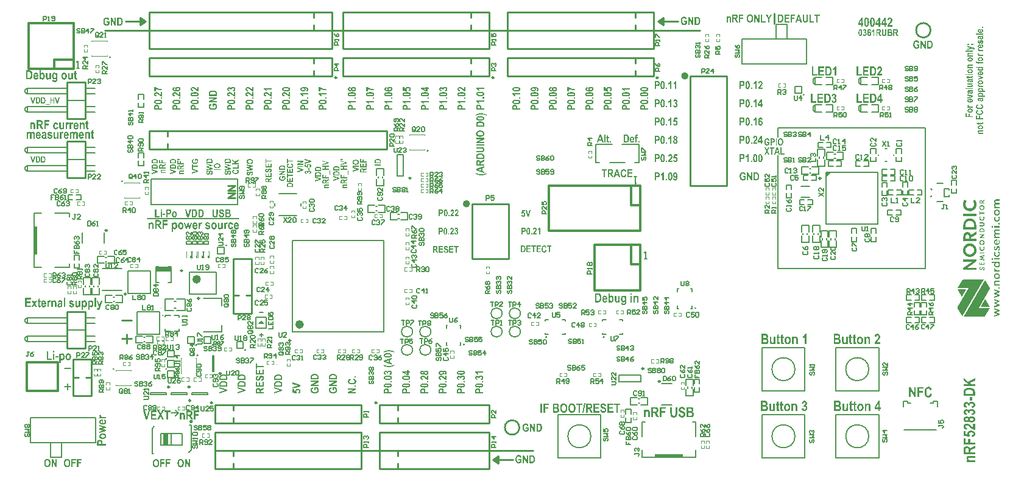
<source format=gto>
G04*
G04 #@! TF.GenerationSoftware,Altium Limited,Altium Designer,19.0.15 (446)*
G04*
G04 Layer_Color=65535*
%FSLAX24Y24*%
%MOIN*%
G70*
G01*
G75*
%ADD10C,0.0098*%
%ADD11C,0.0100*%
%ADD12C,0.0236*%
%ADD13C,0.0059*%
%ADD14C,0.0118*%
%ADD15C,0.0060*%
%ADD16C,0.0200*%
%ADD17C,0.0039*%
%ADD18C,0.0079*%
%ADD19C,0.0049*%
%ADD20C,0.0050*%
%ADD21C,0.0060*%
%ADD22C,0.0080*%
%ADD23C,0.0090*%
%ADD24R,0.0252X0.0630*%
%ADD25R,0.1575X0.0197*%
%ADD26R,0.0197X0.1575*%
%ADD27R,0.0827X0.0315*%
%ADD28R,0.0049X0.0138*%
%ADD29R,0.0059X0.0138*%
%ADD30R,0.0059X0.0039*%
%ADD31R,0.0049X0.0138*%
%ADD32R,0.0059X0.0138*%
G36*
X43962Y3491D02*
Y3688D01*
X44159Y3688D01*
X43962Y3491D01*
D02*
G37*
G36*
X52590Y2157D02*
X52487Y2086D01*
Y2069D01*
X52590D01*
Y2021D01*
X52330D01*
Y2117D01*
X52331Y2126D01*
X52331Y2131D01*
X52332Y2138D01*
X52335Y2149D01*
X52338Y2157D01*
X52342Y2164D01*
X52347Y2173D01*
X52351Y2177D01*
X52359Y2185D01*
X52365Y2189D01*
X52371Y2192D01*
X52376Y2194D01*
X52381Y2197D01*
X52392Y2199D01*
X52397Y2200D01*
X52406Y2201D01*
X52411Y2201D01*
X52416Y2200D01*
X52422Y2200D01*
X52427Y2199D01*
X52433Y2197D01*
X52441Y2195D01*
X52446Y2193D01*
X52452Y2189D01*
X52461Y2183D01*
X52467Y2176D01*
X52472Y2170D01*
X52476Y2163D01*
X52480Y2153D01*
X52483Y2145D01*
X52484Y2140D01*
X52590Y2217D01*
Y2157D01*
D02*
G37*
G36*
X53435Y2169D02*
X53258D01*
X53253Y2169D01*
X53248Y2168D01*
X53242Y2168D01*
X53238Y2167D01*
X53232Y2166D01*
X53226Y2165D01*
X53222Y2163D01*
X53216Y2161D01*
X53212Y2159D01*
X53207Y2157D01*
X53204Y2154D01*
X53200Y2151D01*
X53196Y2147D01*
X53193Y2143D01*
X53191Y2140D01*
X53188Y2135D01*
X53186Y2131D01*
X53185Y2126D01*
X53184Y2121D01*
X53183Y2117D01*
X53182Y2111D01*
X53182Y2106D01*
X53182Y2098D01*
X53183Y2094D01*
X53184Y2090D01*
X53185Y2084D01*
X53187Y2078D01*
X53189Y2074D01*
X53192Y2069D01*
X53196Y2064D01*
X53199Y2060D01*
X53202Y2057D01*
X53205Y2055D01*
X53207Y2053D01*
X53211Y2051D01*
X53216Y2048D01*
X53220Y2046D01*
X53225Y2044D01*
X53229Y2043D01*
X53233Y2042D01*
X53240Y2040D01*
X53245Y2040D01*
X53252Y2039D01*
X53259Y2039D01*
X53435D01*
Y1967D01*
X53256Y1967D01*
X53252Y1967D01*
X53246Y1967D01*
X53241Y1966D01*
X53235Y1966D01*
X53228Y1964D01*
X53223Y1962D01*
X53218Y1961D01*
X53214Y1959D01*
X53211Y1957D01*
X53206Y1954D01*
X53202Y1951D01*
X53199Y1948D01*
X53196Y1945D01*
X53193Y1941D01*
X53190Y1937D01*
X53189Y1935D01*
X53187Y1930D01*
X53185Y1925D01*
X53184Y1919D01*
X53183Y1914D01*
X53182Y1909D01*
X53182Y1904D01*
X53182Y1899D01*
X53183Y1894D01*
X53184Y1890D01*
X53185Y1885D01*
X53186Y1881D01*
X53188Y1877D01*
X53190Y1872D01*
X53192Y1868D01*
X53195Y1864D01*
X53198Y1861D01*
X53200Y1859D01*
X53204Y1855D01*
X53208Y1852D01*
X53212Y1849D01*
X53218Y1846D01*
X53223Y1844D01*
X53227Y1842D01*
X53232Y1841D01*
X53236Y1840D01*
X53239Y1839D01*
X53243Y1839D01*
X53248Y1838D01*
X53253Y1838D01*
X53259Y1838D01*
X53435Y1838D01*
Y1766D01*
X53124D01*
Y1838D01*
X53171D01*
X53167Y1841D01*
X53162Y1844D01*
X53159Y1847D01*
X53154Y1851D01*
X53150Y1855D01*
X53145Y1860D01*
X53140Y1866D01*
X53137Y1870D01*
X53134Y1875D01*
X53131Y1879D01*
X53128Y1884D01*
X53126Y1888D01*
X53124Y1892D01*
X53123Y1897D01*
X53120Y1906D01*
X53119Y1912D01*
X53118Y1919D01*
X53117Y1927D01*
X53117Y1934D01*
X53117Y1941D01*
X53118Y1946D01*
X53119Y1952D01*
X53120Y1959D01*
X53122Y1966D01*
X53123Y1969D01*
X53125Y1975D01*
X53126Y1979D01*
X53130Y1987D01*
X53133Y1991D01*
X53138Y1998D01*
X53141Y2001D01*
X53146Y2007D01*
X53151Y2012D01*
X53157Y2017D01*
X53161Y2019D01*
X53168Y2024D01*
X53172Y2026D01*
X53169Y2028D01*
X53164Y2032D01*
X53159Y2037D01*
X53155Y2040D01*
X53151Y2044D01*
X53147Y2049D01*
X53143Y2054D01*
X53140Y2058D01*
X53136Y2064D01*
X53133Y2069D01*
X53131Y2072D01*
X53129Y2077D01*
X53127Y2081D01*
X53123Y2090D01*
X53122Y2093D01*
X53120Y2103D01*
X53119Y2107D01*
X53118Y2113D01*
X53118Y2117D01*
X53117Y2122D01*
X53117Y2130D01*
X53117Y2137D01*
X53118Y2143D01*
X53118Y2147D01*
X53119Y2152D01*
X53119Y2157D01*
X53120Y2162D01*
X53122Y2167D01*
X53123Y2172D01*
X53125Y2177D01*
X53127Y2182D01*
X53130Y2187D01*
X53132Y2191D01*
X53135Y2195D01*
X53137Y2199D01*
X53142Y2205D01*
X53145Y2208D01*
X53149Y2212D01*
X53152Y2214D01*
X53155Y2217D01*
X53160Y2220D01*
X53163Y2222D01*
X53166Y2224D01*
X53174Y2228D01*
X53179Y2230D01*
X53187Y2233D01*
X53194Y2235D01*
X53199Y2236D01*
X53205Y2238D01*
X53212Y2239D01*
X53219Y2239D01*
X53227Y2240D01*
X53236Y2240D01*
X53435D01*
Y2169D01*
D02*
G37*
G36*
X52098Y2207D02*
X52109Y2188D01*
X52117Y2171D01*
X52126Y2153D01*
X52134Y2134D01*
X52140Y2116D01*
X52145Y2099D01*
X52147Y2090D01*
X52151Y2076D01*
X52154Y2061D01*
X52156Y2047D01*
X52158Y2033D01*
X52159Y2024D01*
X52160Y2012D01*
X52160Y2000D01*
X52161Y1981D01*
X52161Y1966D01*
X52160Y1951D01*
X52159Y1939D01*
X52158Y1928D01*
X52157Y1916D01*
X52155Y1905D01*
X52153Y1891D01*
X52151Y1880D01*
X52147Y1866D01*
X52144Y1854D01*
X52141Y1843D01*
X52137Y1831D01*
X52133Y1819D01*
X52127Y1807D01*
X52125Y1800D01*
X52118Y1787D01*
X52115Y1781D01*
X52102Y1758D01*
X52097Y1750D01*
X52091Y1742D01*
X52075Y1721D01*
X52063Y1707D01*
X52047Y1691D01*
X52034Y1679D01*
X52019Y1668D01*
X52007Y1660D01*
X51993Y1651D01*
X51982Y1644D01*
X51972Y1639D01*
X51954Y1630D01*
X51938Y1624D01*
X51925Y1619D01*
X51912Y1615D01*
X51900Y1612D01*
X51883Y1608D01*
X51866Y1604D01*
X51850Y1602D01*
X51835Y1600D01*
X51825Y1600D01*
X51810Y1599D01*
X51795Y1599D01*
X51780Y1599D01*
X51769Y1599D01*
X51756Y1600D01*
X51741Y1602D01*
X51731Y1603D01*
X51714Y1606D01*
X51704Y1608D01*
X51686Y1613D01*
X51668Y1618D01*
X51661Y1620D01*
X51647Y1625D01*
X51640Y1628D01*
X51632Y1632D01*
X51624Y1636D01*
X51615Y1640D01*
X51604Y1646D01*
X51592Y1654D01*
X51574Y1665D01*
X51555Y1680D01*
X51539Y1695D01*
X51525Y1710D01*
X51518Y1717D01*
X51508Y1729D01*
X51501Y1739D01*
X51495Y1748D01*
X51489Y1756D01*
X51484Y1764D01*
X51476Y1778D01*
X51472Y1785D01*
X51466Y1799D01*
X51460Y1811D01*
X51455Y1824D01*
X51451Y1836D01*
X51447Y1848D01*
X51444Y1860D01*
X51440Y1877D01*
X51436Y1894D01*
X51433Y1911D01*
X51431Y1928D01*
X51430Y1945D01*
X51429Y1957D01*
X51429Y1973D01*
X51429Y1985D01*
X51430Y2004D01*
X51431Y2020D01*
X51432Y2037D01*
X51434Y2052D01*
X51437Y2068D01*
X51442Y2088D01*
X51447Y2108D01*
X51455Y2131D01*
X51462Y2149D01*
X51470Y2166D01*
X51473Y2173D01*
X51479Y2185D01*
X51486Y2198D01*
X51493Y2208D01*
X51500Y2219D01*
X51506Y2228D01*
X51618Y2154D01*
X51617Y2152D01*
X51607Y2137D01*
X51601Y2126D01*
X51594Y2113D01*
X51586Y2098D01*
X51580Y2084D01*
X51576Y2072D01*
X51571Y2057D01*
X51568Y2044D01*
X51566Y2033D01*
X51564Y2022D01*
X51562Y2009D01*
X51561Y1996D01*
X51560Y1987D01*
X51560Y1980D01*
X51560Y1973D01*
X51561Y1961D01*
X51561Y1953D01*
X51562Y1945D01*
X51563Y1933D01*
X51565Y1926D01*
X51566Y1918D01*
X51569Y1905D01*
X51573Y1893D01*
X51576Y1884D01*
X51579Y1876D01*
X51585Y1862D01*
X51590Y1852D01*
X51597Y1841D01*
X51605Y1829D01*
X51611Y1821D01*
X51620Y1811D01*
X51627Y1804D01*
X51637Y1794D01*
X51650Y1783D01*
X51661Y1776D01*
X51676Y1767D01*
X51687Y1762D01*
X51697Y1757D01*
X51710Y1753D01*
X51718Y1750D01*
X51729Y1747D01*
X51740Y1744D01*
X51753Y1742D01*
X51766Y1740D01*
X51780Y1739D01*
X51798Y1739D01*
X51816Y1740D01*
X51833Y1741D01*
X51849Y1744D01*
X51863Y1747D01*
X51879Y1752D01*
X51892Y1757D01*
X51907Y1764D01*
X51919Y1770D01*
X51936Y1781D01*
X51952Y1794D01*
X51963Y1803D01*
X51972Y1813D01*
X51980Y1824D01*
X51986Y1831D01*
X51990Y1837D01*
X51994Y1843D01*
X52000Y1854D01*
X52005Y1864D01*
X52011Y1878D01*
X52016Y1891D01*
X52020Y1904D01*
X52023Y1916D01*
X52026Y1932D01*
X52028Y1952D01*
X52029Y1972D01*
X52029Y1984D01*
X52028Y2003D01*
X52026Y2019D01*
X52024Y2033D01*
X52021Y2046D01*
X52017Y2061D01*
X52015Y2069D01*
X52010Y2082D01*
X52006Y2092D01*
X51997Y2112D01*
X51986Y2131D01*
X51978Y2145D01*
X51971Y2154D01*
X52084Y2228D01*
X52098Y2207D01*
D02*
G37*
G36*
X52478Y1923D02*
X52490Y1921D01*
X52496Y1920D01*
X52504Y1917D01*
X52511Y1915D01*
X52518Y1912D01*
X52526Y1908D01*
X52532Y1905D01*
X52539Y1901D01*
X52544Y1897D01*
X52550Y1892D01*
X52556Y1887D01*
X52562Y1880D01*
X52570Y1871D01*
X52574Y1865D01*
X52577Y1860D01*
X52581Y1851D01*
X52585Y1843D01*
X52588Y1836D01*
X52590Y1829D01*
X52592Y1823D01*
X52593Y1813D01*
X52594Y1807D01*
X52595Y1798D01*
X52596Y1793D01*
X52595Y1779D01*
X52595Y1774D01*
X52594Y1768D01*
X52593Y1759D01*
X52591Y1750D01*
X52589Y1744D01*
X52585Y1733D01*
X52582Y1726D01*
X52578Y1717D01*
X52575Y1712D01*
X52571Y1707D01*
X52567Y1701D01*
X52562Y1695D01*
X52557Y1689D01*
X52552Y1685D01*
X52545Y1679D01*
X52538Y1674D01*
X52532Y1671D01*
X52522Y1665D01*
X52515Y1662D01*
X52508Y1660D01*
X52502Y1658D01*
X52494Y1655D01*
X52486Y1654D01*
X52479Y1653D01*
X52461Y1652D01*
X52456Y1652D01*
X52447Y1652D01*
X52435Y1654D01*
X52425Y1656D01*
X52417Y1658D01*
X52411Y1660D01*
X52400Y1664D01*
X52391Y1669D01*
X52386Y1672D01*
X52379Y1676D01*
X52372Y1682D01*
X52363Y1690D01*
X52358Y1696D01*
X52354Y1700D01*
X52350Y1705D01*
X52346Y1711D01*
X52343Y1716D01*
X52341Y1720D01*
X52335Y1732D01*
X52332Y1739D01*
X52329Y1750D01*
X52328Y1756D01*
X52327Y1762D01*
X52326Y1771D01*
X52325Y1776D01*
X52325Y1785D01*
Y1791D01*
X52325Y1796D01*
X52326Y1805D01*
X52326Y1811D01*
X52327Y1817D01*
X52329Y1823D01*
X52331Y1830D01*
X52333Y1837D01*
X52337Y1848D01*
X52341Y1856D01*
X52344Y1861D01*
X52347Y1866D01*
X52351Y1871D01*
X52356Y1878D01*
X52360Y1882D01*
X52364Y1887D01*
X52373Y1895D01*
X52378Y1898D01*
X52383Y1902D01*
X52388Y1905D01*
X52394Y1908D01*
X52402Y1912D01*
X52410Y1915D01*
X52416Y1917D01*
X52422Y1919D01*
X52427Y1920D01*
X52433Y1921D01*
X52442Y1923D01*
X52452Y1924D01*
X52463Y1924D01*
X52478Y1923D01*
D02*
G37*
G36*
X52375Y1508D02*
X52590Y1508D01*
X52590Y1461D01*
X52375D01*
X52375Y1390D01*
X52330D01*
Y1579D01*
X52375D01*
Y1508D01*
D02*
G37*
G36*
X53284Y1685D02*
X53293Y1684D01*
X53299Y1684D01*
X53305Y1683D01*
X53314Y1681D01*
X53320Y1680D01*
X53326Y1678D01*
X53333Y1676D01*
X53339Y1674D01*
X53346Y1671D01*
X53353Y1667D01*
X53360Y1664D01*
X53367Y1659D01*
X53373Y1655D01*
X53382Y1649D01*
X53387Y1645D01*
X53392Y1640D01*
X53397Y1635D01*
X53401Y1631D01*
X53409Y1621D01*
X53412Y1616D01*
X53416Y1611D01*
X53419Y1605D01*
X53424Y1597D01*
X53426Y1592D01*
X53430Y1583D01*
X53433Y1575D01*
X53435Y1570D01*
X53437Y1563D01*
X53438Y1556D01*
X53439Y1551D01*
X53440Y1545D01*
X53442Y1535D01*
X53442Y1526D01*
X53442Y1518D01*
X53442Y1510D01*
X53442Y1501D01*
X53441Y1492D01*
X53440Y1486D01*
X53439Y1481D01*
X53437Y1475D01*
X53436Y1468D01*
X53433Y1461D01*
X53430Y1453D01*
X53427Y1446D01*
X53423Y1438D01*
X53419Y1431D01*
X53414Y1422D01*
X53409Y1416D01*
X53404Y1409D01*
X53398Y1402D01*
X53394Y1398D01*
X53389Y1393D01*
X53380Y1386D01*
X53372Y1380D01*
X53365Y1376D01*
X53360Y1372D01*
X53352Y1369D01*
X53346Y1366D01*
X53339Y1363D01*
X53329Y1359D01*
X53321Y1357D01*
X53309Y1355D01*
X53299Y1353D01*
X53291Y1353D01*
X53280Y1352D01*
Y1424D01*
X53289Y1424D01*
X53296Y1425D01*
X53306Y1427D01*
X53315Y1430D01*
X53320Y1431D01*
X53327Y1434D01*
X53335Y1439D01*
X53342Y1443D01*
X53349Y1449D01*
X53354Y1454D01*
X53357Y1458D01*
X53361Y1462D01*
X53366Y1469D01*
X53369Y1474D01*
X53372Y1481D01*
X53375Y1487D01*
X53377Y1495D01*
X53378Y1502D01*
X53379Y1508D01*
X53380Y1514D01*
X53380Y1522D01*
X53379Y1529D01*
X53379Y1535D01*
X53377Y1542D01*
X53376Y1548D01*
X53374Y1553D01*
X53372Y1559D01*
X53368Y1566D01*
X53365Y1572D01*
X53360Y1578D01*
X53356Y1583D01*
X53351Y1588D01*
X53345Y1593D01*
X53340Y1596D01*
X53335Y1599D01*
X53330Y1602D01*
X53325Y1604D01*
X53321Y1606D01*
X53316Y1608D01*
X53311Y1609D01*
X53306Y1611D01*
X53301Y1612D01*
X53295Y1612D01*
X53289Y1613D01*
X53284Y1613D01*
X53276Y1613D01*
X53268Y1613D01*
X53260Y1611D01*
X53252Y1610D01*
X53244Y1607D01*
X53236Y1604D01*
X53229Y1601D01*
X53222Y1596D01*
X53215Y1591D01*
X53208Y1586D01*
X53205Y1582D01*
X53201Y1578D01*
X53196Y1572D01*
X53191Y1563D01*
X53189Y1558D01*
X53185Y1550D01*
X53183Y1542D01*
X53181Y1536D01*
X53181Y1531D01*
X53180Y1524D01*
X53180Y1516D01*
X53180Y1511D01*
X53181Y1504D01*
X53182Y1496D01*
X53184Y1490D01*
X53185Y1485D01*
X53188Y1478D01*
X53191Y1473D01*
X53195Y1465D01*
X53200Y1458D01*
X53206Y1452D01*
X53212Y1447D01*
X53216Y1443D01*
X53221Y1440D01*
X53228Y1436D01*
X53232Y1434D01*
X53241Y1430D01*
X53251Y1427D01*
X53260Y1425D01*
X53268Y1424D01*
X53274Y1424D01*
X53280Y1424D01*
X53280Y1352D01*
X53268Y1353D01*
X53261Y1353D01*
X53251Y1355D01*
X53239Y1357D01*
X53231Y1360D01*
X53225Y1362D01*
X53218Y1364D01*
X53209Y1368D01*
X53202Y1372D01*
X53196Y1376D01*
X53188Y1380D01*
X53181Y1385D01*
X53175Y1391D01*
X53169Y1396D01*
X53165Y1400D01*
X53161Y1404D01*
X53157Y1408D01*
X53150Y1417D01*
X53147Y1422D01*
X53142Y1429D01*
X53139Y1434D01*
X53135Y1442D01*
X53132Y1448D01*
X53129Y1454D01*
X53127Y1459D01*
X53125Y1468D01*
X53122Y1475D01*
X53121Y1482D01*
X53120Y1488D01*
X53119Y1493D01*
X53118Y1498D01*
X53117Y1507D01*
X53117Y1516D01*
X53117Y1523D01*
X53118Y1535D01*
X53119Y1543D01*
X53120Y1553D01*
X53121Y1558D01*
X53123Y1564D01*
X53124Y1570D01*
X53128Y1581D01*
X53131Y1587D01*
X53135Y1597D01*
X53139Y1603D01*
X53141Y1608D01*
X53145Y1613D01*
X53149Y1619D01*
X53153Y1624D01*
X53157Y1629D01*
X53161Y1633D01*
X53165Y1638D01*
X53170Y1643D01*
X53175Y1647D01*
X53179Y1650D01*
X53184Y1655D01*
X53189Y1658D01*
X53194Y1661D01*
X53198Y1664D01*
X53207Y1668D01*
X53211Y1670D01*
X53216Y1672D01*
X53222Y1675D01*
X53227Y1676D01*
X53234Y1678D01*
X53239Y1680D01*
X53249Y1682D01*
X53254Y1683D01*
X53263Y1684D01*
X53270Y1684D01*
X53276Y1685D01*
X53284Y1685D01*
D02*
G37*
G36*
X52146Y1331D02*
X51444D01*
Y1460D01*
X52146D01*
Y1331D01*
D02*
G37*
G36*
X52570Y1309D02*
X52573Y1303D01*
X52578Y1294D01*
X52583Y1285D01*
X52587Y1275D01*
X52590Y1264D01*
X52591Y1261D01*
X52592Y1255D01*
X52593Y1249D01*
X52594Y1241D01*
X52595Y1232D01*
X52596Y1225D01*
X52596Y1217D01*
X52596Y1211D01*
X52595Y1205D01*
X52594Y1196D01*
X52593Y1188D01*
X52592Y1182D01*
X52590Y1174D01*
X52588Y1169D01*
X52586Y1163D01*
X52583Y1156D01*
X52580Y1149D01*
X52576Y1141D01*
X52570Y1132D01*
X52564Y1124D01*
X52559Y1119D01*
X52551Y1110D01*
X52543Y1104D01*
X52534Y1099D01*
X52530Y1096D01*
X52526Y1094D01*
X52522Y1092D01*
X52516Y1090D01*
X52509Y1087D01*
X52499Y1084D01*
X52491Y1082D01*
X52483Y1081D01*
X52477Y1080D01*
X52469Y1079D01*
X52464Y1079D01*
X52458Y1079D01*
X52453Y1079D01*
X52450Y1079D01*
X52442Y1080D01*
X52437Y1081D01*
X52430Y1082D01*
X52424Y1083D01*
X52413Y1086D01*
X52408Y1088D01*
X52403Y1090D01*
X52397Y1093D01*
X52390Y1097D01*
X52385Y1099D01*
X52379Y1104D01*
X52365Y1115D01*
X52358Y1123D01*
X52354Y1127D01*
X52351Y1131D01*
X52347Y1137D01*
X52344Y1143D01*
X52341Y1148D01*
X52338Y1153D01*
X52336Y1158D01*
X52334Y1164D01*
X52332Y1169D01*
X52331Y1174D01*
X52330Y1179D01*
X52328Y1184D01*
X52327Y1191D01*
X52326Y1199D01*
X52325Y1207D01*
X52325Y1219D01*
X52325Y1228D01*
X52325Y1235D01*
X52327Y1245D01*
X52328Y1255D01*
X52332Y1268D01*
X52335Y1278D01*
X52340Y1289D01*
X52341Y1292D01*
X52345Y1299D01*
X52348Y1305D01*
X52353Y1312D01*
X52395Y1285D01*
X52394Y1283D01*
X52391Y1279D01*
X52388Y1274D01*
X52386Y1270D01*
X52384Y1266D01*
X52382Y1261D01*
X52379Y1253D01*
X52377Y1246D01*
X52374Y1235D01*
X52374Y1224D01*
X52373Y1221D01*
X52373Y1215D01*
X52374Y1207D01*
X52375Y1202D01*
X52376Y1196D01*
X52378Y1190D01*
X52380Y1183D01*
X52383Y1177D01*
X52387Y1169D01*
X52390Y1165D01*
X52395Y1158D01*
X52403Y1151D01*
X52411Y1145D01*
X52418Y1140D01*
X52422Y1139D01*
X52427Y1137D01*
X52435Y1134D01*
X52440Y1133D01*
X52446Y1132D01*
X52451Y1131D01*
X52457Y1131D01*
X52463Y1131D01*
X52468Y1131D01*
X52475Y1132D01*
X52482Y1133D01*
X52490Y1135D01*
X52498Y1138D01*
X52504Y1141D01*
X52512Y1146D01*
X52521Y1153D01*
X52529Y1163D01*
X52534Y1170D01*
X52535Y1172D01*
X52538Y1178D01*
X52540Y1183D01*
X52542Y1187D01*
X52544Y1195D01*
X52545Y1200D01*
X52546Y1207D01*
X52547Y1213D01*
X52547Y1222D01*
X52547Y1228D01*
X52546Y1235D01*
X52543Y1247D01*
X52542Y1251D01*
X52541Y1254D01*
X52539Y1260D01*
X52537Y1265D01*
X52535Y1270D01*
X52531Y1276D01*
X52529Y1280D01*
X52526Y1285D01*
X52567Y1312D01*
X52570Y1309D01*
D02*
G37*
G36*
X53387Y1302D02*
X53391Y1298D01*
X53395Y1294D01*
X53400Y1289D01*
X53404Y1284D01*
X53408Y1279D01*
X53413Y1273D01*
X53416Y1268D01*
X53419Y1264D01*
X53422Y1258D01*
X53426Y1252D01*
X53428Y1248D01*
X53431Y1242D01*
X53433Y1236D01*
X53435Y1230D01*
X53436Y1224D01*
X53437Y1221D01*
X53439Y1213D01*
X53440Y1208D01*
X53441Y1201D01*
X53442Y1196D01*
X53442Y1188D01*
X53442Y1184D01*
X53442Y1179D01*
X53442Y1172D01*
X53442Y1168D01*
X53442Y1160D01*
X53441Y1155D01*
X53440Y1150D01*
X53440Y1145D01*
X53438Y1139D01*
X53437Y1132D01*
X53434Y1124D01*
X53430Y1114D01*
X53426Y1103D01*
X53422Y1097D01*
X53418Y1089D01*
X53414Y1083D01*
X53408Y1076D01*
X53403Y1069D01*
X53397Y1063D01*
X53392Y1058D01*
X53386Y1053D01*
X53379Y1048D01*
X53373Y1043D01*
X53367Y1039D01*
X53360Y1035D01*
X53353Y1031D01*
X53345Y1028D01*
X53336Y1024D01*
X53328Y1022D01*
X53323Y1020D01*
X53312Y1018D01*
X53302Y1016D01*
X53294Y1016D01*
X53287Y1015D01*
X53280Y1015D01*
X53271Y1015D01*
X53261Y1016D01*
X53255Y1017D01*
X53248Y1018D01*
X53239Y1020D01*
X53232Y1022D01*
X53226Y1024D01*
X53220Y1026D01*
X53213Y1029D01*
X53204Y1033D01*
X53199Y1036D01*
X53193Y1040D01*
X53186Y1044D01*
X53180Y1049D01*
X53174Y1053D01*
X53168Y1059D01*
X53162Y1064D01*
X53156Y1071D01*
X53151Y1077D01*
X53147Y1083D01*
X53142Y1090D01*
X53138Y1097D01*
X53134Y1104D01*
X53131Y1110D01*
X53129Y1115D01*
X53126Y1123D01*
X53123Y1133D01*
X53121Y1140D01*
X53120Y1146D01*
X53118Y1157D01*
X53118Y1166D01*
X53117Y1170D01*
X53117Y1179D01*
X53117Y1188D01*
X53118Y1195D01*
X53119Y1203D01*
X53120Y1214D01*
X53121Y1218D01*
X53123Y1225D01*
X53126Y1235D01*
X53129Y1244D01*
X53133Y1253D01*
X53138Y1262D01*
X53140Y1265D01*
X53141Y1267D01*
X53143Y1270D01*
X53145Y1273D01*
X53147Y1276D01*
X53150Y1279D01*
X53153Y1283D01*
X53154Y1285D01*
X53157Y1288D01*
X53160Y1292D01*
X53166Y1297D01*
X53171Y1302D01*
X53219Y1257D01*
X53216Y1255D01*
X53214Y1252D01*
X53211Y1250D01*
X53209Y1247D01*
X53206Y1245D01*
X53203Y1240D01*
X53200Y1237D01*
X53196Y1232D01*
X53194Y1228D01*
X53191Y1223D01*
X53189Y1220D01*
X53188Y1217D01*
X53186Y1212D01*
X53184Y1207D01*
X53183Y1202D01*
X53182Y1200D01*
X53181Y1194D01*
X53180Y1188D01*
X53180Y1182D01*
X53180Y1177D01*
X53180Y1172D01*
X53180Y1167D01*
X53181Y1163D01*
X53182Y1159D01*
X53183Y1154D01*
X53184Y1150D01*
X53186Y1144D01*
X53189Y1139D01*
X53191Y1134D01*
X53193Y1130D01*
X53198Y1124D01*
X53200Y1122D01*
X53204Y1117D01*
X53208Y1113D01*
X53213Y1109D01*
X53218Y1105D01*
X53220Y1104D01*
X53226Y1100D01*
X53232Y1097D01*
X53238Y1094D01*
X53242Y1093D01*
X53246Y1092D01*
X53250Y1090D01*
X53254Y1089D01*
X53258Y1089D01*
X53262Y1088D01*
X53267Y1087D01*
X53271Y1087D01*
X53275Y1087D01*
X53280Y1087D01*
X53286Y1087D01*
X53291Y1087D01*
X53297Y1088D01*
X53302Y1089D01*
X53307Y1090D01*
X53313Y1091D01*
X53318Y1093D01*
X53323Y1095D01*
X53329Y1098D01*
X53334Y1100D01*
X53339Y1103D01*
X53341Y1105D01*
X53344Y1107D01*
X53346Y1109D01*
X53349Y1111D01*
X53352Y1113D01*
X53354Y1116D01*
X53358Y1120D01*
X53361Y1124D01*
X53364Y1128D01*
X53366Y1131D01*
X53370Y1137D01*
X53372Y1141D01*
X53374Y1147D01*
X53376Y1152D01*
X53377Y1155D01*
X53378Y1161D01*
X53379Y1166D01*
X53379Y1170D01*
X53380Y1175D01*
X53380Y1179D01*
X53380Y1185D01*
X53379Y1190D01*
X53379Y1195D01*
X53378Y1199D01*
X53377Y1202D01*
X53376Y1208D01*
X53374Y1215D01*
X53372Y1218D01*
X53370Y1224D01*
X53367Y1229D01*
X53364Y1234D01*
X53361Y1239D01*
X53358Y1242D01*
X53354Y1247D01*
X53351Y1250D01*
X53348Y1254D01*
X53344Y1259D01*
X53341Y1261D01*
X53384Y1304D01*
X53387Y1302D01*
D02*
G37*
G36*
X53435Y872D02*
X53354D01*
Y950D01*
X53435D01*
Y872D01*
D02*
G37*
G36*
X52494Y980D02*
X52501Y980D01*
X52507Y979D01*
X52516Y978D01*
X52524Y976D01*
X52530Y974D01*
X52537Y972D01*
X52544Y968D01*
X52552Y964D01*
X52558Y960D01*
X52564Y954D01*
X52574Y943D01*
X52578Y939D01*
X52581Y933D01*
X52584Y928D01*
X52586Y924D01*
X52589Y916D01*
X52591Y908D01*
X52593Y902D01*
X52594Y895D01*
X52595Y888D01*
X52595Y881D01*
X52595Y874D01*
X52595Y864D01*
X52595Y858D01*
X52594Y850D01*
X52592Y844D01*
X52591Y838D01*
X52589Y831D01*
X52586Y824D01*
X52582Y816D01*
X52579Y810D01*
X52571Y800D01*
X52560Y789D01*
X52551Y783D01*
X52547Y780D01*
X52541Y777D01*
X52535Y775D01*
X52527Y772D01*
X52520Y770D01*
X52510Y768D01*
X52502Y767D01*
X52495Y767D01*
X52488Y766D01*
X52330D01*
X52330Y816D01*
X52485D01*
X52486Y816D01*
X52495Y817D01*
X52503Y818D01*
X52510Y820D01*
X52516Y823D01*
X52522Y826D01*
X52527Y830D01*
X52531Y834D01*
X52538Y842D01*
X52541Y848D01*
X52543Y854D01*
X52545Y862D01*
X52546Y867D01*
X52546Y872D01*
X52546Y879D01*
X52546Y884D01*
X52544Y891D01*
X52542Y897D01*
X52539Y903D01*
X52536Y907D01*
X52529Y916D01*
X52523Y920D01*
X52517Y923D01*
X52510Y926D01*
X52504Y928D01*
X52498Y929D01*
X52490Y930D01*
X52485Y930D01*
X52330D01*
Y980D01*
X52488D01*
X52494Y980D01*
D02*
G37*
G36*
X53435Y703D02*
X53124D01*
Y774D01*
X53435D01*
X53435Y703D01*
D02*
G37*
G36*
X53076Y700D02*
X53008D01*
Y777D01*
X53076D01*
Y700D01*
D02*
G37*
G36*
X51811Y1194D02*
X51823Y1194D01*
X51832Y1193D01*
X51845Y1192D01*
X51858Y1190D01*
X51871Y1188D01*
X51885Y1185D01*
X51890Y1184D01*
X51899Y1182D01*
X51909Y1179D01*
X51925Y1174D01*
X51936Y1170D01*
X51949Y1165D01*
X51962Y1158D01*
X51970Y1154D01*
X51988Y1144D01*
X52001Y1136D01*
X52014Y1126D01*
X52027Y1116D01*
X52040Y1105D01*
X52054Y1090D01*
X52061Y1082D01*
X52075Y1064D01*
X52085Y1050D01*
X52093Y1036D01*
X52100Y1025D01*
X52106Y1013D01*
X52111Y1002D01*
X52116Y991D01*
X52120Y981D01*
X52124Y970D01*
X52129Y955D01*
X52133Y940D01*
X52136Y925D01*
X52138Y914D01*
X52140Y904D01*
X52144Y870D01*
X52146Y845D01*
X52146Y830D01*
Y605D01*
X51444D01*
X51444Y840D01*
X51445Y855D01*
X51446Y870D01*
X51447Y885D01*
X51449Y899D01*
X51452Y919D01*
X51456Y934D01*
X51458Y944D01*
X51460Y949D01*
X51462Y959D01*
X51466Y969D01*
X51469Y980D01*
X51473Y990D01*
X51478Y1000D01*
X51486Y1017D01*
X51492Y1028D01*
X51495Y1034D01*
X51499Y1041D01*
X51507Y1054D01*
X51512Y1061D01*
X51518Y1068D01*
X51525Y1077D01*
X51533Y1087D01*
X51547Y1102D01*
X51559Y1113D01*
X51571Y1122D01*
X51584Y1132D01*
X51596Y1140D01*
X51607Y1147D01*
X51624Y1157D01*
X51639Y1164D01*
X51651Y1169D01*
X51663Y1173D01*
X51679Y1179D01*
X51689Y1181D01*
X51704Y1185D01*
X51718Y1188D01*
X51731Y1190D01*
X51744Y1192D01*
X51753Y1193D01*
X51766Y1194D01*
X51775Y1194D01*
X51786Y1195D01*
X51799Y1195D01*
X51811Y1194D01*
D02*
G37*
G36*
X52465Y667D02*
X52472Y667D01*
X52479Y666D01*
X52487Y665D01*
X52492Y664D01*
X52503Y662D01*
X52513Y658D01*
X52520Y655D01*
X52525Y653D01*
X52532Y649D01*
X52537Y646D01*
X52549Y636D01*
X52559Y626D01*
X52568Y614D01*
X52575Y600D01*
X52580Y590D01*
X52584Y579D01*
X52586Y569D01*
X52588Y561D01*
X52589Y556D01*
X52590Y545D01*
X52590Y532D01*
Y449D01*
X52330D01*
Y532D01*
X52331Y540D01*
X52331Y547D01*
X52332Y556D01*
X52333Y562D01*
X52334Y567D01*
X52335Y574D01*
X52337Y580D01*
X52339Y586D01*
X52341Y590D01*
X52345Y600D01*
X52348Y606D01*
X52351Y610D01*
X52356Y618D01*
X52360Y624D01*
X52364Y628D01*
X52369Y633D01*
X52378Y642D01*
X52387Y647D01*
X52397Y653D01*
X52402Y656D01*
X52409Y659D01*
X52415Y661D01*
X52421Y663D01*
X52428Y664D01*
X52433Y665D01*
X52443Y667D01*
X52450Y667D01*
X52459Y667D01*
X52465Y667D01*
D02*
G37*
G36*
X52146Y333D02*
X51866Y143D01*
Y95D01*
X52146D01*
Y-34D01*
X51444D01*
Y225D01*
X51444Y235D01*
X51445Y247D01*
X51446Y259D01*
X51448Y275D01*
X51450Y285D01*
X51453Y298D01*
X51455Y306D01*
X51459Y320D01*
X51465Y334D01*
X51471Y346D01*
X51477Y356D01*
X51481Y363D01*
X51487Y371D01*
X51494Y381D01*
X51499Y386D01*
X51507Y395D01*
X51516Y403D01*
X51524Y409D01*
X51537Y419D01*
X51550Y426D01*
X51559Y431D01*
X51568Y435D01*
X51575Y438D01*
X51582Y440D01*
X51589Y442D01*
X51599Y445D01*
X51608Y447D01*
X51617Y449D01*
X51622Y449D01*
X51634Y451D01*
X51643Y451D01*
X51650Y452D01*
X51660Y452D01*
X51668Y451D01*
X51682Y450D01*
X51694Y449D01*
X51706Y447D01*
X51715Y445D01*
X51721Y443D01*
X51728Y441D01*
X51735Y438D01*
X51747Y434D01*
X51756Y430D01*
X51766Y424D01*
X51772Y420D01*
X51781Y415D01*
X51790Y407D01*
X51800Y400D01*
X51805Y394D01*
X51814Y384D01*
X51822Y374D01*
X51829Y365D01*
X51835Y354D01*
X51839Y348D01*
X51844Y338D01*
X51847Y329D01*
X51852Y318D01*
X51854Y310D01*
X51856Y302D01*
X51858Y294D01*
X51860Y287D01*
X52146Y495D01*
Y333D01*
D02*
G37*
G36*
X53435Y532D02*
X53258Y532D01*
X53253Y532D01*
X53248Y531D01*
X53242Y531D01*
X53238Y530D01*
X53232Y529D01*
X53226Y528D01*
X53222Y526D01*
X53216Y524D01*
X53212Y522D01*
X53207Y520D01*
X53204Y517D01*
X53200Y514D01*
X53196Y510D01*
X53193Y506D01*
X53191Y503D01*
X53188Y498D01*
X53186Y494D01*
X53185Y489D01*
X53184Y484D01*
X53183Y480D01*
X53182Y474D01*
X53182Y469D01*
X53182Y461D01*
X53183Y457D01*
X53184Y453D01*
X53185Y447D01*
X53187Y441D01*
X53189Y437D01*
X53192Y432D01*
X53196Y427D01*
X53199Y423D01*
X53202Y420D01*
X53205Y418D01*
X53207Y416D01*
X53211Y414D01*
X53216Y411D01*
X53220Y409D01*
X53225Y407D01*
X53229Y406D01*
X53233Y405D01*
X53240Y403D01*
X53245Y403D01*
X53252Y402D01*
X53259Y402D01*
X53435D01*
Y330D01*
X53256Y330D01*
X53252Y330D01*
X53246Y330D01*
X53241Y329D01*
X53235Y328D01*
X53228Y327D01*
X53223Y325D01*
X53218Y323D01*
X53214Y322D01*
X53211Y320D01*
X53206Y317D01*
X53202Y314D01*
X53199Y311D01*
X53196Y308D01*
X53193Y304D01*
X53190Y300D01*
X53189Y297D01*
X53187Y293D01*
X53185Y288D01*
X53184Y282D01*
X53183Y277D01*
X53182Y272D01*
X53182Y267D01*
X53182Y262D01*
X53183Y257D01*
X53184Y252D01*
X53185Y248D01*
X53186Y244D01*
X53188Y239D01*
X53190Y235D01*
X53192Y231D01*
X53195Y227D01*
X53198Y223D01*
X53200Y222D01*
X53204Y218D01*
X53208Y215D01*
X53212Y212D01*
X53218Y209D01*
X53223Y207D01*
X53227Y205D01*
X53232Y204D01*
X53236Y203D01*
X53239Y202D01*
X53243Y202D01*
X53248Y201D01*
X53253Y201D01*
X53259Y201D01*
X53435D01*
Y129D01*
X53124D01*
X53124Y201D01*
X53171D01*
X53167Y203D01*
X53162Y207D01*
X53159Y210D01*
X53154Y214D01*
X53150Y218D01*
X53145Y223D01*
X53140Y229D01*
X53137Y233D01*
X53134Y238D01*
X53131Y242D01*
X53128Y246D01*
X53126Y251D01*
X53124Y255D01*
X53123Y260D01*
X53120Y269D01*
X53119Y275D01*
X53118Y282D01*
X53117Y289D01*
X53117Y297D01*
X53117Y304D01*
X53118Y309D01*
X53119Y315D01*
X53120Y322D01*
X53122Y329D01*
X53123Y332D01*
X53125Y338D01*
X53126Y342D01*
X53130Y350D01*
X53133Y354D01*
X53138Y361D01*
X53141Y364D01*
X53146Y370D01*
X53151Y375D01*
X53157Y380D01*
X53161Y382D01*
X53168Y386D01*
X53172Y389D01*
X53169Y391D01*
X53164Y395D01*
X53159Y400D01*
X53155Y403D01*
X53151Y407D01*
X53147Y412D01*
X53143Y417D01*
X53140Y421D01*
X53136Y427D01*
X53133Y432D01*
X53131Y435D01*
X53129Y440D01*
X53127Y444D01*
X53123Y453D01*
X53122Y456D01*
X53120Y465D01*
X53119Y470D01*
X53118Y475D01*
X53118Y480D01*
X53117Y485D01*
X53117Y493D01*
X53117Y500D01*
X53118Y506D01*
X53118Y510D01*
X53119Y515D01*
X53119Y520D01*
X53120Y524D01*
X53122Y530D01*
X53123Y535D01*
X53125Y540D01*
X53127Y545D01*
X53130Y550D01*
X53132Y554D01*
X53135Y558D01*
X53137Y561D01*
X53142Y568D01*
X53145Y571D01*
X53149Y575D01*
X53152Y577D01*
X53155Y580D01*
X53160Y583D01*
X53163Y585D01*
X53166Y587D01*
X53174Y591D01*
X53179Y593D01*
X53187Y596D01*
X53194Y598D01*
X53199Y599D01*
X53205Y601D01*
X53212Y602D01*
X53219Y602D01*
X53227Y603D01*
X53236Y603D01*
X53435D01*
Y532D01*
D02*
G37*
G36*
X52591Y288D02*
X52413Y161D01*
X52591D01*
X52591Y113D01*
X52331D01*
Y158D01*
X52510Y284D01*
X52331D01*
Y332D01*
X52591D01*
Y288D01*
D02*
G37*
G36*
X53292Y48D02*
X53296Y48D01*
X53301Y47D01*
X53305Y47D01*
Y-182D01*
X53307Y-182D01*
X53311Y-181D01*
X53313Y-180D01*
X53318Y-179D01*
X53321Y-178D01*
X53324Y-177D01*
X53329Y-176D01*
X53332Y-174D01*
X53336Y-173D01*
X53341Y-170D01*
X53345Y-167D01*
X53348Y-165D01*
X53352Y-163D01*
X53357Y-158D01*
X53360Y-155D01*
X53362Y-153D01*
X53365Y-150D01*
X53368Y-146D01*
X53371Y-141D01*
X53373Y-138D01*
X53375Y-134D01*
X53376Y-131D01*
X53378Y-128D01*
X53379Y-124D01*
X53380Y-121D01*
X53381Y-116D01*
X53382Y-112D01*
X53383Y-109D01*
X53383Y-104D01*
X53384Y-100D01*
X53384Y-98D01*
X53384Y-94D01*
X53384Y-90D01*
X53384Y-86D01*
X53384Y-82D01*
X53383Y-79D01*
X53383Y-75D01*
X53382Y-71D01*
X53382Y-67D01*
X53381Y-65D01*
X53380Y-60D01*
X53378Y-56D01*
X53377Y-52D01*
X53375Y-47D01*
X53373Y-43D01*
X53370Y-38D01*
X53368Y-35D01*
X53367Y-33D01*
X53366Y-30D01*
X53363Y-27D01*
X53361Y-24D01*
X53358Y-20D01*
X53355Y-17D01*
X53352Y-13D01*
X53349Y-10D01*
X53347Y-8D01*
X53384Y34D01*
X53388Y31D01*
X53391Y28D01*
X53395Y24D01*
X53399Y20D01*
X53403Y16D01*
X53406Y13D01*
X53409Y9D01*
X53412Y4D01*
X53414Y1D01*
X53417Y-2D01*
X53420Y-7D01*
X53421Y-9D01*
X53423Y-13D01*
X53426Y-17D01*
X53427Y-21D01*
X53430Y-26D01*
X53431Y-31D01*
X53433Y-35D01*
X53435Y-41D01*
X53436Y-46D01*
X53438Y-53D01*
X53439Y-57D01*
X53440Y-62D01*
X53441Y-69D01*
X53442Y-74D01*
X53442Y-79D01*
X53442Y-82D01*
X53442Y-87D01*
X53442Y-91D01*
X53442Y-97D01*
X53442Y-100D01*
X53442Y-104D01*
X53442Y-107D01*
X53442Y-111D01*
X53441Y-115D01*
X53441Y-118D01*
X53440Y-122D01*
X53439Y-126D01*
X53439Y-130D01*
X53438Y-134D01*
X53437Y-138D01*
X53436Y-143D01*
X53434Y-147D01*
X53433Y-151D01*
X53431Y-156D01*
X53429Y-161D01*
X53427Y-164D01*
X53425Y-169D01*
X53423Y-173D01*
X53422Y-176D01*
X53420Y-179D01*
X53417Y-184D01*
X53415Y-187D01*
X53412Y-191D01*
X53409Y-194D01*
X53407Y-197D01*
X53404Y-201D01*
X53402Y-203D01*
X53399Y-206D01*
X53396Y-209D01*
X53393Y-212D01*
X53390Y-214D01*
X53387Y-217D01*
X53384Y-220D01*
X53380Y-222D01*
X53378Y-224D01*
X53375Y-226D01*
X53371Y-228D01*
X53368Y-231D01*
X53362Y-234D01*
X53357Y-237D01*
X53352Y-239D01*
X53348Y-241D01*
X53343Y-242D01*
X53340Y-244D01*
X53336Y-245D01*
X53332Y-246D01*
X53329Y-247D01*
X53326Y-248D01*
X53322Y-249D01*
X53316Y-250D01*
X53307Y-252D01*
X53302Y-252D01*
X53296Y-253D01*
X53293Y-253D01*
X53291Y-253D01*
X53288Y-253D01*
X53283Y-253D01*
X53279Y-254D01*
X53274Y-253D01*
X53268Y-253D01*
X53262Y-253D01*
X53259Y-252D01*
X53256Y-252D01*
X53250Y-251D01*
X53244Y-250D01*
X53238Y-249D01*
X53232Y-247D01*
X53227Y-246D01*
X53221Y-244D01*
X53216Y-242D01*
X53210Y-240D01*
X53205Y-237D01*
X53200Y-235D01*
X53195Y-232D01*
X53190Y-230D01*
X53185Y-227D01*
X53181Y-223D01*
X53176Y-220D01*
X53171Y-216D01*
X53169Y-215D01*
X53167Y-213D01*
X53165Y-211D01*
X53162Y-208D01*
X53160Y-206D01*
X53158Y-204D01*
X53156Y-201D01*
X53153Y-198D01*
X53150Y-195D01*
X53147Y-192D01*
X53145Y-189D01*
X53143Y-186D01*
X53141Y-183D01*
X53139Y-179D01*
X53136Y-175D01*
X53135Y-172D01*
X53133Y-168D01*
X53131Y-165D01*
X53130Y-162D01*
X53128Y-158D01*
X53126Y-154D01*
X53125Y-150D01*
X53124Y-147D01*
X53123Y-143D01*
X53121Y-136D01*
X53120Y-131D01*
X53119Y-126D01*
X53118Y-122D01*
X53118Y-118D01*
X53118Y-114D01*
X53117Y-108D01*
X53117Y-102D01*
X53117Y-96D01*
X53117Y-92D01*
X53118Y-87D01*
X53118Y-82D01*
X53119Y-77D01*
X53120Y-71D01*
X53121Y-64D01*
X53122Y-60D01*
X53123Y-55D01*
X53125Y-51D01*
X53127Y-46D01*
X53128Y-43D01*
X53129Y-40D01*
X53131Y-36D01*
X53133Y-32D01*
X53134Y-29D01*
X53136Y-25D01*
X53140Y-20D01*
X53143Y-16D01*
X53145Y-12D01*
X53148Y-9D01*
X53150Y-6D01*
X53154Y-2D01*
X53157Y1D01*
X53160Y4D01*
X53162Y6D01*
X53164Y8D01*
X53169Y12D01*
X53173Y15D01*
X53177Y18D01*
X53181Y21D01*
X53185Y23D01*
X53189Y25D01*
X53194Y28D01*
X53198Y30D01*
X53202Y32D01*
X53207Y34D01*
X53211Y35D01*
X53215Y37D01*
X53219Y38D01*
X53223Y40D01*
X53227Y41D01*
X53230Y41D01*
X53234Y43D01*
X53239Y44D01*
X53244Y45D01*
X53249Y45D01*
X53254Y46D01*
X53257Y47D01*
X53262Y47D01*
X53267Y48D01*
X53271Y48D01*
X53275Y48D01*
X53278Y48D01*
X53281Y48D01*
X53287Y48D01*
X53292Y48D01*
D02*
G37*
G36*
X52479Y13D02*
X52491Y11D01*
X52497Y10D01*
X52505Y7D01*
X52512Y5D01*
X52519Y2D01*
X52527Y-2D01*
X52533Y-5D01*
X52539Y-9D01*
X52545Y-13D01*
X52551Y-18D01*
X52557Y-23D01*
X52563Y-30D01*
X52571Y-39D01*
X52575Y-45D01*
X52578Y-50D01*
X52582Y-59D01*
X52586Y-66D01*
X52589Y-74D01*
X52591Y-81D01*
X52593Y-87D01*
X52594Y-97D01*
X52595Y-103D01*
X52596Y-112D01*
X52596Y-117D01*
X52596Y-131D01*
X52596Y-136D01*
X52595Y-142D01*
X52594Y-151D01*
X52592Y-160D01*
X52590Y-166D01*
X52586Y-177D01*
X52583Y-184D01*
X52579Y-193D01*
X52576Y-198D01*
X52572Y-203D01*
X52568Y-209D01*
X52563Y-215D01*
X52558Y-221D01*
X52553Y-225D01*
X52545Y-231D01*
X52539Y-235D01*
X52533Y-239D01*
X52523Y-245D01*
X52516Y-248D01*
X52509Y-250D01*
X52503Y-252D01*
X52495Y-254D01*
X52487Y-256D01*
X52480Y-257D01*
X52462Y-258D01*
X52457Y-258D01*
X52448Y-258D01*
X52436Y-256D01*
X52426Y-254D01*
X52418Y-252D01*
X52412Y-250D01*
X52401Y-246D01*
X52392Y-241D01*
X52387Y-238D01*
X52380Y-233D01*
X52373Y-228D01*
X52364Y-220D01*
X52358Y-214D01*
X52354Y-210D01*
X52351Y-205D01*
X52347Y-199D01*
X52344Y-194D01*
X52342Y-190D01*
X52336Y-178D01*
X52333Y-170D01*
X52330Y-160D01*
X52329Y-154D01*
X52328Y-148D01*
X52327Y-139D01*
X52326Y-133D01*
X52326Y-125D01*
Y-119D01*
X52326Y-114D01*
X52327Y-105D01*
X52327Y-99D01*
X52328Y-93D01*
X52330Y-87D01*
X52331Y-80D01*
X52334Y-73D01*
X52338Y-62D01*
X52342Y-54D01*
X52345Y-49D01*
X52348Y-44D01*
X52352Y-39D01*
X52357Y-32D01*
X52361Y-28D01*
X52365Y-23D01*
X52374Y-15D01*
X52379Y-12D01*
X52384Y-8D01*
X52389Y-5D01*
X52395Y-2D01*
X52403Y2D01*
X52411Y5D01*
X52417Y7D01*
X52423Y9D01*
X52428Y10D01*
X52434Y12D01*
X52443Y13D01*
X52452Y14D01*
X52463Y14D01*
X52479Y13D01*
D02*
G37*
G36*
X53348Y-319D02*
X53354Y-319D01*
X53358Y-319D01*
X53362Y-320D01*
X53368Y-321D01*
X53374Y-323D01*
X53380Y-325D01*
X53385Y-327D01*
X53390Y-329D01*
X53394Y-332D01*
X53398Y-334D01*
X53402Y-337D01*
X53407Y-342D01*
X53411Y-345D01*
X53415Y-349D01*
X53418Y-354D01*
X53421Y-358D01*
X53425Y-364D01*
X53428Y-370D01*
X53430Y-374D01*
X53433Y-381D01*
X53435Y-389D01*
X53437Y-397D01*
X53439Y-404D01*
X53440Y-413D01*
X53441Y-420D01*
X53441Y-425D01*
X53441Y-433D01*
X53441Y-440D01*
X53441Y-447D01*
X53440Y-452D01*
X53440Y-457D01*
X53439Y-464D01*
X53438Y-471D01*
X53437Y-475D01*
X53436Y-480D01*
X53435Y-485D01*
X53433Y-492D01*
X53430Y-499D01*
X53428Y-506D01*
X53424Y-517D01*
X53421Y-523D01*
X53418Y-530D01*
X53414Y-538D01*
X53410Y-544D01*
X53407Y-549D01*
X53405Y-552D01*
X53401Y-558D01*
X53398Y-562D01*
X53395Y-566D01*
X53346Y-535D01*
X53353Y-525D01*
X53357Y-518D01*
X53361Y-512D01*
X53365Y-505D01*
X53368Y-499D01*
X53371Y-492D01*
X53374Y-484D01*
X53376Y-479D01*
X53378Y-472D01*
X53380Y-466D01*
X53382Y-459D01*
X53383Y-455D01*
X53383Y-450D01*
X53384Y-445D01*
X53384Y-441D01*
X53385Y-437D01*
X53385Y-431D01*
X53384Y-425D01*
X53384Y-421D01*
X53383Y-416D01*
X53383Y-414D01*
X53382Y-412D01*
X53381Y-407D01*
X53379Y-403D01*
X53378Y-401D01*
X53376Y-398D01*
X53374Y-395D01*
X53372Y-393D01*
X53369Y-390D01*
X53367Y-388D01*
X53365Y-387D01*
X53362Y-386D01*
X53360Y-385D01*
X53358Y-385D01*
X53356Y-384D01*
X53353Y-384D01*
X53349Y-384D01*
X53347Y-384D01*
X53344Y-385D01*
X53340Y-386D01*
X53337Y-388D01*
X53335Y-389D01*
X53332Y-392D01*
X53329Y-395D01*
X53327Y-398D01*
X53324Y-403D01*
X53321Y-409D01*
X53317Y-418D01*
X53315Y-425D01*
X53314Y-429D01*
X53311Y-436D01*
X53309Y-442D01*
X53307Y-450D01*
X53305Y-457D01*
X53302Y-466D01*
X53298Y-478D01*
X53295Y-487D01*
X53292Y-495D01*
X53289Y-502D01*
X53284Y-510D01*
X53282Y-514D01*
X53279Y-518D01*
X53275Y-523D01*
X53272Y-526D01*
X53269Y-530D01*
X53265Y-533D01*
X53261Y-537D01*
X53255Y-540D01*
X53250Y-543D01*
X53244Y-546D01*
X53240Y-547D01*
X53233Y-549D01*
X53230Y-550D01*
X53224Y-551D01*
X53220Y-551D01*
X53217Y-551D01*
X53214Y-551D01*
X53208Y-551D01*
X53202Y-550D01*
X53196Y-549D01*
X53190Y-548D01*
X53181Y-545D01*
X53177Y-544D01*
X53171Y-541D01*
X53164Y-537D01*
X53158Y-533D01*
X53153Y-529D01*
X53149Y-524D01*
X53145Y-520D01*
X53140Y-514D01*
X53138Y-510D01*
X53134Y-505D01*
X53131Y-498D01*
X53128Y-493D01*
X53126Y-487D01*
X53125Y-483D01*
X53123Y-477D01*
X53122Y-472D01*
X53121Y-467D01*
X53120Y-462D01*
X53119Y-456D01*
X53119Y-450D01*
X53118Y-444D01*
X53118Y-437D01*
X53119Y-432D01*
X53119Y-427D01*
X53119Y-421D01*
X53120Y-415D01*
X53121Y-410D01*
X53122Y-403D01*
X53123Y-397D01*
X53125Y-391D01*
X53126Y-387D01*
X53128Y-381D01*
X53130Y-375D01*
X53132Y-367D01*
X53135Y-361D01*
X53138Y-353D01*
X53142Y-346D01*
X53144Y-341D01*
X53149Y-333D01*
X53154Y-325D01*
X53205Y-354D01*
X53199Y-364D01*
X53195Y-371D01*
X53193Y-375D01*
X53190Y-382D01*
X53187Y-387D01*
X53185Y-393D01*
X53183Y-398D01*
X53182Y-402D01*
X53181Y-407D01*
X53178Y-415D01*
X53177Y-421D01*
X53176Y-427D01*
X53176Y-431D01*
X53175Y-437D01*
X53175Y-440D01*
X53175Y-444D01*
X53175Y-446D01*
X53175Y-450D01*
X53176Y-452D01*
X53176Y-456D01*
X53177Y-460D01*
X53178Y-463D01*
X53179Y-466D01*
X53180Y-468D01*
X53182Y-472D01*
X53185Y-476D01*
X53187Y-478D01*
X53189Y-480D01*
X53192Y-482D01*
X53194Y-483D01*
X53198Y-484D01*
X53201Y-485D01*
X53204Y-485D01*
X53207Y-485D01*
X53211Y-485D01*
X53215Y-484D01*
X53219Y-482D01*
X53221Y-481D01*
X53224Y-478D01*
X53225Y-477D01*
X53227Y-474D01*
X53230Y-470D01*
X53233Y-465D01*
X53235Y-460D01*
X53237Y-455D01*
X53240Y-449D01*
X53242Y-444D01*
X53245Y-435D01*
X53254Y-406D01*
X53258Y-396D01*
X53260Y-388D01*
X53263Y-382D01*
X53267Y-374D01*
X53268Y-370D01*
X53272Y-364D01*
X53275Y-358D01*
X53278Y-354D01*
X53281Y-350D01*
X53284Y-345D01*
X53288Y-342D01*
X53292Y-338D01*
X53295Y-334D01*
X53301Y-331D01*
X53307Y-327D01*
X53312Y-324D01*
X53319Y-322D01*
X53322Y-321D01*
X53327Y-320D01*
X53331Y-319D01*
X53336Y-319D01*
X53342Y-318D01*
X53348Y-319D01*
D02*
G37*
G36*
X52570Y-342D02*
X52574Y-347D01*
X52579Y-356D01*
X52583Y-365D01*
X52587Y-375D01*
X52591Y-386D01*
X52592Y-390D01*
X52593Y-395D01*
X52594Y-401D01*
X52595Y-409D01*
X52596Y-418D01*
X52596Y-425D01*
X52597Y-433D01*
X52596Y-439D01*
X52596Y-445D01*
X52595Y-454D01*
X52594Y-462D01*
X52593Y-468D01*
X52590Y-477D01*
X52589Y-481D01*
X52587Y-487D01*
X52584Y-494D01*
X52581Y-501D01*
X52576Y-509D01*
X52571Y-518D01*
X52565Y-526D01*
X52560Y-531D01*
X52551Y-540D01*
X52544Y-546D01*
X52535Y-552D01*
X52530Y-554D01*
X52527Y-556D01*
X52523Y-558D01*
X52517Y-560D01*
X52509Y-563D01*
X52500Y-566D01*
X52492Y-568D01*
X52483Y-569D01*
X52478Y-570D01*
X52470Y-571D01*
X52465Y-571D01*
X52459Y-571D01*
X52454Y-571D01*
X52450Y-571D01*
X52443Y-570D01*
X52437Y-569D01*
X52431Y-568D01*
X52425Y-567D01*
X52414Y-564D01*
X52409Y-562D01*
X52404Y-560D01*
X52398Y-557D01*
X52390Y-553D01*
X52386Y-551D01*
X52379Y-546D01*
X52366Y-535D01*
X52358Y-527D01*
X52355Y-523D01*
X52352Y-519D01*
X52348Y-513D01*
X52345Y-507D01*
X52342Y-502D01*
X52339Y-497D01*
X52337Y-492D01*
X52335Y-487D01*
X52333Y-481D01*
X52332Y-477D01*
X52330Y-471D01*
X52329Y-466D01*
X52328Y-460D01*
X52327Y-451D01*
X52326Y-443D01*
X52326Y-431D01*
X52326Y-422D01*
X52326Y-415D01*
X52327Y-405D01*
X52329Y-395D01*
X52332Y-382D01*
X52336Y-372D01*
X52341Y-361D01*
X52342Y-358D01*
X52346Y-351D01*
X52349Y-345D01*
X52354Y-338D01*
X52396Y-365D01*
X52395Y-367D01*
X52392Y-372D01*
X52389Y-376D01*
X52387Y-380D01*
X52385Y-384D01*
X52383Y-389D01*
X52380Y-397D01*
X52378Y-404D01*
X52375Y-415D01*
X52374Y-426D01*
X52374Y-429D01*
X52374Y-435D01*
X52375Y-443D01*
X52376Y-448D01*
X52377Y-454D01*
X52378Y-460D01*
X52381Y-467D01*
X52383Y-473D01*
X52388Y-481D01*
X52391Y-486D01*
X52396Y-492D01*
X52403Y-499D01*
X52412Y-506D01*
X52419Y-510D01*
X52423Y-512D01*
X52428Y-514D01*
X52435Y-516D01*
X52441Y-517D01*
X52447Y-518D01*
X52452Y-519D01*
X52458Y-519D01*
X52463Y-519D01*
X52469Y-519D01*
X52476Y-518D01*
X52482Y-517D01*
X52491Y-515D01*
X52499Y-512D01*
X52505Y-509D01*
X52513Y-504D01*
X52522Y-497D01*
X52530Y-488D01*
X52535Y-480D01*
X52536Y-478D01*
X52539Y-473D01*
X52541Y-468D01*
X52543Y-463D01*
X52545Y-455D01*
X52546Y-450D01*
X52547Y-443D01*
X52548Y-437D01*
X52548Y-428D01*
X52548Y-422D01*
X52547Y-415D01*
X52544Y-403D01*
X52543Y-399D01*
X52542Y-396D01*
X52540Y-390D01*
X52538Y-385D01*
X52535Y-380D01*
X52532Y-374D01*
X52530Y-370D01*
X52526Y-365D01*
X52568Y-338D01*
X52570Y-342D01*
D02*
G37*
G36*
X52591Y-716D02*
X52331D01*
Y-667D01*
X52591D01*
Y-716D01*
D02*
G37*
G36*
X53387Y-618D02*
X53391Y-621D01*
X53395Y-626D01*
X53400Y-631D01*
X53404Y-635D01*
X53408Y-640D01*
X53413Y-646D01*
X53416Y-651D01*
X53419Y-655D01*
X53422Y-661D01*
X53426Y-667D01*
X53428Y-672D01*
X53431Y-677D01*
X53433Y-683D01*
X53435Y-689D01*
X53436Y-695D01*
X53437Y-699D01*
X53439Y-706D01*
X53440Y-712D01*
X53441Y-718D01*
X53442Y-724D01*
X53442Y-731D01*
X53442Y-735D01*
X53442Y-740D01*
X53442Y-747D01*
X53442Y-751D01*
X53442Y-759D01*
X53441Y-764D01*
X53440Y-769D01*
X53440Y-774D01*
X53438Y-780D01*
X53437Y-787D01*
X53434Y-795D01*
X53430Y-806D01*
X53426Y-816D01*
X53422Y-823D01*
X53418Y-830D01*
X53414Y-836D01*
X53408Y-843D01*
X53403Y-850D01*
X53397Y-856D01*
X53392Y-861D01*
X53386Y-867D01*
X53379Y-872D01*
X53373Y-876D01*
X53367Y-880D01*
X53360Y-884D01*
X53353Y-888D01*
X53345Y-891D01*
X53336Y-895D01*
X53328Y-898D01*
X53323Y-899D01*
X53312Y-901D01*
X53302Y-903D01*
X53294Y-904D01*
X53287Y-904D01*
X53280Y-904D01*
X53271Y-904D01*
X53261Y-903D01*
X53255Y-902D01*
X53248Y-901D01*
X53239Y-899D01*
X53232Y-897D01*
X53226Y-895D01*
X53220Y-893D01*
X53213Y-890D01*
X53204Y-886D01*
X53199Y-883D01*
X53193Y-879D01*
X53186Y-875D01*
X53180Y-871D01*
X53174Y-866D01*
X53168Y-860D01*
X53162Y-855D01*
X53156Y-848D01*
X53151Y-842D01*
X53147Y-836D01*
X53142Y-829D01*
X53138Y-823D01*
X53134Y-815D01*
X53131Y-809D01*
X53129Y-804D01*
X53126Y-796D01*
X53123Y-787D01*
X53121Y-780D01*
X53120Y-773D01*
X53118Y-763D01*
X53118Y-754D01*
X53117Y-750D01*
X53117Y-740D01*
X53117Y-731D01*
X53118Y-724D01*
X53119Y-716D01*
X53120Y-705D01*
X53121Y-701D01*
X53123Y-695D01*
X53126Y-685D01*
X53129Y-675D01*
X53133Y-667D01*
X53138Y-657D01*
X53140Y-655D01*
X53141Y-652D01*
X53143Y-649D01*
X53145Y-646D01*
X53147Y-643D01*
X53150Y-640D01*
X53153Y-636D01*
X53154Y-634D01*
X53157Y-631D01*
X53160Y-628D01*
X53166Y-622D01*
X53171Y-617D01*
X53219Y-662D01*
X53216Y-664D01*
X53214Y-667D01*
X53211Y-670D01*
X53209Y-672D01*
X53206Y-675D01*
X53203Y-679D01*
X53200Y-683D01*
X53196Y-687D01*
X53194Y-691D01*
X53191Y-696D01*
X53189Y-700D01*
X53188Y-702D01*
X53186Y-707D01*
X53184Y-712D01*
X53183Y-717D01*
X53182Y-719D01*
X53181Y-725D01*
X53180Y-731D01*
X53180Y-737D01*
X53180Y-742D01*
X53180Y-747D01*
X53180Y-752D01*
X53181Y-756D01*
X53182Y-760D01*
X53183Y-765D01*
X53184Y-770D01*
X53186Y-775D01*
X53189Y-780D01*
X53191Y-785D01*
X53193Y-789D01*
X53198Y-795D01*
X53200Y-798D01*
X53204Y-802D01*
X53208Y-806D01*
X53213Y-810D01*
X53218Y-814D01*
X53220Y-816D01*
X53226Y-819D01*
X53232Y-822D01*
X53238Y-825D01*
X53242Y-826D01*
X53246Y-828D01*
X53250Y-829D01*
X53254Y-830D01*
X53258Y-831D01*
X53262Y-831D01*
X53267Y-832D01*
X53271Y-832D01*
X53275Y-833D01*
X53280Y-833D01*
X53286Y-833D01*
X53291Y-832D01*
X53297Y-831D01*
X53302Y-831D01*
X53307Y-829D01*
X53313Y-828D01*
X53318Y-826D01*
X53323Y-824D01*
X53329Y-822D01*
X53334Y-819D01*
X53339Y-816D01*
X53341Y-814D01*
X53344Y-812D01*
X53346Y-810D01*
X53349Y-808D01*
X53352Y-806D01*
X53354Y-803D01*
X53358Y-800D01*
X53361Y-795D01*
X53364Y-792D01*
X53366Y-788D01*
X53370Y-782D01*
X53372Y-778D01*
X53374Y-772D01*
X53376Y-768D01*
X53377Y-764D01*
X53378Y-759D01*
X53379Y-754D01*
X53379Y-750D01*
X53380Y-744D01*
X53380Y-741D01*
X53380Y-734D01*
X53379Y-729D01*
X53379Y-724D01*
X53378Y-720D01*
X53377Y-717D01*
X53376Y-711D01*
X53374Y-705D01*
X53372Y-701D01*
X53370Y-696D01*
X53367Y-690D01*
X53364Y-686D01*
X53361Y-681D01*
X53358Y-677D01*
X53354Y-672D01*
X53351Y-669D01*
X53348Y-665D01*
X53344Y-660D01*
X53341Y-658D01*
X53384Y-615D01*
X53387Y-618D01*
D02*
G37*
G36*
X51807Y-173D02*
X51819Y-173D01*
X51831Y-174D01*
X51843Y-175D01*
X51856Y-177D01*
X51869Y-179D01*
X51877Y-180D01*
X51891Y-184D01*
X51898Y-185D01*
X51906Y-188D01*
X51914Y-190D01*
X51923Y-193D01*
X51931Y-196D01*
X51941Y-199D01*
X51951Y-204D01*
X51962Y-209D01*
X51974Y-215D01*
X51988Y-223D01*
X51998Y-228D01*
X52007Y-234D01*
X52021Y-244D01*
X52033Y-254D01*
X52047Y-266D01*
X52060Y-279D01*
X52070Y-290D01*
X52081Y-303D01*
X52091Y-316D01*
X52102Y-331D01*
X52110Y-345D01*
X52117Y-357D01*
X52123Y-369D01*
X52128Y-379D01*
X52132Y-390D01*
X52140Y-410D01*
X52143Y-419D01*
X52145Y-428D01*
X52148Y-437D01*
X52150Y-446D01*
X52152Y-455D01*
X52155Y-472D01*
X52157Y-480D01*
X52159Y-496D01*
X52159Y-504D01*
X52160Y-520D01*
X52161Y-535D01*
X52161Y-540D01*
X52161Y-556D01*
X52160Y-563D01*
X52159Y-578D01*
X52158Y-594D01*
X52156Y-601D01*
X52155Y-609D01*
X52154Y-617D01*
X52152Y-625D01*
X52150Y-633D01*
X52148Y-642D01*
X52146Y-650D01*
X52140Y-669D01*
X52137Y-678D01*
X52134Y-687D01*
X52129Y-697D01*
X52125Y-708D01*
X52119Y-719D01*
X52113Y-731D01*
X52106Y-743D01*
X52096Y-758D01*
X52083Y-775D01*
X52074Y-787D01*
X52059Y-803D01*
X52047Y-815D01*
X52036Y-824D01*
X52026Y-832D01*
X52014Y-841D01*
X52005Y-847D01*
X51988Y-858D01*
X51963Y-871D01*
X51952Y-876D01*
X51942Y-880D01*
X51924Y-887D01*
X51907Y-892D01*
X51892Y-896D01*
X51878Y-899D01*
X51858Y-903D01*
X51839Y-905D01*
X51826Y-906D01*
X51809Y-907D01*
X51795Y-907D01*
X51783Y-907D01*
X51765Y-906D01*
X51753Y-905D01*
X51734Y-903D01*
X51721Y-901D01*
X51707Y-898D01*
X51700Y-897D01*
X51685Y-893D01*
X51669Y-888D01*
X51661Y-885D01*
X51643Y-878D01*
X51633Y-874D01*
X51622Y-869D01*
X51609Y-862D01*
X51595Y-854D01*
X51576Y-841D01*
X51558Y-827D01*
X51540Y-812D01*
X51525Y-797D01*
X51513Y-783D01*
X51498Y-764D01*
X51487Y-748D01*
X51479Y-735D01*
X51472Y-723D01*
X51467Y-711D01*
X51457Y-690D01*
X51450Y-671D01*
X51444Y-653D01*
X51440Y-635D01*
X51436Y-618D01*
X51433Y-602D01*
X51431Y-587D01*
X51430Y-571D01*
X51429Y-556D01*
X51429Y-540D01*
X51429Y-521D01*
X51431Y-502D01*
X51432Y-486D01*
X51434Y-478D01*
X51436Y-461D01*
X51440Y-444D01*
X51445Y-427D01*
X51454Y-398D01*
X51458Y-388D01*
X51463Y-378D01*
X51468Y-367D01*
X51474Y-356D01*
X51481Y-343D01*
X51489Y-330D01*
X51499Y-315D01*
X51514Y-296D01*
X51530Y-279D01*
X51545Y-265D01*
X51558Y-253D01*
X51579Y-237D01*
X51601Y-223D01*
X51615Y-215D01*
X51628Y-209D01*
X51639Y-204D01*
X51649Y-199D01*
X51659Y-196D01*
X51668Y-193D01*
X51684Y-188D01*
X51692Y-185D01*
X51707Y-182D01*
X51714Y-180D01*
X51728Y-178D01*
X51742Y-176D01*
X51754Y-174D01*
X51760Y-174D01*
X51772Y-173D01*
X51784Y-173D01*
X51795Y-173D01*
X51807Y-173D01*
D02*
G37*
G36*
X53435Y-1060D02*
X53124D01*
Y-989D01*
X53435Y-989D01*
Y-1060D01*
D02*
G37*
G36*
X53076Y-1063D02*
X53008D01*
Y-987D01*
X53076D01*
Y-1063D01*
D02*
G37*
G36*
X52591Y-869D02*
X52423Y-894D01*
X52552Y-944D01*
Y-979D01*
X52423Y-1029D01*
X52591Y-1054D01*
Y-1102D01*
X52331Y-1055D01*
Y-1021D01*
X52478Y-962D01*
X52331Y-902D01*
Y-867D01*
X52591Y-821D01*
Y-869D01*
D02*
G37*
G36*
X52591Y-1360D02*
X52331D01*
Y-1206D01*
X52376Y-1206D01*
Y-1312D01*
X52428D01*
X52428Y-1215D01*
X52471D01*
X52471Y-1312D01*
X52546D01*
Y-1204D01*
X52591D01*
Y-1360D01*
D02*
G37*
G36*
X53435Y-1235D02*
X53383D01*
X53394Y-1242D01*
X53398Y-1246D01*
X53405Y-1252D01*
X53409Y-1256D01*
X53413Y-1261D01*
X53421Y-1271D01*
X53425Y-1278D01*
X53428Y-1283D01*
X53430Y-1287D01*
X53435Y-1297D01*
X53437Y-1305D01*
X53438Y-1310D01*
X53440Y-1318D01*
X53441Y-1324D01*
X53441Y-1329D01*
X53442Y-1334D01*
X53442Y-1344D01*
X53441Y-1353D01*
X53440Y-1363D01*
X53439Y-1369D01*
X53437Y-1376D01*
X53436Y-1382D01*
X53433Y-1389D01*
X53431Y-1394D01*
X53427Y-1403D01*
X53425Y-1408D01*
X53422Y-1412D01*
X53419Y-1418D01*
X53416Y-1422D01*
X53411Y-1429D01*
X53406Y-1434D01*
X53403Y-1438D01*
X53397Y-1443D01*
X53393Y-1447D01*
X53388Y-1451D01*
X53383Y-1455D01*
X53378Y-1458D01*
X53372Y-1462D01*
X53363Y-1467D01*
X53357Y-1470D01*
X53351Y-1473D01*
X53341Y-1476D01*
X53332Y-1479D01*
X53322Y-1481D01*
X53315Y-1483D01*
X53304Y-1484D01*
X53295Y-1485D01*
X53287Y-1485D01*
X53280Y-1486D01*
X53272Y-1485D01*
X53264Y-1485D01*
X53259Y-1485D01*
X53254Y-1484D01*
X53243Y-1482D01*
X53234Y-1481D01*
X53222Y-1478D01*
X53216Y-1476D01*
X53209Y-1473D01*
X53204Y-1471D01*
X53198Y-1468D01*
X53192Y-1465D01*
X53186Y-1461D01*
X53178Y-1457D01*
X53174Y-1454D01*
X53170Y-1450D01*
X53165Y-1446D01*
X53160Y-1442D01*
X53157Y-1439D01*
X53151Y-1432D01*
X53147Y-1427D01*
X53141Y-1419D01*
X53136Y-1411D01*
X53133Y-1405D01*
X53129Y-1397D01*
X53125Y-1389D01*
X53124Y-1384D01*
X53122Y-1378D01*
X53120Y-1368D01*
X53119Y-1362D01*
X53118Y-1356D01*
X53117Y-1345D01*
X53117Y-1335D01*
X53118Y-1325D01*
X53119Y-1319D01*
X53120Y-1314D01*
X53121Y-1308D01*
X53122Y-1303D01*
X53126Y-1292D01*
X53128Y-1287D01*
X53133Y-1278D01*
X53138Y-1269D01*
X53143Y-1263D01*
X53146Y-1259D01*
X53151Y-1254D01*
X53155Y-1250D01*
X53159Y-1246D01*
X53165Y-1240D01*
X53172Y-1235D01*
X53004D01*
Y-1163D01*
X53282Y-1163D01*
X53282Y-1233D01*
X53274Y-1234D01*
X53267Y-1234D01*
X53262Y-1235D01*
X53254Y-1236D01*
X53248Y-1237D01*
X53240Y-1240D01*
X53235Y-1242D01*
X53230Y-1244D01*
X53225Y-1247D01*
X53219Y-1251D01*
X53212Y-1256D01*
X53205Y-1262D01*
X53202Y-1265D01*
X53198Y-1270D01*
X53194Y-1275D01*
X53190Y-1282D01*
X53186Y-1291D01*
X53183Y-1297D01*
X53181Y-1304D01*
X53180Y-1311D01*
X53179Y-1319D01*
X53179Y-1329D01*
X53180Y-1334D01*
X53180Y-1339D01*
X53182Y-1346D01*
X53184Y-1353D01*
X53188Y-1362D01*
X53191Y-1368D01*
X53195Y-1375D01*
X53200Y-1381D01*
X53206Y-1387D01*
X53211Y-1392D01*
X53216Y-1395D01*
X53223Y-1400D01*
X53230Y-1403D01*
X53240Y-1407D01*
X53247Y-1409D01*
X53254Y-1411D01*
X53259Y-1412D01*
X53269Y-1413D01*
X53276Y-1414D01*
X53285Y-1413D01*
X53293Y-1413D01*
X53300Y-1412D01*
X53307Y-1411D01*
X53314Y-1409D01*
X53322Y-1406D01*
X53331Y-1402D01*
X53335Y-1400D01*
X53340Y-1397D01*
X53345Y-1393D01*
X53350Y-1389D01*
X53356Y-1383D01*
X53361Y-1378D01*
X53365Y-1372D01*
X53369Y-1366D01*
X53373Y-1358D01*
X53375Y-1353D01*
X53377Y-1348D01*
X53378Y-1341D01*
X53379Y-1334D01*
X53380Y-1329D01*
X53380Y-1320D01*
X53379Y-1313D01*
X53378Y-1306D01*
X53376Y-1300D01*
X53374Y-1292D01*
X53371Y-1285D01*
X53367Y-1279D01*
X53364Y-1274D01*
X53361Y-1270D01*
X53356Y-1264D01*
X53350Y-1259D01*
X53344Y-1253D01*
X53337Y-1249D01*
X53331Y-1245D01*
X53325Y-1243D01*
X53317Y-1240D01*
X53313Y-1238D01*
X53306Y-1236D01*
X53299Y-1235D01*
X53293Y-1234D01*
X53288Y-1234D01*
X53282Y-1233D01*
X53282Y-1163D01*
X53435Y-1163D01*
X53435Y-1235D01*
D02*
G37*
G36*
X52525Y-1464D02*
X52529Y-1464D01*
X52533Y-1464D01*
X52536Y-1465D01*
X52540Y-1465D01*
X52545Y-1467D01*
X52550Y-1468D01*
X52554Y-1470D01*
X52558Y-1472D01*
X52565Y-1476D01*
X52572Y-1482D01*
X52576Y-1486D01*
X52578Y-1488D01*
X52580Y-1491D01*
X52582Y-1494D01*
X52585Y-1499D01*
X52587Y-1504D01*
X52589Y-1506D01*
X52590Y-1511D01*
X52592Y-1515D01*
X52593Y-1521D01*
X52595Y-1528D01*
X52595Y-1532D01*
X52596Y-1538D01*
X52596Y-1545D01*
X52597Y-1552D01*
X52596Y-1565D01*
X52595Y-1573D01*
X52594Y-1581D01*
X52592Y-1591D01*
X52591Y-1598D01*
X52587Y-1609D01*
X52585Y-1615D01*
X52583Y-1620D01*
X52581Y-1623D01*
X52579Y-1629D01*
X52576Y-1634D01*
X52574Y-1638D01*
X52571Y-1642D01*
X52528Y-1621D01*
X52532Y-1614D01*
X52534Y-1610D01*
X52537Y-1604D01*
X52540Y-1598D01*
X52542Y-1593D01*
X52544Y-1587D01*
X52547Y-1577D01*
X52548Y-1571D01*
X52549Y-1566D01*
X52550Y-1560D01*
X52550Y-1557D01*
X52550Y-1552D01*
X52550Y-1547D01*
X52550Y-1543D01*
X52550Y-1540D01*
X52548Y-1534D01*
X52547Y-1530D01*
X52546Y-1527D01*
X52544Y-1524D01*
X52542Y-1522D01*
X52540Y-1520D01*
X52538Y-1518D01*
X52534Y-1516D01*
X52532Y-1515D01*
X52528Y-1514D01*
X52526Y-1514D01*
X52522Y-1514D01*
X52519Y-1514D01*
X52516Y-1515D01*
X52514Y-1516D01*
X52512Y-1517D01*
X52510Y-1518D01*
X52507Y-1520D01*
X52504Y-1523D01*
X52502Y-1525D01*
X52499Y-1529D01*
X52494Y-1535D01*
X52490Y-1540D01*
X52460Y-1582D01*
X52459Y-1584D01*
X52456Y-1588D01*
X52453Y-1591D01*
X52450Y-1595D01*
X52447Y-1598D01*
X52442Y-1603D01*
X52439Y-1606D01*
X52432Y-1611D01*
X52429Y-1613D01*
X52425Y-1616D01*
X52421Y-1618D01*
X52410Y-1621D01*
X52409Y-1622D01*
X52406Y-1622D01*
X52401Y-1623D01*
X52396Y-1623D01*
X52390Y-1623D01*
X52387Y-1623D01*
X52383Y-1623D01*
X52379Y-1622D01*
X52373Y-1621D01*
X52368Y-1620D01*
X52364Y-1618D01*
X52360Y-1616D01*
X52355Y-1614D01*
X52346Y-1606D01*
X52345Y-1605D01*
X52343Y-1603D01*
X52340Y-1599D01*
X52337Y-1595D01*
X52334Y-1589D01*
X52332Y-1585D01*
X52331Y-1580D01*
X52329Y-1573D01*
X52327Y-1567D01*
X52326Y-1559D01*
X52326Y-1553D01*
X52326Y-1548D01*
X52326Y-1543D01*
X52326Y-1536D01*
X52327Y-1528D01*
X52328Y-1518D01*
X52330Y-1511D01*
X52332Y-1504D01*
X52333Y-1497D01*
X52336Y-1490D01*
X52339Y-1481D01*
X52344Y-1470D01*
X52387Y-1491D01*
X52385Y-1496D01*
X52383Y-1499D01*
X52382Y-1501D01*
X52381Y-1504D01*
X52380Y-1507D01*
X52378Y-1511D01*
X52377Y-1514D01*
X52376Y-1519D01*
X52375Y-1523D01*
X52374Y-1526D01*
X52373Y-1530D01*
X52372Y-1533D01*
X52372Y-1537D01*
X52372Y-1539D01*
X52371Y-1542D01*
X52371Y-1547D01*
X52371Y-1550D01*
X52372Y-1554D01*
X52372Y-1557D01*
X52374Y-1562D01*
X52375Y-1564D01*
X52376Y-1566D01*
X52377Y-1568D01*
X52379Y-1570D01*
X52381Y-1571D01*
X52383Y-1572D01*
X52386Y-1573D01*
X52388Y-1573D01*
X52390Y-1573D01*
X52392Y-1573D01*
X52395Y-1573D01*
X52399Y-1571D01*
X52403Y-1569D01*
X52407Y-1565D01*
X52410Y-1562D01*
X52414Y-1557D01*
X52433Y-1531D01*
X52452Y-1504D01*
X52455Y-1499D01*
X52458Y-1495D01*
X52461Y-1491D01*
X52464Y-1488D01*
X52466Y-1487D01*
X52468Y-1484D01*
X52472Y-1481D01*
X52476Y-1478D01*
X52481Y-1475D01*
X52488Y-1471D01*
X52496Y-1467D01*
X52499Y-1466D01*
X52502Y-1466D01*
X52504Y-1465D01*
X52509Y-1464D01*
X52512Y-1464D01*
X52516Y-1464D01*
X52519Y-1464D01*
X52522Y-1464D01*
X52525Y-1464D01*
D02*
G37*
G36*
X52146Y-1036D02*
Y-1156D01*
X51665Y-1497D01*
X52146D01*
Y-1626D01*
X51444Y-1626D01*
Y-1506D01*
X51926Y-1165D01*
X51444D01*
X51444Y-1036D01*
X52146Y-1036D01*
D02*
G37*
G36*
X53194Y-1547D02*
X53195Y-1554D01*
X53196Y-1560D01*
X53197Y-1566D01*
X53199Y-1574D01*
X53202Y-1581D01*
X53205Y-1588D01*
X53210Y-1596D01*
X53216Y-1604D01*
X53224Y-1613D01*
X53231Y-1618D01*
X53237Y-1622D01*
X53245Y-1627D01*
X53251Y-1630D01*
X53259Y-1633D01*
X53271Y-1637D01*
X53278Y-1638D01*
X53290Y-1640D01*
X53301Y-1641D01*
X53308Y-1642D01*
X53317Y-1642D01*
X53435Y-1642D01*
Y-1713D01*
X53124Y-1713D01*
Y-1642D01*
X53190Y-1640D01*
X53185Y-1638D01*
X53178Y-1634D01*
X53170Y-1629D01*
X53162Y-1624D01*
X53157Y-1621D01*
X53151Y-1616D01*
X53145Y-1609D01*
X53139Y-1603D01*
X53135Y-1597D01*
X53131Y-1591D01*
X53128Y-1584D01*
X53125Y-1577D01*
X53121Y-1566D01*
X53120Y-1559D01*
X53118Y-1551D01*
X53118Y-1546D01*
X53118Y-1538D01*
X53118Y-1532D01*
X53193D01*
X53194Y-1547D01*
D02*
G37*
G36*
X53284Y-1795D02*
X53293Y-1795D01*
X53299Y-1796D01*
X53305Y-1797D01*
X53314Y-1798D01*
X53320Y-1800D01*
X53326Y-1801D01*
X53333Y-1804D01*
X53339Y-1806D01*
X53346Y-1809D01*
X53353Y-1812D01*
X53360Y-1816D01*
X53367Y-1820D01*
X53373Y-1824D01*
X53382Y-1831D01*
X53387Y-1835D01*
X53392Y-1840D01*
X53397Y-1845D01*
X53401Y-1849D01*
X53409Y-1858D01*
X53412Y-1864D01*
X53416Y-1869D01*
X53419Y-1875D01*
X53424Y-1883D01*
X53426Y-1888D01*
X53430Y-1897D01*
X53433Y-1904D01*
X53435Y-1910D01*
X53437Y-1917D01*
X53438Y-1923D01*
X53439Y-1929D01*
X53440Y-1934D01*
X53442Y-1944D01*
X53442Y-1953D01*
X53442Y-1961D01*
X53442Y-1970D01*
X53442Y-1979D01*
X53441Y-1988D01*
X53440Y-1993D01*
X53439Y-1999D01*
X53437Y-2005D01*
X53436Y-2011D01*
X53433Y-2018D01*
X53430Y-2027D01*
X53427Y-2034D01*
X53423Y-2042D01*
X53419Y-2049D01*
X53414Y-2058D01*
X53409Y-2064D01*
X53404Y-2071D01*
X53398Y-2077D01*
X53394Y-2081D01*
X53389Y-2086D01*
X53380Y-2093D01*
X53372Y-2100D01*
X53365Y-2104D01*
X53360Y-2107D01*
X53352Y-2111D01*
X53346Y-2114D01*
X53339Y-2117D01*
X53329Y-2120D01*
X53321Y-2123D01*
X53309Y-2125D01*
X53299Y-2126D01*
X53291Y-2127D01*
X53280Y-2127D01*
Y-2056D01*
X53289Y-2055D01*
X53296Y-2055D01*
X53306Y-2053D01*
X53315Y-2050D01*
X53320Y-2048D01*
X53327Y-2045D01*
X53335Y-2041D01*
X53342Y-2036D01*
X53349Y-2031D01*
X53354Y-2026D01*
X53357Y-2022D01*
X53361Y-2018D01*
X53366Y-2011D01*
X53369Y-2005D01*
X53372Y-1998D01*
X53375Y-1992D01*
X53377Y-1985D01*
X53378Y-1978D01*
X53379Y-1972D01*
X53380Y-1965D01*
X53380Y-1958D01*
X53379Y-1951D01*
X53379Y-1945D01*
X53377Y-1938D01*
X53376Y-1932D01*
X53374Y-1927D01*
X53372Y-1921D01*
X53368Y-1913D01*
X53365Y-1908D01*
X53360Y-1902D01*
X53356Y-1897D01*
X53351Y-1892D01*
X53345Y-1887D01*
X53340Y-1883D01*
X53335Y-1880D01*
X53330Y-1878D01*
X53325Y-1875D01*
X53321Y-1873D01*
X53316Y-1872D01*
X53311Y-1870D01*
X53306Y-1869D01*
X53301Y-1868D01*
X53295Y-1867D01*
X53289Y-1867D01*
X53284Y-1866D01*
X53276Y-1866D01*
X53268Y-1867D01*
X53260Y-1868D01*
X53252Y-1870D01*
X53244Y-1872D01*
X53236Y-1875D01*
X53229Y-1879D01*
X53222Y-1883D01*
X53215Y-1888D01*
X53208Y-1894D01*
X53205Y-1898D01*
X53201Y-1902D01*
X53196Y-1908D01*
X53191Y-1917D01*
X53189Y-1921D01*
X53185Y-1930D01*
X53183Y-1937D01*
X53181Y-1944D01*
X53181Y-1949D01*
X53180Y-1956D01*
X53180Y-1964D01*
X53180Y-1969D01*
X53181Y-1976D01*
X53182Y-1984D01*
X53184Y-1990D01*
X53185Y-1995D01*
X53188Y-2002D01*
X53191Y-2007D01*
X53195Y-2015D01*
X53200Y-2021D01*
X53206Y-2028D01*
X53212Y-2033D01*
X53216Y-2036D01*
X53221Y-2040D01*
X53228Y-2044D01*
X53232Y-2046D01*
X53241Y-2050D01*
X53251Y-2052D01*
X53260Y-2054D01*
X53268Y-2055D01*
X53274Y-2056D01*
X53280Y-2056D01*
X53280Y-2127D01*
X53268Y-2127D01*
X53261Y-2126D01*
X53251Y-2125D01*
X53239Y-2122D01*
X53231Y-2120D01*
X53225Y-2118D01*
X53218Y-2115D01*
X53209Y-2111D01*
X53202Y-2108D01*
X53196Y-2104D01*
X53188Y-2099D01*
X53181Y-2094D01*
X53175Y-2089D01*
X53169Y-2084D01*
X53165Y-2080D01*
X53161Y-2076D01*
X53157Y-2072D01*
X53150Y-2063D01*
X53147Y-2057D01*
X53142Y-2050D01*
X53139Y-2046D01*
X53135Y-2037D01*
X53132Y-2031D01*
X53129Y-2025D01*
X53127Y-2021D01*
X53125Y-2012D01*
X53122Y-2004D01*
X53121Y-1998D01*
X53120Y-1992D01*
X53119Y-1987D01*
X53118Y-1981D01*
X53117Y-1972D01*
X53117Y-1964D01*
X53117Y-1957D01*
X53118Y-1945D01*
X53119Y-1936D01*
X53120Y-1927D01*
X53121Y-1922D01*
X53123Y-1916D01*
X53124Y-1910D01*
X53128Y-1899D01*
X53131Y-1893D01*
X53135Y-1882D01*
X53139Y-1876D01*
X53141Y-1872D01*
X53145Y-1867D01*
X53149Y-1861D01*
X53153Y-1855D01*
X53157Y-1851D01*
X53161Y-1846D01*
X53165Y-1841D01*
X53170Y-1837D01*
X53175Y-1833D01*
X53179Y-1829D01*
X53184Y-1825D01*
X53189Y-1822D01*
X53194Y-1819D01*
X53198Y-1816D01*
X53207Y-1812D01*
X53211Y-1809D01*
X53216Y-1807D01*
X53222Y-1805D01*
X53227Y-1803D01*
X53234Y-1801D01*
X53239Y-1800D01*
X53249Y-1798D01*
X53254Y-1797D01*
X53263Y-1796D01*
X53270Y-1795D01*
X53276Y-1795D01*
X53284Y-1795D01*
D02*
G37*
G36*
X53435Y-2277D02*
X53258Y-2277D01*
X53255Y-2277D01*
X53250Y-2277D01*
X53246Y-2277D01*
X53242Y-2278D01*
X53237Y-2278D01*
X53233Y-2279D01*
X53229Y-2280D01*
X53224Y-2282D01*
X53219Y-2284D01*
X53215Y-2286D01*
X53212Y-2287D01*
X53207Y-2290D01*
X53203Y-2293D01*
X53199Y-2297D01*
X53195Y-2302D01*
X53192Y-2306D01*
X53191Y-2308D01*
X53189Y-2311D01*
X53187Y-2315D01*
X53185Y-2320D01*
X53184Y-2327D01*
X53183Y-2331D01*
X53182Y-2337D01*
X53182Y-2343D01*
X53182Y-2348D01*
X53183Y-2355D01*
X53183Y-2358D01*
X53185Y-2364D01*
X53186Y-2369D01*
X53188Y-2373D01*
X53190Y-2378D01*
X53194Y-2384D01*
X53199Y-2390D01*
X53202Y-2394D01*
X53207Y-2398D01*
X53212Y-2401D01*
X53219Y-2405D01*
X53225Y-2408D01*
X53232Y-2410D01*
X53240Y-2412D01*
X53247Y-2413D01*
X53253Y-2413D01*
X53259Y-2414D01*
X53435Y-2414D01*
Y-2485D01*
X53124D01*
Y-2414D01*
X53171D01*
X53169Y-2412D01*
X53166Y-2410D01*
X53163Y-2407D01*
X53158Y-2404D01*
X53155Y-2401D01*
X53151Y-2397D01*
X53147Y-2393D01*
X53143Y-2389D01*
X53141Y-2385D01*
X53138Y-2382D01*
X53134Y-2377D01*
X53131Y-2371D01*
X53128Y-2367D01*
X53126Y-2361D01*
X53123Y-2354D01*
X53122Y-2349D01*
X53120Y-2342D01*
X53119Y-2336D01*
X53118Y-2330D01*
X53117Y-2320D01*
X53117Y-2314D01*
X53117Y-2306D01*
X53118Y-2298D01*
X53119Y-2291D01*
X53121Y-2283D01*
X53124Y-2274D01*
X53126Y-2268D01*
X53128Y-2263D01*
X53132Y-2257D01*
X53135Y-2251D01*
X53138Y-2247D01*
X53143Y-2241D01*
X53149Y-2235D01*
X53152Y-2233D01*
X53158Y-2228D01*
X53161Y-2225D01*
X53169Y-2221D01*
X53174Y-2218D01*
X53182Y-2215D01*
X53186Y-2213D01*
X53191Y-2211D01*
X53198Y-2210D01*
X53206Y-2208D01*
X53212Y-2207D01*
X53219Y-2206D01*
X53226Y-2205D01*
X53235Y-2205D01*
X53435Y-2205D01*
Y-2277D01*
D02*
G37*
G36*
X53435Y-2657D02*
X53354D01*
Y-2579D01*
X53435D01*
Y-2657D01*
D02*
G37*
G36*
X51610Y-2690D02*
X51370Y-3103D01*
X51133Y-2690D01*
X51610Y-2690D01*
D02*
G37*
G36*
X53438Y-2786D02*
Y-2850D01*
X53225Y-2920D01*
X53438Y-2990D01*
Y-3054D01*
X53124Y-3155D01*
Y-3081D01*
X53337Y-3019D01*
X53122Y-2950D01*
Y-2888D01*
X53337Y-2819D01*
X53124Y-2755D01*
Y-2683D01*
X53438Y-2786D01*
D02*
G37*
G36*
X52881Y-3638D02*
X52403Y-3639D01*
X52642Y-3225D01*
X52881Y-3638D01*
D02*
G37*
G36*
X53438Y-3297D02*
Y-3361D01*
X53225Y-3431D01*
X53438Y-3501D01*
Y-3565D01*
X53124Y-3666D01*
Y-3593D01*
X53337Y-3530D01*
X53122Y-3461D01*
Y-3400D01*
X53337Y-3330D01*
X53124Y-3267D01*
Y-3195D01*
X53438Y-3297D01*
D02*
G37*
G36*
X51394Y-4152D02*
X51391Y-4150D01*
X51384Y-4145D01*
X51379Y-4139D01*
X51374Y-4134D01*
X51369Y-4126D01*
X51363Y-4118D01*
X51143Y-3739D01*
X51140Y-3732D01*
X51137Y-3726D01*
X51135Y-3721D01*
X51132Y-3713D01*
X51130Y-3707D01*
X51129Y-3700D01*
X51128Y-3696D01*
X51128Y-3690D01*
X51128Y-3683D01*
X51129Y-3677D01*
X51130Y-3671D01*
X51132Y-3662D01*
X51134Y-3657D01*
X51138Y-3648D01*
X51143Y-3639D01*
X51733Y-2618D01*
X51131D01*
X51134Y-2610D01*
X51138Y-2602D01*
X51140Y-2597D01*
X51364Y-2210D01*
X51368Y-2203D01*
X51375Y-2194D01*
X51382Y-2186D01*
X51396Y-2174D01*
X51408Y-2166D01*
X51422Y-2160D01*
X51433Y-2156D01*
X51443Y-2154D01*
X51453Y-2153D01*
X51462Y-2152D01*
X52548Y-2152D01*
X51394Y-4152D01*
D02*
G37*
G36*
X52881Y-2615D02*
X52884Y-2619D01*
X52885Y-2622D01*
X52887Y-2626D01*
X52888Y-2629D01*
X52889Y-2633D01*
X52890Y-2637D01*
X52890Y-2639D01*
X52890Y-2641D01*
X52890Y-2645D01*
X52890Y-2648D01*
X52889Y-2651D01*
X52887Y-2655D01*
X52885Y-2658D01*
X52884Y-2661D01*
X52280Y-3710D01*
X52883Y-3710D01*
X52629Y-4145D01*
X52623Y-4154D01*
X52618Y-4159D01*
X52612Y-4164D01*
X52606Y-4169D01*
X52597Y-4172D01*
X52590Y-4174D01*
X52582Y-4176D01*
X52576Y-4176D01*
X51463Y-4176D01*
X52620Y-2171D01*
X52881Y-2615D01*
D02*
G37*
G36*
X53438Y-3808D02*
X53438Y-3872D01*
X53225Y-3942D01*
X53438Y-4012D01*
Y-4076D01*
X53124Y-4177D01*
Y-4104D01*
X53337Y-4041D01*
X53122Y-3972D01*
Y-3911D01*
X53337Y-3842D01*
X53124Y-3778D01*
Y-3706D01*
X53438Y-3808D01*
D02*
G37*
G36*
X13128Y-4557D02*
X12908D01*
X13018Y-4447D01*
X13128Y-4557D01*
D02*
G37*
G36*
X8558Y4440D02*
Y4400D01*
X8494Y4390D01*
X8436D01*
Y4449D01*
X8494D01*
X8558Y4440D01*
D02*
G37*
G36*
X8210Y4447D02*
X8214D01*
X8219Y4447D01*
X8225Y4446D01*
X8237Y4445D01*
X8250Y4443D01*
X8263Y4441D01*
X8276Y4437D01*
X8276D01*
X8277Y4437D01*
X8279Y4436D01*
X8282Y4435D01*
X8284Y4434D01*
X8287Y4433D01*
X8295Y4430D01*
X8303Y4427D01*
X8312Y4422D01*
X8320Y4417D01*
X8328Y4412D01*
X8329Y4411D01*
X8331Y4409D01*
X8335Y4406D01*
X8339Y4401D01*
X8344Y4396D01*
X8348Y4390D01*
X8353Y4382D01*
X8357Y4374D01*
Y4374D01*
X8358Y4374D01*
X8358Y4372D01*
X8358Y4370D01*
X8359Y4368D01*
X8360Y4366D01*
X8362Y4359D01*
X8363Y4351D01*
X8365Y4341D01*
X8366Y4330D01*
X8367Y4318D01*
Y4211D01*
X8022D01*
Y4321D01*
X8023Y4325D01*
Y4329D01*
X8023Y4337D01*
X8025Y4347D01*
X8026Y4357D01*
X8028Y4366D01*
X8031Y4374D01*
Y4375D01*
X8032Y4375D01*
X8033Y4378D01*
X8035Y4382D01*
X8038Y4387D01*
X8042Y4392D01*
X8047Y4399D01*
X8054Y4405D01*
X8061Y4412D01*
X8062Y4412D01*
X8063Y4413D01*
X8065Y4414D01*
X8069Y4417D01*
X8076Y4421D01*
X8084Y4425D01*
X8093Y4430D01*
X8103Y4434D01*
X8115Y4438D01*
X8116D01*
X8117Y4439D01*
X8118Y4439D01*
X8121Y4439D01*
X8124Y4440D01*
X8129Y4441D01*
X8133Y4442D01*
X8138Y4443D01*
X8144Y4444D01*
X8150Y4445D01*
X8157Y4445D01*
X8164Y4446D01*
X8172Y4447D01*
X8180Y4447D01*
X8198Y4448D01*
X8199D01*
X8200D01*
X8202D01*
X8205D01*
X8210Y4447D01*
D02*
G37*
G36*
X8494Y4218D02*
X8575D01*
Y4336D01*
X8633D01*
Y4218D01*
X8780D01*
Y4161D01*
X8436D01*
Y4355D01*
X8494D01*
Y4218D01*
D02*
G37*
G36*
X8780Y4061D02*
X8705Y4020D01*
X8705Y4020D01*
X8704Y4019D01*
X8702Y4018D01*
X8699Y4017D01*
X8696Y4015D01*
X8692Y4013D01*
X8684Y4008D01*
X8675Y4003D01*
X8667Y3998D01*
X8663Y3996D01*
X8660Y3994D01*
X8657Y3992D01*
X8655Y3990D01*
X8654Y3989D01*
X8653Y3989D01*
X8651Y3987D01*
X8649Y3985D01*
X8644Y3979D01*
X8642Y3976D01*
X8640Y3973D01*
Y3973D01*
X8640Y3971D01*
X8639Y3969D01*
X8638Y3966D01*
X8638Y3962D01*
X8637Y3957D01*
X8636Y3951D01*
Y3933D01*
X8780D01*
Y3876D01*
X8436D01*
Y4004D01*
X8436Y4008D01*
Y4012D01*
X8437Y4022D01*
X8438Y4033D01*
X8440Y4044D01*
X8442Y4054D01*
X8443Y4058D01*
X8445Y4062D01*
Y4062D01*
X8446Y4063D01*
X8447Y4065D01*
X8449Y4069D01*
X8453Y4073D01*
X8457Y4078D01*
X8463Y4084D01*
X8469Y4089D01*
X8477Y4094D01*
X8478D01*
X8478Y4095D01*
X8480Y4096D01*
X8481Y4096D01*
X8486Y4099D01*
X8493Y4101D01*
X8501Y4103D01*
X8510Y4105D01*
X8521Y4107D01*
X8532Y4107D01*
X8533D01*
X8534D01*
X8536D01*
X8539Y4107D01*
X8542D01*
X8546Y4106D01*
X8556Y4105D01*
X8566Y4103D01*
X8577Y4099D01*
X8587Y4094D01*
X8592Y4091D01*
X8597Y4087D01*
X8598D01*
X8598Y4087D01*
X8601Y4084D01*
X8605Y4080D01*
X8611Y4073D01*
X8616Y4066D01*
X8621Y4056D01*
X8625Y4045D01*
X8628Y4033D01*
X8629Y4033D01*
X8631Y4036D01*
X8633Y4039D01*
X8637Y4043D01*
X8641Y4048D01*
X8646Y4053D01*
X8651Y4058D01*
X8657Y4063D01*
X8658Y4063D01*
X8660Y4065D01*
X8664Y4068D01*
X8667Y4069D01*
X8670Y4071D01*
X8674Y4073D01*
X8678Y4076D01*
X8682Y4079D01*
X8687Y4082D01*
X8693Y4085D01*
X8699Y4088D01*
X8706Y4092D01*
X8713Y4095D01*
X8780Y4130D01*
Y4061D01*
D02*
G37*
G36*
X8210Y4163D02*
X8214D01*
X8219Y4162D01*
X8225Y4162D01*
X8237Y4161D01*
X8250Y4159D01*
X8263Y4156D01*
X8276Y4153D01*
X8276D01*
X8277Y4152D01*
X8279Y4152D01*
X8282Y4151D01*
X8284Y4150D01*
X8287Y4149D01*
X8295Y4146D01*
X8303Y4142D01*
X8312Y4138D01*
X8320Y4133D01*
X8328Y4127D01*
X8329Y4127D01*
X8331Y4124D01*
X8335Y4121D01*
X8339Y4117D01*
X8344Y4112D01*
X8348Y4105D01*
X8353Y4098D01*
X8357Y4090D01*
Y4090D01*
X8358Y4089D01*
X8358Y4088D01*
X8358Y4086D01*
X8359Y4084D01*
X8360Y4081D01*
X8362Y4075D01*
X8363Y4067D01*
X8365Y4057D01*
X8366Y4046D01*
X8367Y4034D01*
Y3927D01*
X8022D01*
Y4037D01*
X8023Y4040D01*
Y4044D01*
X8023Y4053D01*
X8025Y4063D01*
X8026Y4072D01*
X8028Y4082D01*
X8031Y4090D01*
Y4090D01*
X8032Y4091D01*
X8033Y4093D01*
X8035Y4097D01*
X8038Y4102D01*
X8042Y4108D01*
X8047Y4114D01*
X8054Y4121D01*
X8061Y4127D01*
X8062Y4128D01*
X8063Y4129D01*
X8065Y4130D01*
X8069Y4133D01*
X8076Y4137D01*
X8084Y4141D01*
X8093Y4145D01*
X8103Y4150D01*
X8115Y4154D01*
X8116D01*
X8117Y4154D01*
X8118Y4155D01*
X8121Y4155D01*
X8124Y4156D01*
X8129Y4157D01*
X8133Y4158D01*
X8138Y4159D01*
X8144Y4159D01*
X8150Y4160D01*
X8157Y4161D01*
X8164Y4162D01*
X8172Y4162D01*
X8180Y4163D01*
X8198Y4163D01*
X8199D01*
X8200D01*
X8202D01*
X8205D01*
X8210Y4163D01*
D02*
G37*
G36*
X8367Y3798D02*
Y3736D01*
X8022Y3636D01*
Y3697D01*
X8277Y3769D01*
X8022Y3837D01*
Y3899D01*
X8367Y3798D01*
D02*
G37*
G36*
X8780Y3766D02*
X8653D01*
X8652D01*
X8651D01*
X8649D01*
X8647D01*
X8644D01*
X8640D01*
X8632Y3766D01*
X8623Y3766D01*
X8615Y3765D01*
X8608Y3764D01*
X8605Y3764D01*
X8602Y3763D01*
X8601D01*
X8600Y3763D01*
X8597Y3762D01*
X8594Y3760D01*
X8588Y3757D01*
X8585Y3755D01*
X8582Y3752D01*
X8582Y3751D01*
X8581Y3750D01*
X8580Y3749D01*
X8578Y3746D01*
X8578Y3744D01*
X8576Y3740D01*
X8576Y3737D01*
X8575Y3733D01*
Y3730D01*
X8576Y3728D01*
X8576Y3724D01*
X8578Y3721D01*
X8579Y3717D01*
X8581Y3712D01*
X8584Y3708D01*
X8585Y3707D01*
X8586Y3706D01*
X8588Y3704D01*
X8591Y3702D01*
X8594Y3699D01*
X8598Y3697D01*
X8603Y3694D01*
X8609Y3692D01*
X8610D01*
X8612Y3692D01*
X8614Y3691D01*
X8616Y3691D01*
X8619Y3690D01*
X8622D01*
X8626Y3690D01*
X8630Y3690D01*
X8635Y3689D01*
X8640Y3689D01*
X8646D01*
X8652Y3688D01*
X8660D01*
X8667D01*
X8780D01*
Y3634D01*
X8531D01*
Y3684D01*
X8567D01*
X8567Y3684D01*
X8564Y3686D01*
X8560Y3689D01*
X8556Y3693D01*
X8551Y3697D01*
X8545Y3702D01*
X8540Y3708D01*
X8536Y3714D01*
X8535Y3715D01*
X8534Y3717D01*
X8532Y3720D01*
X8530Y3725D01*
X8529Y3730D01*
X8527Y3737D01*
X8525Y3744D01*
X8525Y3751D01*
Y3755D01*
X8525Y3760D01*
X8526Y3765D01*
X8528Y3771D01*
X8530Y3778D01*
X8533Y3785D01*
X8537Y3791D01*
X8538Y3792D01*
X8540Y3794D01*
X8542Y3797D01*
X8546Y3800D01*
X8551Y3804D01*
X8556Y3808D01*
X8562Y3811D01*
X8569Y3814D01*
X8570Y3815D01*
X8573Y3815D01*
X8577Y3816D01*
X8584Y3817D01*
X8591Y3819D01*
X8601Y3820D01*
X8612Y3820D01*
X8625Y3820D01*
X8780D01*
Y3766D01*
D02*
G37*
G36*
X18495Y4314D02*
X18577D01*
Y4432D01*
X18635D01*
Y4314D01*
X18782D01*
Y4257D01*
X18437D01*
Y4450D01*
X18495D01*
Y4314D01*
D02*
G37*
G36*
X18198Y4411D02*
X18204D01*
X18212Y4410D01*
X18220Y4409D01*
X18229Y4408D01*
X18240Y4406D01*
X18250Y4404D01*
X18261Y4401D01*
X18272Y4398D01*
X18284Y4394D01*
X18295Y4389D01*
X18306Y4384D01*
X18316Y4378D01*
X18326Y4370D01*
X18326Y4370D01*
X18327Y4369D01*
X18330Y4367D01*
X18332Y4364D01*
X18336Y4360D01*
X18339Y4356D01*
X18343Y4351D01*
X18347Y4345D01*
X18351Y4339D01*
X18355Y4332D01*
X18358Y4324D01*
X18361Y4315D01*
X18364Y4306D01*
X18366Y4296D01*
X18368Y4285D01*
X18368Y4274D01*
Y4272D01*
X18368Y4268D01*
Y4264D01*
X18367Y4259D01*
X18366Y4253D01*
X18365Y4246D01*
X18363Y4239D01*
X18361Y4232D01*
X18358Y4224D01*
X18354Y4216D01*
X18350Y4207D01*
X18346Y4200D01*
X18340Y4192D01*
X18333Y4184D01*
X18326Y4178D01*
X18326Y4177D01*
X18324Y4176D01*
X18321Y4174D01*
X18317Y4171D01*
X18312Y4168D01*
X18306Y4165D01*
X18299Y4161D01*
X18291Y4157D01*
X18282Y4154D01*
X18272Y4150D01*
X18261Y4146D01*
X18249Y4144D01*
X18236Y4141D01*
X18223Y4139D01*
X18208Y4138D01*
X18192Y4137D01*
X18191D01*
X18190D01*
X18186D01*
X18182Y4138D01*
X18177D01*
X18171Y4138D01*
X18164Y4139D01*
X18157Y4140D01*
X18149Y4141D01*
X18141Y4142D01*
X18124Y4145D01*
X18107Y4149D01*
X18099Y4152D01*
X18091Y4155D01*
X18091D01*
X18089Y4156D01*
X18087Y4157D01*
X18085Y4158D01*
X18081Y4160D01*
X18077Y4162D01*
X18069Y4168D01*
X18059Y4175D01*
X18049Y4183D01*
X18040Y4192D01*
X18036Y4197D01*
X18032Y4203D01*
X18031Y4203D01*
X18031Y4204D01*
X18030Y4206D01*
X18028Y4208D01*
X18027Y4211D01*
X18025Y4214D01*
X18023Y4218D01*
X18022Y4223D01*
X18020Y4228D01*
X18018Y4233D01*
X18015Y4245D01*
X18013Y4259D01*
X18012Y4266D01*
Y4277D01*
X18012Y4280D01*
X18013Y4284D01*
X18013Y4289D01*
X18014Y4295D01*
X18016Y4302D01*
X18018Y4309D01*
X18020Y4317D01*
X18023Y4325D01*
X18027Y4333D01*
X18032Y4341D01*
X18037Y4349D01*
X18043Y4358D01*
X18050Y4365D01*
X18059Y4373D01*
X18059Y4373D01*
X18061Y4375D01*
X18064Y4376D01*
X18067Y4379D01*
X18072Y4382D01*
X18078Y4385D01*
X18085Y4388D01*
X18092Y4392D01*
X18101Y4396D01*
X18111Y4399D01*
X18122Y4403D01*
X18134Y4405D01*
X18146Y4408D01*
X18160Y4409D01*
X18174Y4411D01*
X18190Y4411D01*
X18190D01*
X18191D01*
X18192D01*
X18194D01*
X18198Y4411D01*
D02*
G37*
G36*
X18782Y3993D02*
X18437D01*
Y4203D01*
X18495D01*
Y4050D01*
X18572D01*
Y4192D01*
X18630D01*
Y4050D01*
X18723D01*
Y4208D01*
X18782D01*
Y3993D01*
D02*
G37*
G36*
X18362Y4038D02*
X18018D01*
Y4095D01*
X18362D01*
Y4038D01*
D02*
G37*
G36*
X18782Y3894D02*
X18707Y3853D01*
X18706Y3852D01*
X18705Y3852D01*
X18703Y3851D01*
X18700Y3849D01*
X18697Y3847D01*
X18694Y3846D01*
X18685Y3841D01*
X18677Y3836D01*
X18668Y3831D01*
X18664Y3829D01*
X18661Y3826D01*
X18658Y3825D01*
X18656Y3823D01*
X18656Y3822D01*
X18654Y3821D01*
X18652Y3820D01*
X18650Y3818D01*
X18645Y3812D01*
X18644Y3809D01*
X18642Y3806D01*
Y3805D01*
X18641Y3804D01*
X18640Y3802D01*
X18640Y3799D01*
X18639Y3795D01*
X18638Y3790D01*
X18638Y3784D01*
Y3766D01*
X18782D01*
Y3709D01*
X18437D01*
Y3836D01*
X18438Y3841D01*
Y3845D01*
X18438Y3854D01*
X18439Y3865D01*
X18441Y3876D01*
X18443Y3886D01*
X18445Y3890D01*
X18447Y3895D01*
Y3895D01*
X18447Y3895D01*
X18449Y3898D01*
X18451Y3901D01*
X18454Y3906D01*
X18459Y3911D01*
X18464Y3917D01*
X18471Y3922D01*
X18479Y3927D01*
X18479D01*
X18480Y3928D01*
X18481Y3928D01*
X18483Y3929D01*
X18487Y3931D01*
X18494Y3934D01*
X18502Y3936D01*
X18512Y3938D01*
X18522Y3939D01*
X18534Y3940D01*
X18534D01*
X18536D01*
X18537D01*
X18541Y3939D01*
X18544D01*
X18548Y3939D01*
X18557Y3938D01*
X18567Y3935D01*
X18578Y3932D01*
X18589Y3927D01*
X18594Y3924D01*
X18599Y3920D01*
X18599D01*
X18600Y3919D01*
X18603Y3917D01*
X18607Y3912D01*
X18612Y3906D01*
X18617Y3898D01*
X18622Y3889D01*
X18627Y3878D01*
X18630Y3865D01*
X18630Y3866D01*
X18632Y3868D01*
X18635Y3872D01*
X18638Y3876D01*
X18643Y3881D01*
X18647Y3886D01*
X18653Y3891D01*
X18659Y3895D01*
X18660Y3896D01*
X18662Y3898D01*
X18666Y3901D01*
X18668Y3902D01*
X18672Y3904D01*
X18675Y3906D01*
X18679Y3909D01*
X18684Y3912D01*
X18689Y3914D01*
X18694Y3917D01*
X18700Y3921D01*
X18707Y3924D01*
X18715Y3928D01*
X18782Y3962D01*
Y3894D01*
D02*
G37*
G36*
X18362Y3910D02*
Y3848D01*
X18018Y3748D01*
Y3809D01*
X18273Y3881D01*
X18018Y3950D01*
Y4011D01*
X18362Y3910D01*
D02*
G37*
G36*
X15747Y4345D02*
Y4283D01*
X15403Y4183D01*
Y4244D01*
X15658Y4315D01*
X15403Y4384D01*
Y4445D01*
X15747Y4345D01*
D02*
G37*
G36*
X15333Y4292D02*
X15109Y4178D01*
X15333D01*
Y4125D01*
X14989D01*
Y4181D01*
X15219Y4296D01*
X14989D01*
Y4349D01*
X15333D01*
Y4292D01*
D02*
G37*
G36*
X15640Y4170D02*
X15644Y4170D01*
X15649Y4169D01*
X15654Y4168D01*
X15660Y4167D01*
X15673Y4165D01*
X15687Y4160D01*
X15694Y4157D01*
X15701Y4154D01*
X15709Y4150D01*
X15716Y4145D01*
X15716Y4145D01*
X15717Y4144D01*
X15720Y4143D01*
X15722Y4141D01*
X15725Y4138D01*
X15728Y4135D01*
X15731Y4131D01*
X15735Y4127D01*
X15738Y4122D01*
X15742Y4117D01*
X15745Y4111D01*
X15747Y4105D01*
X15750Y4097D01*
X15752Y4090D01*
X15753Y4082D01*
X15753Y4074D01*
Y4070D01*
X15753Y4067D01*
X15753Y4064D01*
X15752Y4060D01*
X15750Y4052D01*
X15747Y4042D01*
X15743Y4031D01*
X15741Y4026D01*
X15737Y4021D01*
X15733Y4016D01*
X15729Y4011D01*
X15729Y4010D01*
X15728Y4010D01*
X15726Y4008D01*
X15725Y4007D01*
X15722Y4005D01*
X15719Y4003D01*
X15715Y4000D01*
X15711Y3997D01*
X15706Y3995D01*
X15701Y3992D01*
X15695Y3990D01*
X15689Y3987D01*
X15682Y3985D01*
X15675Y3983D01*
X15667Y3982D01*
X15659Y3981D01*
X15652Y4035D01*
X15652D01*
X15653D01*
X15655Y4035D01*
X15660Y4036D01*
X15665Y4037D01*
X15671Y4039D01*
X15676Y4041D01*
X15682Y4044D01*
X15687Y4048D01*
X15688Y4049D01*
X15689Y4051D01*
X15692Y4053D01*
X15694Y4056D01*
X15696Y4060D01*
X15698Y4064D01*
X15700Y4069D01*
X15700Y4074D01*
Y4075D01*
X15700Y4077D01*
X15699Y4080D01*
X15698Y4084D01*
X15696Y4089D01*
X15693Y4093D01*
X15690Y4098D01*
X15684Y4103D01*
X15683Y4103D01*
X15681Y4105D01*
X15677Y4107D01*
X15672Y4109D01*
X15665Y4111D01*
X15656Y4113D01*
X15646Y4115D01*
X15634Y4115D01*
X15633D01*
X15633D01*
X15631D01*
X15628D01*
X15626Y4115D01*
X15623D01*
X15616Y4114D01*
X15608Y4112D01*
X15600Y4110D01*
X15593Y4107D01*
X15586Y4103D01*
X15586Y4103D01*
X15584Y4101D01*
X15581Y4099D01*
X15578Y4095D01*
X15576Y4090D01*
X15573Y4085D01*
X15571Y4079D01*
X15571Y4073D01*
Y4070D01*
X15571Y4068D01*
X15572Y4064D01*
X15574Y4059D01*
X15577Y4052D01*
X15581Y4045D01*
X15584Y4041D01*
X15588Y4038D01*
X15591Y4035D01*
X15596Y4031D01*
X15588Y3987D01*
X15408Y4015D01*
Y4158D01*
X15470D01*
Y4056D01*
X15529Y4047D01*
X15528Y4048D01*
X15527Y4050D01*
X15525Y4054D01*
X15523Y4058D01*
X15521Y4064D01*
X15519Y4070D01*
X15518Y4077D01*
X15518Y4084D01*
Y4087D01*
X15518Y4090D01*
X15518Y4093D01*
X15519Y4096D01*
X15521Y4104D01*
X15524Y4112D01*
X15526Y4117D01*
X15529Y4122D01*
X15532Y4127D01*
X15535Y4132D01*
X15540Y4136D01*
X15544Y4141D01*
X15545Y4141D01*
X15546Y4142D01*
X15547Y4144D01*
X15550Y4145D01*
X15554Y4148D01*
X15557Y4150D01*
X15562Y4153D01*
X15567Y4156D01*
X15574Y4159D01*
X15580Y4161D01*
X15588Y4164D01*
X15595Y4166D01*
X15604Y4168D01*
X15613Y4169D01*
X15622Y4170D01*
X15633Y4171D01*
X15633D01*
X15634D01*
X15637D01*
X15640Y4170D01*
D02*
G37*
G36*
X15333Y4013D02*
X14989D01*
Y4070D01*
X15333D01*
Y4013D01*
D02*
G37*
G36*
X15656Y3844D02*
X15590D01*
Y3951D01*
X15656D01*
Y3844D01*
D02*
G37*
G36*
X15653Y3815D02*
X15657Y3814D01*
X15661Y3814D01*
X15666Y3813D01*
X15672Y3812D01*
X15685Y3808D01*
X15691Y3806D01*
X15698Y3803D01*
X15704Y3800D01*
X15710Y3796D01*
X15717Y3792D01*
X15723Y3787D01*
X15723Y3786D01*
X15724Y3785D01*
X15725Y3784D01*
X15727Y3782D01*
X15730Y3779D01*
X15732Y3776D01*
X15735Y3772D01*
X15738Y3768D01*
X15744Y3758D01*
X15748Y3747D01*
X15751Y3741D01*
X15752Y3734D01*
X15753Y3727D01*
X15753Y3720D01*
Y3716D01*
X15753Y3714D01*
X15753Y3710D01*
X15752Y3707D01*
X15750Y3698D01*
X15747Y3688D01*
X15742Y3677D01*
X15740Y3672D01*
X15736Y3667D01*
X15732Y3662D01*
X15728Y3657D01*
X15727Y3656D01*
X15726Y3656D01*
X15725Y3654D01*
X15723Y3653D01*
X15720Y3651D01*
X15717Y3649D01*
X15714Y3646D01*
X15709Y3643D01*
X15704Y3641D01*
X15699Y3638D01*
X15693Y3636D01*
X15687Y3633D01*
X15680Y3631D01*
X15673Y3629D01*
X15665Y3628D01*
X15657Y3627D01*
X15649Y3679D01*
X15649D01*
X15650D01*
X15651Y3680D01*
X15653D01*
X15657Y3681D01*
X15663Y3681D01*
X15669Y3683D01*
X15675Y3686D01*
X15681Y3689D01*
X15686Y3692D01*
X15687Y3693D01*
X15688Y3694D01*
X15690Y3697D01*
X15693Y3700D01*
X15695Y3704D01*
X15697Y3708D01*
X15698Y3714D01*
X15699Y3719D01*
Y3720D01*
X15698Y3722D01*
X15698Y3725D01*
X15697Y3729D01*
X15695Y3733D01*
X15693Y3738D01*
X15689Y3743D01*
X15684Y3747D01*
X15683Y3748D01*
X15681Y3749D01*
X15677Y3751D01*
X15673Y3753D01*
X15667Y3756D01*
X15660Y3758D01*
X15651Y3759D01*
X15642Y3759D01*
X15641D01*
X15641D01*
X15639D01*
X15638D01*
X15633Y3759D01*
X15627Y3758D01*
X15621Y3757D01*
X15614Y3754D01*
X15608Y3752D01*
X15602Y3748D01*
X15602Y3747D01*
X15600Y3746D01*
X15598Y3744D01*
X15595Y3741D01*
X15592Y3736D01*
X15590Y3732D01*
X15588Y3727D01*
X15588Y3721D01*
Y3719D01*
X15588Y3717D01*
Y3714D01*
X15589Y3711D01*
X15590Y3707D01*
X15591Y3702D01*
X15593Y3697D01*
X15539Y3702D01*
Y3706D01*
X15538Y3709D01*
X15538Y3714D01*
X15536Y3720D01*
X15535Y3725D01*
X15531Y3731D01*
X15528Y3736D01*
X15527Y3736D01*
X15525Y3738D01*
X15523Y3740D01*
X15519Y3742D01*
X15514Y3744D01*
X15509Y3747D01*
X15502Y3748D01*
X15495Y3748D01*
X15494D01*
X15492D01*
X15488Y3748D01*
X15485Y3747D01*
X15480Y3746D01*
X15475Y3745D01*
X15471Y3742D01*
X15467Y3739D01*
X15466Y3739D01*
X15465Y3738D01*
X15464Y3736D01*
X15461Y3733D01*
X15459Y3730D01*
X15458Y3726D01*
X15457Y3721D01*
X15456Y3716D01*
Y3714D01*
X15457Y3711D01*
X15458Y3708D01*
X15459Y3704D01*
X15461Y3700D01*
X15464Y3697D01*
X15468Y3692D01*
X15469Y3692D01*
X15470Y3691D01*
X15473Y3689D01*
X15477Y3687D01*
X15481Y3685D01*
X15487Y3683D01*
X15494Y3681D01*
X15502Y3681D01*
X15491Y3631D01*
X15491D01*
X15489Y3631D01*
X15487Y3632D01*
X15484Y3632D01*
X15480Y3633D01*
X15475Y3634D01*
X15471Y3636D01*
X15465Y3638D01*
X15454Y3642D01*
X15443Y3647D01*
X15433Y3653D01*
X15428Y3657D01*
X15424Y3661D01*
X15423Y3661D01*
X15423Y3662D01*
X15422Y3663D01*
X15420Y3665D01*
X15419Y3667D01*
X15417Y3670D01*
X15413Y3676D01*
X15409Y3685D01*
X15405Y3695D01*
X15403Y3706D01*
X15402Y3712D01*
Y3722D01*
X15403Y3725D01*
X15403Y3728D01*
X15404Y3732D01*
X15405Y3741D01*
X15409Y3750D01*
X15411Y3756D01*
X15414Y3761D01*
X15417Y3766D01*
X15420Y3771D01*
X15425Y3775D01*
X15430Y3780D01*
X15430Y3780D01*
X15431Y3781D01*
X15432Y3782D01*
X15434Y3784D01*
X15437Y3785D01*
X15440Y3787D01*
X15447Y3791D01*
X15457Y3796D01*
X15467Y3799D01*
X15478Y3802D01*
X15484Y3802D01*
X15491Y3803D01*
X15491D01*
X15491D01*
X15494D01*
X15499Y3802D01*
X15504Y3801D01*
X15510Y3800D01*
X15517Y3798D01*
X15524Y3796D01*
X15531Y3792D01*
X15532Y3792D01*
X15535Y3790D01*
X15538Y3788D01*
X15542Y3785D01*
X15547Y3780D01*
X15552Y3775D01*
X15557Y3769D01*
X15563Y3762D01*
Y3762D01*
X15563Y3763D01*
X15564Y3764D01*
X15564Y3766D01*
X15566Y3770D01*
X15569Y3775D01*
X15573Y3781D01*
X15578Y3788D01*
X15584Y3794D01*
X15591Y3800D01*
X15591D01*
X15592Y3801D01*
X15593Y3801D01*
X15595Y3802D01*
X15600Y3805D01*
X15605Y3808D01*
X15613Y3811D01*
X15623Y3813D01*
X15633Y3815D01*
X15645Y3815D01*
X15645D01*
X15647D01*
X15649D01*
X15653Y3815D01*
D02*
G37*
G36*
X15333Y3885D02*
Y3823D01*
X14989Y3723D01*
Y3785D01*
X15244Y3856D01*
X14989Y3925D01*
Y3986D01*
X15333Y3885D01*
D02*
G37*
G36*
X10205Y4469D02*
X10209D01*
X10214Y4469D01*
X10220Y4469D01*
X10232Y4467D01*
X10245Y4465D01*
X10258Y4463D01*
X10271Y4459D01*
X10271D01*
X10272Y4459D01*
X10274Y4458D01*
X10277Y4458D01*
X10279Y4457D01*
X10282Y4455D01*
X10290Y4453D01*
X10298Y4449D01*
X10307Y4444D01*
X10315Y4439D01*
X10323Y4434D01*
X10324Y4433D01*
X10326Y4431D01*
X10330Y4428D01*
X10334Y4424D01*
X10339Y4418D01*
X10343Y4412D01*
X10348Y4404D01*
X10352Y4397D01*
Y4396D01*
X10353Y4396D01*
X10353Y4394D01*
X10353Y4392D01*
X10354Y4391D01*
X10355Y4388D01*
X10357Y4382D01*
X10358Y4373D01*
X10360Y4364D01*
X10361Y4353D01*
X10362Y4340D01*
Y4234D01*
X10017D01*
Y4343D01*
X10018Y4347D01*
Y4351D01*
X10018Y4360D01*
X10020Y4369D01*
X10021Y4379D01*
X10023Y4388D01*
X10026Y4397D01*
Y4397D01*
X10027Y4398D01*
X10028Y4400D01*
X10030Y4404D01*
X10033Y4409D01*
X10037Y4414D01*
X10042Y4421D01*
X10049Y4427D01*
X10056Y4434D01*
X10057Y4435D01*
X10058Y4436D01*
X10060Y4436D01*
X10064Y4440D01*
X10071Y4443D01*
X10079Y4447D01*
X10088Y4452D01*
X10098Y4457D01*
X10110Y4460D01*
X10111D01*
X10112Y4461D01*
X10113Y4461D01*
X10116Y4462D01*
X10119Y4463D01*
X10124Y4463D01*
X10128Y4464D01*
X10133Y4465D01*
X10139Y4466D01*
X10145Y4467D01*
X10152Y4468D01*
X10159Y4469D01*
X10167Y4469D01*
X10175Y4469D01*
X10193Y4470D01*
X10194D01*
X10195D01*
X10197D01*
X10200D01*
X10205Y4469D01*
D02*
G37*
G36*
X10623Y4213D02*
X10629D01*
X10636Y4213D01*
X10644Y4212D01*
X10654Y4211D01*
X10664Y4209D01*
X10675Y4207D01*
X10686Y4204D01*
X10697Y4201D01*
X10709Y4196D01*
X10720Y4192D01*
X10731Y4186D01*
X10741Y4180D01*
X10750Y4173D01*
X10751Y4173D01*
X10752Y4171D01*
X10754Y4169D01*
X10757Y4167D01*
X10760Y4163D01*
X10764Y4159D01*
X10768Y4154D01*
X10771Y4148D01*
X10775Y4142D01*
X10780Y4134D01*
X10783Y4126D01*
X10786Y4118D01*
X10789Y4109D01*
X10791Y4098D01*
X10792Y4088D01*
X10793Y4077D01*
Y4074D01*
X10792Y4071D01*
Y4067D01*
X10791Y4062D01*
X10791Y4056D01*
X10789Y4049D01*
X10787Y4042D01*
X10786Y4034D01*
X10783Y4027D01*
X10779Y4018D01*
X10775Y4010D01*
X10770Y4002D01*
X10764Y3995D01*
X10758Y3987D01*
X10751Y3980D01*
X10750Y3980D01*
X10748Y3978D01*
X10746Y3977D01*
X10742Y3974D01*
X10737Y3971D01*
X10731Y3967D01*
X10724Y3964D01*
X10715Y3960D01*
X10707Y3956D01*
X10697Y3953D01*
X10686Y3949D01*
X10674Y3946D01*
X10661Y3944D01*
X10647Y3942D01*
X10633Y3940D01*
X10617Y3940D01*
X10616D01*
X10614D01*
X10611D01*
X10607Y3940D01*
X10601D01*
X10595Y3941D01*
X10589Y3941D01*
X10581Y3942D01*
X10573Y3943D01*
X10565Y3945D01*
X10548Y3947D01*
X10531Y3952D01*
X10524Y3955D01*
X10516Y3958D01*
X10515D01*
X10514Y3959D01*
X10512Y3960D01*
X10509Y3961D01*
X10506Y3963D01*
X10502Y3965D01*
X10493Y3971D01*
X10484Y3978D01*
X10474Y3986D01*
X10464Y3995D01*
X10460Y4000D01*
X10456Y4005D01*
X10456Y4006D01*
X10455Y4007D01*
X10454Y4009D01*
X10453Y4011D01*
X10452Y4014D01*
X10450Y4017D01*
X10448Y4021D01*
X10446Y4026D01*
X10444Y4030D01*
X10443Y4036D01*
X10440Y4048D01*
X10437Y4062D01*
X10437Y4069D01*
Y4080D01*
X10437Y4083D01*
X10437Y4087D01*
X10438Y4092D01*
X10439Y4098D01*
X10441Y4105D01*
X10442Y4112D01*
X10445Y4120D01*
X10448Y4128D01*
X10452Y4136D01*
X10456Y4144D01*
X10462Y4152D01*
X10468Y4160D01*
X10475Y4168D01*
X10483Y4175D01*
X10484Y4176D01*
X10486Y4177D01*
X10488Y4179D01*
X10492Y4181D01*
X10497Y4185D01*
X10502Y4188D01*
X10509Y4191D01*
X10517Y4195D01*
X10526Y4198D01*
X10535Y4202D01*
X10546Y4205D01*
X10558Y4208D01*
X10571Y4210D01*
X10584Y4212D01*
X10599Y4213D01*
X10615Y4214D01*
X10615D01*
X10616D01*
X10617D01*
X10618D01*
X10623Y4213D01*
D02*
G37*
G36*
X10787Y3841D02*
X10442D01*
Y3897D01*
X10787D01*
Y3841D01*
D02*
G37*
G36*
X10362Y4136D02*
Y4076D01*
X10104Y4019D01*
X10362Y3963D01*
Y3902D01*
X10017Y3834D01*
Y3892D01*
X10254Y3935D01*
X10017Y3986D01*
Y4054D01*
X10258Y4104D01*
X10017Y4147D01*
Y4205D01*
X10362Y4136D01*
D02*
G37*
G36*
X10269Y3813D02*
X10273Y3813D01*
X10278Y3812D01*
X10282Y3811D01*
X10288Y3810D01*
X10300Y3807D01*
X10306Y3804D01*
X10313Y3802D01*
X10319Y3798D01*
X10326Y3795D01*
X10331Y3791D01*
X10337Y3786D01*
X10338Y3785D01*
X10339Y3784D01*
X10340Y3783D01*
X10342Y3781D01*
X10344Y3777D01*
X10347Y3774D01*
X10350Y3770D01*
X10353Y3765D01*
X10355Y3759D01*
X10358Y3753D01*
X10361Y3745D01*
X10363Y3738D01*
X10365Y3729D01*
X10366Y3720D01*
X10367Y3710D01*
X10368Y3700D01*
Y3697D01*
X10367Y3695D01*
Y3693D01*
X10367Y3690D01*
X10366Y3683D01*
X10364Y3675D01*
X10361Y3666D01*
X10358Y3656D01*
X10353Y3646D01*
X10347Y3636D01*
X10339Y3626D01*
X10334Y3621D01*
X10329Y3616D01*
X10324Y3612D01*
X10318Y3607D01*
X10311Y3603D01*
X10304Y3599D01*
X10297Y3596D01*
X10288Y3593D01*
X10280Y3590D01*
X10270Y3588D01*
X10260Y3586D01*
X10249Y3585D01*
X10243Y3640D01*
X10244D01*
X10246Y3640D01*
X10249Y3641D01*
X10253Y3642D01*
X10258Y3644D01*
X10264Y3645D01*
X10270Y3648D01*
X10276Y3651D01*
X10282Y3655D01*
X10288Y3659D01*
X10294Y3664D01*
X10298Y3670D01*
X10303Y3676D01*
X10306Y3684D01*
X10308Y3692D01*
X10309Y3701D01*
Y3706D01*
X10308Y3710D01*
X10307Y3716D01*
X10306Y3722D01*
X10304Y3729D01*
X10300Y3736D01*
X10296Y3742D01*
X10295Y3742D01*
X10293Y3744D01*
X10290Y3746D01*
X10287Y3749D01*
X10282Y3752D01*
X10276Y3755D01*
X10270Y3756D01*
X10262Y3757D01*
X10262D01*
X10260D01*
X10258Y3756D01*
X10255D01*
X10249Y3755D01*
X10245Y3753D01*
X10242Y3751D01*
X10242D01*
X10241Y3750D01*
X10239Y3749D01*
X10238Y3748D01*
X10235Y3745D01*
X10233Y3743D01*
X10231Y3739D01*
X10229Y3736D01*
X10228Y3735D01*
X10228Y3733D01*
X10227Y3730D01*
X10226Y3728D01*
X10225Y3725D01*
X10223Y3722D01*
X10222Y3719D01*
X10221Y3714D01*
X10219Y3710D01*
X10217Y3704D01*
X10215Y3698D01*
X10213Y3692D01*
X10211Y3684D01*
Y3684D01*
X10211Y3683D01*
X10210Y3681D01*
X10209Y3678D01*
X10208Y3676D01*
X10207Y3672D01*
X10204Y3664D01*
X10200Y3656D01*
X10196Y3647D01*
X10192Y3639D01*
X10187Y3631D01*
X10187Y3630D01*
X10185Y3629D01*
X10182Y3625D01*
X10178Y3622D01*
X10173Y3617D01*
X10168Y3613D01*
X10161Y3608D01*
X10153Y3604D01*
X10153D01*
X10152Y3604D01*
X10150Y3603D01*
X10146Y3601D01*
X10140Y3600D01*
X10133Y3598D01*
X10125Y3596D01*
X10117Y3595D01*
X10108Y3595D01*
X10108D01*
X10107D01*
X10105D01*
X10103D01*
X10101Y3595D01*
X10098D01*
X10091Y3596D01*
X10083Y3598D01*
X10075Y3600D01*
X10066Y3603D01*
X10057Y3607D01*
X10057D01*
X10056Y3607D01*
X10053Y3609D01*
X10049Y3612D01*
X10044Y3616D01*
X10039Y3621D01*
X10033Y3627D01*
X10028Y3635D01*
X10023Y3642D01*
Y3643D01*
X10023Y3643D01*
X10022Y3645D01*
X10021Y3646D01*
X10020Y3649D01*
X10020Y3651D01*
X10017Y3658D01*
X10015Y3666D01*
X10013Y3676D01*
X10012Y3686D01*
X10011Y3698D01*
Y3703D01*
X10012Y3706D01*
X10012Y3711D01*
X10013Y3716D01*
X10014Y3721D01*
X10015Y3727D01*
X10018Y3739D01*
X10020Y3746D01*
X10023Y3752D01*
X10026Y3759D01*
X10029Y3765D01*
X10034Y3771D01*
X10038Y3776D01*
X10039Y3776D01*
X10040Y3777D01*
X10041Y3779D01*
X10043Y3781D01*
X10046Y3782D01*
X10049Y3785D01*
X10053Y3787D01*
X10058Y3790D01*
X10063Y3793D01*
X10069Y3796D01*
X10075Y3798D01*
X10082Y3800D01*
X10090Y3803D01*
X10097Y3804D01*
X10106Y3805D01*
X10115Y3806D01*
X10118Y3749D01*
X10118D01*
X10117D01*
X10116Y3748D01*
X10114Y3748D01*
X10109Y3747D01*
X10103Y3745D01*
X10097Y3743D01*
X10091Y3740D01*
X10085Y3736D01*
X10080Y3732D01*
X10080Y3732D01*
X10078Y3730D01*
X10076Y3727D01*
X10075Y3723D01*
X10073Y3718D01*
X10071Y3712D01*
X10069Y3705D01*
X10069Y3697D01*
Y3693D01*
X10069Y3689D01*
X10070Y3684D01*
X10071Y3678D01*
X10073Y3672D01*
X10075Y3667D01*
X10079Y3662D01*
X10079Y3661D01*
X10080Y3660D01*
X10082Y3657D01*
X10085Y3656D01*
X10089Y3653D01*
X10093Y3651D01*
X10098Y3650D01*
X10103Y3649D01*
X10103D01*
X10105D01*
X10108Y3650D01*
X10111Y3651D01*
X10115Y3652D01*
X10118Y3654D01*
X10123Y3656D01*
X10126Y3660D01*
X10127Y3661D01*
X10128Y3662D01*
X10130Y3666D01*
X10131Y3668D01*
X10133Y3671D01*
X10134Y3674D01*
X10136Y3678D01*
X10138Y3682D01*
X10140Y3687D01*
X10141Y3692D01*
X10143Y3698D01*
X10146Y3705D01*
X10148Y3712D01*
Y3712D01*
X10148Y3714D01*
X10149Y3716D01*
X10150Y3719D01*
X10151Y3722D01*
X10152Y3727D01*
X10156Y3736D01*
X10160Y3746D01*
X10164Y3756D01*
X10169Y3765D01*
X10171Y3770D01*
X10174Y3774D01*
X10174Y3775D01*
X10176Y3777D01*
X10179Y3780D01*
X10184Y3785D01*
X10189Y3789D01*
X10195Y3794D01*
X10202Y3799D01*
X10210Y3803D01*
X10210D01*
X10211Y3804D01*
X10212Y3804D01*
X10213Y3805D01*
X10218Y3806D01*
X10224Y3809D01*
X10232Y3810D01*
X10241Y3812D01*
X10251Y3813D01*
X10262Y3814D01*
X10262D01*
X10264D01*
X10266D01*
X10269Y3813D01*
D02*
G37*
G36*
X16720Y4270D02*
Y4208D01*
X16376Y4108D01*
Y4169D01*
X16631Y4241D01*
X16376Y4309D01*
Y4371D01*
X16720Y4270D01*
D02*
G37*
G36*
Y4021D02*
X16569D01*
Y3909D01*
X16720D01*
Y3852D01*
X16376D01*
Y3909D01*
X16511D01*
Y4021D01*
X16376D01*
Y4078D01*
X16720D01*
Y4021D01*
D02*
G37*
G36*
X16150Y4024D02*
X16154D01*
X16159Y4023D01*
X16165Y4023D01*
X16177Y4021D01*
X16190Y4019D01*
X16203Y4017D01*
X16216Y4013D01*
X16216D01*
X16217Y4013D01*
X16219Y4013D01*
X16222Y4012D01*
X16224Y4011D01*
X16227Y4009D01*
X16235Y4007D01*
X16243Y4003D01*
X16252Y3998D01*
X16260Y3993D01*
X16268Y3988D01*
X16269Y3987D01*
X16271Y3985D01*
X16275Y3982D01*
X16279Y3978D01*
X16284Y3972D01*
X16288Y3966D01*
X16293Y3958D01*
X16297Y3951D01*
Y3950D01*
X16298Y3950D01*
X16298Y3948D01*
X16298Y3947D01*
X16299Y3945D01*
X16300Y3942D01*
X16302Y3936D01*
X16303Y3927D01*
X16305Y3918D01*
X16306Y3907D01*
X16307Y3894D01*
Y3788D01*
X15962D01*
Y3898D01*
X15963Y3901D01*
Y3905D01*
X15963Y3914D01*
X15965Y3923D01*
X15966Y3933D01*
X15968Y3942D01*
X15971Y3951D01*
Y3951D01*
X15972Y3952D01*
X15973Y3954D01*
X15975Y3958D01*
X15978Y3963D01*
X15982Y3969D01*
X15987Y3975D01*
X15994Y3981D01*
X16001Y3988D01*
X16002Y3989D01*
X16004Y3990D01*
X16005Y3991D01*
X16009Y3994D01*
X16016Y3997D01*
X16024Y4002D01*
X16033Y4006D01*
X16043Y4011D01*
X16055Y4014D01*
X16056D01*
X16057Y4015D01*
X16058Y4015D01*
X16061Y4016D01*
X16064Y4017D01*
X16069Y4018D01*
X16073Y4018D01*
X16078Y4019D01*
X16084Y4020D01*
X16090Y4021D01*
X16097Y4022D01*
X16104Y4023D01*
X16112Y4023D01*
X16120Y4024D01*
X16138Y4024D01*
X16139D01*
X16140D01*
X16142D01*
X16145D01*
X16150Y4024D01*
D02*
G37*
G36*
X16780Y3601D02*
X16756D01*
Y3827D01*
X16780D01*
Y3601D01*
D02*
G37*
G36*
X16150Y3739D02*
X16154D01*
X16159Y3739D01*
X16165Y3738D01*
X16177Y3737D01*
X16190Y3735D01*
X16203Y3733D01*
X16216Y3729D01*
X16216D01*
X16217Y3729D01*
X16219Y3728D01*
X16222Y3727D01*
X16224Y3726D01*
X16227Y3725D01*
X16235Y3722D01*
X16243Y3718D01*
X16252Y3714D01*
X16260Y3709D01*
X16268Y3703D01*
X16269Y3703D01*
X16271Y3701D01*
X16275Y3697D01*
X16279Y3693D01*
X16284Y3688D01*
X16288Y3681D01*
X16293Y3674D01*
X16297Y3666D01*
Y3666D01*
X16298Y3665D01*
X16298Y3664D01*
X16298Y3662D01*
X16299Y3660D01*
X16300Y3658D01*
X16302Y3651D01*
X16303Y3643D01*
X16305Y3633D01*
X16306Y3622D01*
X16307Y3610D01*
Y3503D01*
X15962D01*
Y3613D01*
X15963Y3616D01*
Y3620D01*
X15963Y3629D01*
X15965Y3639D01*
X15966Y3648D01*
X15968Y3658D01*
X15971Y3666D01*
Y3667D01*
X15972Y3667D01*
X15973Y3669D01*
X15975Y3674D01*
X15978Y3679D01*
X15982Y3684D01*
X15987Y3691D01*
X15994Y3697D01*
X16001Y3703D01*
X16002Y3704D01*
X16004Y3705D01*
X16005Y3706D01*
X16009Y3709D01*
X16016Y3713D01*
X16024Y3717D01*
X16033Y3722D01*
X16043Y3726D01*
X16055Y3730D01*
X16056D01*
X16057Y3730D01*
X16058Y3731D01*
X16061Y3731D01*
X16064Y3732D01*
X16069Y3733D01*
X16073Y3734D01*
X16078Y3735D01*
X16084Y3735D01*
X16090Y3736D01*
X16097Y3737D01*
X16104Y3738D01*
X16112Y3739D01*
X16120Y3739D01*
X16138Y3740D01*
X16139D01*
X16140D01*
X16142D01*
X16145D01*
X16150Y3739D01*
D02*
G37*
G36*
X16434Y3449D02*
X16515D01*
Y3567D01*
X16573D01*
Y3449D01*
X16720D01*
Y3392D01*
X16376D01*
Y3586D01*
X16434D01*
Y3449D01*
D02*
G37*
G36*
X16720Y3292D02*
X16645Y3251D01*
X16645Y3251D01*
X16644Y3250D01*
X16642Y3249D01*
X16639Y3248D01*
X16636Y3246D01*
X16632Y3244D01*
X16624Y3239D01*
X16615Y3234D01*
X16607Y3229D01*
X16603Y3227D01*
X16600Y3225D01*
X16597Y3223D01*
X16595Y3221D01*
X16594Y3221D01*
X16593Y3220D01*
X16591Y3218D01*
X16589Y3216D01*
X16584Y3211D01*
X16582Y3207D01*
X16580Y3204D01*
Y3204D01*
X16580Y3202D01*
X16579Y3200D01*
X16578Y3197D01*
X16578Y3194D01*
X16577Y3189D01*
X16576Y3183D01*
Y3164D01*
X16720D01*
Y3108D01*
X16376D01*
Y3235D01*
X16376Y3239D01*
Y3243D01*
X16377Y3253D01*
X16378Y3264D01*
X16380Y3275D01*
X16382Y3285D01*
X16383Y3289D01*
X16385Y3293D01*
Y3293D01*
X16386Y3294D01*
X16387Y3296D01*
X16389Y3300D01*
X16393Y3304D01*
X16397Y3309D01*
X16403Y3315D01*
X16409Y3320D01*
X16417Y3326D01*
X16418D01*
X16418Y3326D01*
X16420Y3327D01*
X16421Y3327D01*
X16426Y3330D01*
X16433Y3332D01*
X16441Y3334D01*
X16450Y3337D01*
X16461Y3338D01*
X16472Y3338D01*
X16473D01*
X16474D01*
X16476D01*
X16479Y3338D01*
X16482D01*
X16486Y3337D01*
X16496Y3336D01*
X16506Y3334D01*
X16517Y3330D01*
X16527Y3325D01*
X16532Y3322D01*
X16537Y3319D01*
X16538D01*
X16538Y3318D01*
X16541Y3315D01*
X16545Y3311D01*
X16551Y3304D01*
X16556Y3297D01*
X16561Y3288D01*
X16565Y3277D01*
X16568Y3264D01*
X16569Y3265D01*
X16571Y3267D01*
X16573Y3270D01*
X16577Y3274D01*
X16581Y3279D01*
X16586Y3284D01*
X16591Y3289D01*
X16597Y3294D01*
X16598Y3294D01*
X16600Y3296D01*
X16604Y3299D01*
X16607Y3300D01*
X16610Y3303D01*
X16614Y3304D01*
X16618Y3307D01*
X16622Y3310D01*
X16627Y3313D01*
X16633Y3316D01*
X16639Y3319D01*
X16646Y3323D01*
X16653Y3326D01*
X16720Y3361D01*
Y3292D01*
D02*
G37*
G36*
X16307Y3374D02*
Y3312D01*
X15962Y3212D01*
Y3273D01*
X16217Y3345D01*
X15962Y3413D01*
Y3475D01*
X16307Y3374D01*
D02*
G37*
G36*
X16720Y2998D02*
X16593D01*
X16592D01*
X16591D01*
X16589D01*
X16587D01*
X16584D01*
X16580D01*
X16572Y2997D01*
X16563Y2997D01*
X16555Y2996D01*
X16548Y2995D01*
X16545Y2995D01*
X16542Y2994D01*
X16541D01*
X16540Y2994D01*
X16537Y2993D01*
X16535Y2992D01*
X16528Y2988D01*
X16525Y2986D01*
X16522Y2983D01*
X16522Y2982D01*
X16521Y2982D01*
X16520Y2980D01*
X16518Y2977D01*
X16518Y2975D01*
X16516Y2971D01*
X16516Y2968D01*
X16515Y2964D01*
Y2961D01*
X16516Y2959D01*
X16516Y2955D01*
X16518Y2952D01*
X16519Y2948D01*
X16521Y2943D01*
X16524Y2939D01*
X16525Y2939D01*
X16526Y2937D01*
X16528Y2935D01*
X16531Y2933D01*
X16534Y2930D01*
X16538Y2928D01*
X16543Y2925D01*
X16549Y2923D01*
X16550D01*
X16552Y2923D01*
X16554Y2922D01*
X16556Y2922D01*
X16559Y2922D01*
X16562D01*
X16566Y2921D01*
X16570Y2921D01*
X16575Y2920D01*
X16580Y2920D01*
X16586D01*
X16592Y2919D01*
X16600D01*
X16607D01*
X16720D01*
Y2865D01*
X16471D01*
Y2915D01*
X16507D01*
X16507Y2916D01*
X16504Y2917D01*
X16500Y2920D01*
X16496Y2924D01*
X16491Y2928D01*
X16485Y2933D01*
X16480Y2939D01*
X16476Y2945D01*
X16475Y2946D01*
X16474Y2948D01*
X16472Y2951D01*
X16470Y2956D01*
X16469Y2961D01*
X16467Y2968D01*
X16465Y2975D01*
X16465Y2982D01*
Y2987D01*
X16465Y2991D01*
X16466Y2996D01*
X16468Y3003D01*
X16470Y3009D01*
X16473Y3016D01*
X16477Y3022D01*
X16478Y3023D01*
X16480Y3025D01*
X16482Y3028D01*
X16486Y3031D01*
X16491Y3035D01*
X16496Y3039D01*
X16502Y3042D01*
X16509Y3045D01*
X16510Y3046D01*
X16513Y3046D01*
X16517Y3047D01*
X16524Y3048D01*
X16531Y3050D01*
X16541Y3051D01*
X16552Y3051D01*
X16565Y3052D01*
X16720D01*
Y2998D01*
D02*
G37*
G36*
X52516Y11615D02*
X52445D01*
Y11674D01*
X52516D01*
Y11615D01*
D02*
G37*
G36*
X52401Y11420D02*
X52401D01*
X52403D01*
X52404D01*
X52407Y11420D01*
X52412Y11421D01*
X52420Y11422D01*
X52428Y11423D01*
X52436Y11426D01*
X52444Y11430D01*
X52452Y11434D01*
X52452Y11435D01*
X52454Y11437D01*
X52457Y11439D01*
X52460Y11444D01*
X52463Y11449D01*
X52466Y11454D01*
X52468Y11460D01*
X52469Y11467D01*
Y11469D01*
X52469Y11470D01*
Y11472D01*
X52467Y11477D01*
X52464Y11483D01*
X52462Y11486D01*
X52460Y11489D01*
X52456Y11493D01*
X52453Y11496D01*
X52448Y11499D01*
X52443Y11501D01*
X52437Y11504D01*
X52430Y11506D01*
X52442Y11565D01*
X52442D01*
X52444Y11564D01*
X52446Y11563D01*
X52449Y11562D01*
X52452Y11561D01*
X52456Y11559D01*
X52465Y11556D01*
X52475Y11550D01*
X52485Y11544D01*
X52495Y11537D01*
X52499Y11532D01*
X52503Y11528D01*
Y11527D01*
X52505Y11526D01*
X52505Y11525D01*
X52506Y11523D01*
X52508Y11521D01*
X52509Y11517D01*
X52513Y11510D01*
X52517Y11502D01*
X52520Y11492D01*
X52522Y11480D01*
X52523Y11467D01*
Y11463D01*
X52523Y11459D01*
X52522Y11454D01*
X52521Y11450D01*
X52520Y11444D01*
X52519Y11439D01*
X52515Y11427D01*
X52512Y11420D01*
X52509Y11414D01*
X52505Y11408D01*
X52501Y11401D01*
X52496Y11396D01*
X52490Y11391D01*
X52490Y11390D01*
X52488Y11389D01*
X52486Y11387D01*
X52483Y11386D01*
X52479Y11383D01*
X52474Y11380D01*
X52469Y11378D01*
X52462Y11375D01*
X52455Y11372D01*
X52447Y11369D01*
X52438Y11366D01*
X52428Y11364D01*
X52418Y11362D01*
X52407Y11360D01*
X52395Y11359D01*
X52382Y11359D01*
X52382D01*
X52379D01*
X52376D01*
X52371Y11359D01*
X52365Y11360D01*
X52358Y11360D01*
X52351Y11362D01*
X52343Y11363D01*
X52326Y11367D01*
X52316Y11370D01*
X52308Y11372D01*
X52298Y11376D01*
X52290Y11380D01*
X52281Y11386D01*
X52273Y11391D01*
X52273Y11392D01*
X52271Y11393D01*
X52270Y11394D01*
X52267Y11396D01*
X52265Y11399D01*
X52262Y11402D01*
X52259Y11406D01*
X52256Y11410D01*
X52252Y11415D01*
X52249Y11420D01*
X52243Y11432D01*
X52241Y11438D01*
X52239Y11445D01*
X52238Y11453D01*
X52238Y11461D01*
Y11466D01*
X52238Y11469D01*
X52239Y11473D01*
X52240Y11478D01*
X52241Y11483D01*
X52242Y11488D01*
X52245Y11494D01*
X52246Y11501D01*
X52249Y11507D01*
X52253Y11513D01*
X52257Y11519D01*
X52262Y11525D01*
X52267Y11530D01*
X52274Y11536D01*
X52274Y11537D01*
X52276Y11537D01*
X52277Y11539D01*
X52281Y11541D01*
X52285Y11544D01*
X52291Y11546D01*
X52297Y11549D01*
X52304Y11552D01*
X52312Y11554D01*
X52320Y11558D01*
X52330Y11560D01*
X52341Y11562D01*
X52352Y11565D01*
X52365Y11566D01*
X52379Y11567D01*
X52393Y11567D01*
X52401D01*
Y11420D01*
D02*
G37*
G36*
X52516Y11257D02*
X52140D01*
Y11315D01*
X52516D01*
Y11257D01*
D02*
G37*
G36*
Y11152D02*
X52487Y11144D01*
X52488Y11144D01*
X52490Y11142D01*
X52493Y11139D01*
X52497Y11135D01*
X52502Y11130D01*
X52506Y11125D01*
X52510Y11119D01*
X52514Y11112D01*
X52515Y11111D01*
X52516Y11109D01*
X52517Y11106D01*
X52519Y11101D01*
X52520Y11095D01*
X52522Y11090D01*
X52523Y11083D01*
X52523Y11076D01*
Y11072D01*
X52523Y11070D01*
Y11068D01*
X52522Y11064D01*
X52520Y11056D01*
X52517Y11048D01*
X52513Y11039D01*
X52508Y11030D01*
X52505Y11026D01*
X52501Y11022D01*
X52501D01*
X52500Y11021D01*
X52497Y11019D01*
X52492Y11015D01*
X52485Y11012D01*
X52477Y11008D01*
X52467Y11005D01*
X52456Y11003D01*
X52442Y11001D01*
X52442D01*
X52442D01*
X52439D01*
X52435Y11002D01*
X52429Y11003D01*
X52422Y11004D01*
X52416Y11005D01*
X52409Y11007D01*
X52403Y11010D01*
X52401Y11010D01*
X52400Y11011D01*
X52396Y11013D01*
X52393Y11015D01*
X52388Y11019D01*
X52383Y11023D01*
X52379Y11028D01*
X52375Y11034D01*
X52375Y11034D01*
X52373Y11036D01*
X52371Y11040D01*
X52368Y11046D01*
X52366Y11053D01*
X52362Y11061D01*
X52359Y11071D01*
X52357Y11083D01*
Y11083D01*
X52356Y11085D01*
X52355Y11086D01*
X52355Y11089D01*
X52354Y11092D01*
X52353Y11097D01*
X52351Y11105D01*
X52348Y11114D01*
X52345Y11124D01*
X52341Y11133D01*
X52340Y11136D01*
X52339Y11140D01*
X52338D01*
X52337D01*
X52335D01*
X52331D01*
X52326Y11140D01*
X52322Y11139D01*
X52317Y11138D01*
X52312Y11137D01*
X52309Y11136D01*
X52309D01*
X52308Y11136D01*
X52305Y11134D01*
X52302Y11130D01*
X52299Y11128D01*
X52298Y11125D01*
Y11125D01*
X52297Y11123D01*
X52296Y11121D01*
X52295Y11119D01*
X52295Y11115D01*
X52294Y11112D01*
X52293Y11106D01*
Y11099D01*
X52294Y11095D01*
X52294Y11092D01*
X52295Y11088D01*
X52296Y11084D01*
X52298Y11079D01*
X52301Y11076D01*
X52301Y11076D01*
X52302Y11075D01*
X52304Y11073D01*
X52306Y11071D01*
X52310Y11069D01*
X52315Y11066D01*
X52320Y11063D01*
X52327Y11062D01*
X52316Y11008D01*
X52315D01*
X52313Y11008D01*
X52312Y11009D01*
X52309Y11010D01*
X52305Y11011D01*
X52302Y11012D01*
X52292Y11015D01*
X52283Y11020D01*
X52274Y11026D01*
X52264Y11032D01*
X52260Y11035D01*
X52256Y11040D01*
Y11040D01*
X52256Y11041D01*
X52255Y11042D01*
X52253Y11043D01*
X52252Y11046D01*
X52250Y11049D01*
X52249Y11052D01*
X52247Y11056D01*
X52244Y11065D01*
X52241Y11076D01*
X52239Y11089D01*
X52238Y11104D01*
Y11110D01*
X52238Y11114D01*
Y11117D01*
X52239Y11125D01*
X52241Y11135D01*
X52242Y11144D01*
X52245Y11153D01*
X52249Y11161D01*
X52249Y11162D01*
X52251Y11164D01*
X52253Y11168D01*
X52256Y11172D01*
X52260Y11177D01*
X52266Y11181D01*
X52271Y11186D01*
X52277Y11190D01*
X52278Y11190D01*
X52281Y11191D01*
X52283Y11192D01*
X52285Y11192D01*
X52289Y11193D01*
X52292Y11194D01*
X52297Y11194D01*
X52302Y11195D01*
X52306Y11196D01*
X52312Y11197D01*
X52319Y11197D01*
X52326Y11198D01*
X52334Y11198D01*
X52343D01*
X52427Y11197D01*
X52428D01*
X52428D01*
X52431D01*
X52433D01*
X52436D01*
X52439D01*
X52447Y11198D01*
X52456D01*
X52464Y11199D01*
X52473Y11199D01*
X52480Y11200D01*
X52481D01*
X52483Y11200D01*
X52487Y11201D01*
X52491Y11202D01*
X52497Y11204D01*
X52503Y11206D01*
X52509Y11208D01*
X52516Y11211D01*
Y11152D01*
D02*
G37*
G36*
X52439Y10965D02*
X52442Y10964D01*
X52446Y10964D01*
X52456Y10962D01*
X52466Y10959D01*
X52477Y10954D01*
X52482Y10951D01*
X52488Y10947D01*
X52492Y10943D01*
X52498Y10938D01*
X52498Y10938D01*
X52498Y10937D01*
X52500Y10935D01*
X52502Y10933D01*
X52503Y10931D01*
X52505Y10927D01*
X52508Y10923D01*
X52510Y10919D01*
X52512Y10913D01*
X52515Y10908D01*
X52517Y10902D01*
X52519Y10895D01*
X52520Y10888D01*
X52522Y10881D01*
X52523Y10872D01*
X52523Y10863D01*
Y10860D01*
X52523Y10856D01*
Y10853D01*
X52522Y10848D01*
X52520Y10839D01*
X52518Y10827D01*
X52514Y10816D01*
X52509Y10804D01*
X52502Y10793D01*
X52502Y10792D01*
X52501Y10792D01*
X52499Y10790D01*
X52498Y10789D01*
X52493Y10784D01*
X52486Y10778D01*
X52477Y10772D01*
X52467Y10766D01*
X52454Y10761D01*
X52439Y10757D01*
X52428Y10816D01*
X52428D01*
X52430Y10817D01*
X52432Y10817D01*
X52435Y10818D01*
X52438Y10819D01*
X52442Y10820D01*
X52449Y10825D01*
X52453Y10827D01*
X52457Y10831D01*
X52461Y10835D01*
X52464Y10839D01*
X52467Y10845D01*
X52469Y10850D01*
X52470Y10856D01*
X52471Y10863D01*
Y10867D01*
X52470Y10870D01*
X52470Y10876D01*
X52469Y10881D01*
X52467Y10885D01*
X52466Y10891D01*
X52463Y10895D01*
X52463Y10896D01*
X52462Y10897D01*
X52460Y10898D01*
X52457Y10900D01*
X52454Y10903D01*
X52450Y10905D01*
X52446Y10905D01*
X52442Y10906D01*
X52441D01*
X52440D01*
X52439D01*
X52436Y10905D01*
X52432Y10904D01*
X52428Y10901D01*
X52427Y10900D01*
X52425Y10899D01*
X52425Y10897D01*
X52423Y10895D01*
X52421Y10891D01*
X52420Y10887D01*
X52418Y10882D01*
Y10881D01*
X52417Y10879D01*
X52417Y10875D01*
X52415Y10870D01*
X52414Y10864D01*
X52411Y10858D01*
X52410Y10850D01*
X52407Y10843D01*
X52401Y10827D01*
X52398Y10819D01*
X52395Y10812D01*
X52392Y10805D01*
X52389Y10799D01*
X52386Y10794D01*
X52382Y10790D01*
X52382Y10789D01*
X52381Y10789D01*
X52378Y10785D01*
X52373Y10782D01*
X52366Y10777D01*
X52358Y10773D01*
X52347Y10769D01*
X52336Y10766D01*
X52329Y10766D01*
X52322Y10765D01*
X52322D01*
X52320D01*
X52319D01*
X52316Y10766D01*
X52312D01*
X52309Y10767D01*
X52300Y10768D01*
X52291Y10771D01*
X52280Y10775D01*
X52270Y10781D01*
X52266Y10785D01*
X52261Y10789D01*
X52260Y10790D01*
X52260Y10790D01*
X52259Y10791D01*
X52257Y10793D01*
X52256Y10796D01*
X52253Y10799D01*
X52252Y10803D01*
X52249Y10807D01*
X52248Y10812D01*
X52245Y10817D01*
X52243Y10822D01*
X52242Y10828D01*
X52240Y10835D01*
X52239Y10843D01*
X52238Y10850D01*
Y10863D01*
X52238Y10866D01*
Y10870D01*
X52239Y10874D01*
X52240Y10884D01*
X52242Y10895D01*
X52245Y10905D01*
X52249Y10916D01*
X52252Y10921D01*
X52256Y10926D01*
Y10926D01*
X52256Y10927D01*
X52259Y10929D01*
X52263Y10934D01*
X52269Y10938D01*
X52277Y10943D01*
X52286Y10949D01*
X52297Y10954D01*
X52311Y10958D01*
X52323Y10903D01*
X52323D01*
X52322Y10902D01*
X52320Y10901D01*
X52318Y10901D01*
X52312Y10898D01*
X52306Y10895D01*
X52301Y10889D01*
X52298Y10885D01*
X52295Y10882D01*
X52293Y10877D01*
X52291Y10872D01*
X52291Y10867D01*
X52290Y10860D01*
Y10856D01*
X52291Y10853D01*
X52291Y10848D01*
X52292Y10838D01*
X52295Y10833D01*
X52297Y10829D01*
X52297Y10828D01*
X52298Y10827D01*
X52299Y10826D01*
X52301Y10825D01*
X52306Y10821D01*
X52309Y10820D01*
X52312Y10820D01*
X52313D01*
X52314D01*
X52316Y10820D01*
X52318Y10821D01*
X52320Y10822D01*
X52323Y10824D01*
X52325Y10826D01*
X52327Y10828D01*
X52328Y10828D01*
X52329Y10830D01*
X52330Y10833D01*
X52331Y10835D01*
X52332Y10838D01*
X52333Y10841D01*
X52334Y10845D01*
X52336Y10849D01*
X52338Y10854D01*
X52340Y10860D01*
X52341Y10865D01*
X52344Y10872D01*
X52346Y10881D01*
Y10881D01*
X52347Y10883D01*
X52347Y10885D01*
X52348Y10889D01*
X52350Y10892D01*
X52351Y10897D01*
X52355Y10907D01*
X52361Y10919D01*
X52366Y10930D01*
X52369Y10935D01*
X52372Y10940D01*
X52376Y10944D01*
X52379Y10948D01*
X52380Y10949D01*
X52383Y10951D01*
X52387Y10954D01*
X52393Y10957D01*
X52401Y10960D01*
X52410Y10963D01*
X52421Y10965D01*
X52432Y10965D01*
X52433D01*
X52434D01*
X52436D01*
X52439Y10965D01*
D02*
G37*
G36*
X51749Y10698D02*
X51677D01*
Y10757D01*
X51749D01*
Y10698D01*
D02*
G37*
G36*
X51939Y10757D02*
X51943D01*
X51953Y10756D01*
X51963Y10755D01*
X51974Y10753D01*
X51984Y10750D01*
X51989Y10749D01*
X51993Y10747D01*
X51994D01*
X51994Y10746D01*
X51996Y10745D01*
X51998Y10744D01*
X52002Y10741D01*
X52008Y10737D01*
X52015Y10731D01*
X52021Y10724D01*
X52027Y10715D01*
X52033Y10705D01*
X52003Y10693D01*
X52002Y10694D01*
X52001Y10696D01*
X52000Y10699D01*
X51998Y10703D01*
X51995Y10707D01*
X51992Y10711D01*
X51988Y10715D01*
X51983Y10718D01*
X51983Y10719D01*
X51981Y10719D01*
X51978Y10721D01*
X51974Y10722D01*
X51969Y10724D01*
X51963Y10725D01*
X51957Y10726D01*
X51949Y10727D01*
Y10698D01*
X51877D01*
Y10757D01*
X51929D01*
X51929D01*
X51931D01*
X51933D01*
X51936D01*
X51939Y10757D01*
D02*
G37*
G36*
X52401Y10582D02*
X52401D01*
X52403D01*
X52404D01*
X52407Y10582D01*
X52412Y10582D01*
X52420Y10583D01*
X52428Y10586D01*
X52436Y10588D01*
X52444Y10591D01*
X52452Y10596D01*
X52452Y10596D01*
X52454Y10598D01*
X52457Y10602D01*
X52460Y10605D01*
X52463Y10611D01*
X52466Y10616D01*
X52468Y10623D01*
X52469Y10630D01*
Y10631D01*
X52469Y10632D01*
Y10634D01*
X52467Y10639D01*
X52464Y10645D01*
X52462Y10648D01*
X52460Y10652D01*
X52456Y10654D01*
X52453Y10658D01*
X52448Y10661D01*
X52443Y10663D01*
X52437Y10666D01*
X52430Y10668D01*
X52442Y10726D01*
X52442D01*
X52444Y10726D01*
X52446Y10725D01*
X52449Y10725D01*
X52452Y10723D01*
X52456Y10721D01*
X52465Y10718D01*
X52475Y10712D01*
X52485Y10706D01*
X52495Y10698D01*
X52499Y10694D01*
X52503Y10690D01*
Y10689D01*
X52505Y10689D01*
X52505Y10687D01*
X52506Y10685D01*
X52508Y10682D01*
X52509Y10680D01*
X52513Y10673D01*
X52517Y10664D01*
X52520Y10654D01*
X52522Y10642D01*
X52523Y10629D01*
Y10625D01*
X52523Y10621D01*
X52522Y10617D01*
X52521Y10612D01*
X52520Y10606D01*
X52519Y10601D01*
X52515Y10589D01*
X52512Y10582D01*
X52509Y10576D01*
X52505Y10569D01*
X52501Y10563D01*
X52496Y10558D01*
X52490Y10553D01*
X52490Y10552D01*
X52488Y10551D01*
X52486Y10549D01*
X52483Y10547D01*
X52479Y10545D01*
X52474Y10543D01*
X52469Y10539D01*
X52462Y10537D01*
X52455Y10534D01*
X52447Y10531D01*
X52438Y10529D01*
X52428Y10526D01*
X52418Y10524D01*
X52407Y10523D01*
X52395Y10522D01*
X52382Y10521D01*
X52382D01*
X52379D01*
X52376D01*
X52371Y10522D01*
X52365Y10522D01*
X52358Y10523D01*
X52351Y10524D01*
X52343Y10525D01*
X52326Y10529D01*
X52316Y10532D01*
X52308Y10534D01*
X52298Y10538D01*
X52290Y10543D01*
X52281Y10547D01*
X52273Y10553D01*
X52273Y10553D01*
X52271Y10554D01*
X52270Y10556D01*
X52267Y10558D01*
X52265Y10560D01*
X52262Y10564D01*
X52259Y10568D01*
X52256Y10572D01*
X52252Y10576D01*
X52249Y10582D01*
X52243Y10594D01*
X52241Y10601D01*
X52239Y10608D01*
X52238Y10615D01*
X52238Y10623D01*
Y10627D01*
X52238Y10631D01*
X52239Y10635D01*
X52240Y10639D01*
X52241Y10645D01*
X52242Y10651D01*
X52245Y10656D01*
X52246Y10662D01*
X52249Y10668D01*
X52253Y10675D01*
X52257Y10681D01*
X52262Y10687D01*
X52267Y10692D01*
X52274Y10698D01*
X52274Y10698D01*
X52276Y10699D01*
X52277Y10701D01*
X52281Y10703D01*
X52285Y10705D01*
X52291Y10708D01*
X52297Y10711D01*
X52304Y10714D01*
X52312Y10717D01*
X52320Y10719D01*
X52330Y10722D01*
X52341Y10725D01*
X52352Y10726D01*
X52365Y10728D01*
X52379Y10729D01*
X52393Y10730D01*
X52401D01*
Y10582D01*
D02*
G37*
G36*
X51939Y10572D02*
X51989Y10557D01*
X51990D01*
X51990Y10556D01*
X51992Y10556D01*
X51994Y10555D01*
X51999Y10553D01*
X52005Y10551D01*
X52012Y10547D01*
X52019Y10544D01*
X52025Y10540D01*
X52031Y10537D01*
X52031Y10536D01*
X52033Y10535D01*
X52035Y10533D01*
X52038Y10530D01*
X52042Y10526D01*
X52045Y10522D01*
X52048Y10517D01*
X52051Y10511D01*
X52052Y10511D01*
X52052Y10509D01*
X52054Y10505D01*
X52055Y10501D01*
X52056Y10496D01*
X52058Y10489D01*
X52058Y10482D01*
X52059Y10474D01*
Y10471D01*
X52058Y10468D01*
Y10464D01*
X52058Y10458D01*
X52057Y10453D01*
X52054Y10441D01*
X51998Y10436D01*
Y10436D01*
X51998Y10438D01*
X51999Y10441D01*
X51999Y10444D01*
X52000Y10448D01*
X52001Y10452D01*
X52001Y10460D01*
Y10463D01*
X52001Y10466D01*
X52000Y10470D01*
X51998Y10474D01*
X51996Y10479D01*
X51994Y10484D01*
X51990Y10488D01*
X51989Y10488D01*
X51988Y10490D01*
X51985Y10492D01*
X51981Y10494D01*
X51975Y10497D01*
X51968Y10500D01*
X51960Y10503D01*
X51950Y10506D01*
X51677Y10421D01*
Y10484D01*
X51871Y10537D01*
X51677Y10589D01*
Y10651D01*
X51939Y10572D01*
D02*
G37*
G36*
X52315Y10494D02*
X52314Y10494D01*
X52312Y10491D01*
X52311Y10489D01*
X52309Y10485D01*
X52306Y10481D01*
X52305Y10476D01*
X52303Y10471D01*
X52302Y10466D01*
Y10464D01*
X52303Y10461D01*
X52304Y10459D01*
X52305Y10455D01*
X52306Y10452D01*
X52309Y10447D01*
X52312Y10444D01*
X52312Y10444D01*
X52314Y10443D01*
X52316Y10441D01*
X52319Y10439D01*
X52324Y10437D01*
X52330Y10434D01*
X52337Y10432D01*
X52345Y10431D01*
X52345D01*
X52346D01*
X52347Y10431D01*
X52350D01*
X52352Y10430D01*
X52356D01*
X52360Y10430D01*
X52365Y10429D01*
X52371Y10429D01*
X52376D01*
X52384Y10428D01*
X52392Y10428D01*
X52400D01*
X52410Y10427D01*
X52421D01*
X52432D01*
X52516D01*
Y10368D01*
X52245D01*
Y10423D01*
X52283D01*
X52283Y10424D01*
X52281Y10424D01*
X52279Y10425D01*
X52274Y10428D01*
X52269Y10431D01*
X52263Y10436D01*
X52257Y10439D01*
X52252Y10444D01*
X52248Y10448D01*
X52247Y10448D01*
X52246Y10450D01*
X52245Y10453D01*
X52242Y10455D01*
X52241Y10459D01*
X52239Y10464D01*
X52238Y10468D01*
X52238Y10474D01*
Y10477D01*
X52238Y10481D01*
X52239Y10486D01*
X52242Y10492D01*
X52244Y10498D01*
X52248Y10505D01*
X52252Y10512D01*
X52315Y10494D01*
D02*
G37*
G36*
X51949Y10330D02*
X51573D01*
Y10389D01*
X51949D01*
Y10330D01*
D02*
G37*
G36*
X52315Y10207D02*
X52314Y10207D01*
X52312Y10204D01*
X52311Y10201D01*
X52309Y10198D01*
X52306Y10194D01*
X52305Y10189D01*
X52303Y10184D01*
X52302Y10179D01*
Y10177D01*
X52303Y10174D01*
X52304Y10172D01*
X52305Y10168D01*
X52306Y10165D01*
X52309Y10160D01*
X52312Y10157D01*
X52312Y10157D01*
X52314Y10156D01*
X52316Y10154D01*
X52319Y10152D01*
X52324Y10150D01*
X52330Y10148D01*
X52337Y10145D01*
X52345Y10144D01*
X52345D01*
X52346D01*
X52347Y10144D01*
X52350D01*
X52352Y10143D01*
X52356D01*
X52360Y10143D01*
X52365Y10142D01*
X52371Y10142D01*
X52376D01*
X52384Y10141D01*
X52392Y10141D01*
X52400D01*
X52410Y10140D01*
X52421D01*
X52432D01*
X52516D01*
Y10081D01*
X52245D01*
Y10136D01*
X52283D01*
X52283Y10136D01*
X52281Y10137D01*
X52279Y10138D01*
X52274Y10141D01*
X52269Y10144D01*
X52263Y10149D01*
X52257Y10152D01*
X52252Y10157D01*
X52248Y10161D01*
X52247Y10161D01*
X52246Y10163D01*
X52245Y10165D01*
X52242Y10168D01*
X52241Y10172D01*
X52239Y10177D01*
X52238Y10181D01*
X52238Y10187D01*
Y10190D01*
X52238Y10194D01*
X52239Y10199D01*
X52242Y10205D01*
X52244Y10211D01*
X52248Y10218D01*
X52252Y10225D01*
X52315Y10207D01*
D02*
G37*
G36*
X51949Y10210D02*
X51810D01*
X51809D01*
X51808D01*
X51806D01*
X51803D01*
X51800D01*
X51796D01*
X51787Y10210D01*
X51778Y10209D01*
X51769Y10209D01*
X51761Y10208D01*
X51757Y10207D01*
X51754Y10207D01*
X51754D01*
X51752Y10206D01*
X51749Y10205D01*
X51746Y10204D01*
X51739Y10200D01*
X51736Y10197D01*
X51733Y10194D01*
X51732Y10194D01*
X51732Y10193D01*
X51730Y10191D01*
X51729Y10188D01*
X51728Y10185D01*
X51726Y10182D01*
X51726Y10178D01*
X51725Y10173D01*
Y10171D01*
X51726Y10168D01*
X51726Y10164D01*
X51728Y10160D01*
X51729Y10156D01*
X51732Y10151D01*
X51735Y10146D01*
X51736Y10146D01*
X51737Y10144D01*
X51739Y10142D01*
X51742Y10140D01*
X51746Y10137D01*
X51750Y10134D01*
X51756Y10131D01*
X51762Y10129D01*
X51763D01*
X51765Y10129D01*
X51767Y10128D01*
X51770Y10128D01*
X51773Y10127D01*
X51776D01*
X51780Y10127D01*
X51785Y10126D01*
X51790Y10126D01*
X51796Y10125D01*
X51802D01*
X51809Y10125D01*
X51817D01*
X51826D01*
X51949D01*
Y10066D01*
X51677D01*
Y10120D01*
X51716D01*
X51716Y10121D01*
X51713Y10123D01*
X51709Y10126D01*
X51704Y10130D01*
X51698Y10135D01*
X51692Y10140D01*
X51687Y10146D01*
X51682Y10153D01*
X51682Y10154D01*
X51680Y10156D01*
X51678Y10160D01*
X51676Y10165D01*
X51674Y10171D01*
X51672Y10178D01*
X51671Y10186D01*
X51670Y10194D01*
Y10198D01*
X51671Y10203D01*
X51672Y10209D01*
X51674Y10216D01*
X51676Y10223D01*
X51679Y10230D01*
X51684Y10237D01*
X51684Y10238D01*
X51686Y10240D01*
X51689Y10243D01*
X51693Y10247D01*
X51698Y10251D01*
X51704Y10255D01*
X51711Y10259D01*
X51719Y10262D01*
X51720Y10263D01*
X51723Y10263D01*
X51727Y10264D01*
X51734Y10266D01*
X51743Y10267D01*
X51753Y10268D01*
X51766Y10269D01*
X51780Y10269D01*
X51949D01*
Y10210D01*
D02*
G37*
G36*
X52390Y10036D02*
X52394Y10036D01*
X52399Y10035D01*
X52404Y10035D01*
X52417Y10033D01*
X52429Y10029D01*
X52442Y10026D01*
X52456Y10020D01*
X52456D01*
X52457Y10020D01*
X52459Y10019D01*
X52461Y10017D01*
X52467Y10014D01*
X52474Y10009D01*
X52483Y10002D01*
X52491Y9995D01*
X52499Y9987D01*
X52506Y9978D01*
Y9977D01*
X52506Y9977D01*
X52508Y9976D01*
X52509Y9973D01*
X52512Y9968D01*
X52515Y9961D01*
X52517Y9952D01*
X52520Y9943D01*
X52523Y9933D01*
X52523Y9921D01*
Y9919D01*
X52523Y9916D01*
Y9913D01*
X52522Y9908D01*
X52521Y9904D01*
X52520Y9898D01*
X52518Y9892D01*
X52516Y9886D01*
X52513Y9879D01*
X52510Y9872D01*
X52507Y9865D01*
X52502Y9858D01*
X52498Y9851D01*
X52491Y9845D01*
X52485Y9839D01*
X52484Y9838D01*
X52483Y9837D01*
X52481Y9836D01*
X52478Y9833D01*
X52474Y9831D01*
X52470Y9828D01*
X52463Y9826D01*
X52457Y9822D01*
X52450Y9819D01*
X52442Y9816D01*
X52433Y9814D01*
X52424Y9811D01*
X52413Y9809D01*
X52401Y9808D01*
X52389Y9807D01*
X52377Y9806D01*
X52376D01*
X52375D01*
X52373D01*
X52370Y9807D01*
X52366D01*
X52362Y9807D01*
X52358Y9808D01*
X52353Y9808D01*
X52341Y9810D01*
X52330Y9812D01*
X52316Y9816D01*
X52304Y9822D01*
X52304D01*
X52302Y9822D01*
X52301Y9823D01*
X52298Y9825D01*
X52292Y9828D01*
X52285Y9833D01*
X52277Y9839D01*
X52269Y9846D01*
X52262Y9854D01*
X52255Y9863D01*
Y9863D01*
X52254Y9864D01*
X52253Y9865D01*
X52252Y9868D01*
X52249Y9873D01*
X52246Y9880D01*
X52243Y9888D01*
X52241Y9898D01*
X52238Y9909D01*
X52238Y9921D01*
Y9923D01*
X52238Y9926D01*
Y9930D01*
X52239Y9934D01*
X52240Y9940D01*
X52242Y9945D01*
X52243Y9952D01*
X52245Y9959D01*
X52249Y9965D01*
X52252Y9972D01*
X52256Y9979D01*
X52261Y9986D01*
X52267Y9993D01*
X52273Y9999D01*
X52281Y10006D01*
X52281Y10006D01*
X52283Y10007D01*
X52284Y10008D01*
X52288Y10010D01*
X52292Y10013D01*
X52297Y10015D01*
X52302Y10018D01*
X52309Y10021D01*
X52316Y10024D01*
X52323Y10027D01*
X52331Y10029D01*
X52340Y10031D01*
X52349Y10034D01*
X52358Y10035D01*
X52368Y10036D01*
X52379Y10036D01*
X52379D01*
X52381D01*
X52383D01*
X52386D01*
X52390Y10036D01*
D02*
G37*
G36*
X51822Y10019D02*
X51826Y10019D01*
X51831Y10018D01*
X51837Y10018D01*
X51849Y10016D01*
X51861Y10013D01*
X51875Y10009D01*
X51888Y10003D01*
X51888D01*
X51889Y10003D01*
X51891Y10002D01*
X51893Y10000D01*
X51899Y9997D01*
X51907Y9992D01*
X51915Y9986D01*
X51923Y9979D01*
X51931Y9971D01*
X51938Y9961D01*
Y9961D01*
X51939Y9960D01*
X51940Y9959D01*
X51941Y9957D01*
X51944Y9951D01*
X51947Y9944D01*
X51950Y9936D01*
X51953Y9926D01*
X51955Y9916D01*
X51955Y9904D01*
Y9902D01*
X51955Y9899D01*
Y9896D01*
X51954Y9892D01*
X51953Y9887D01*
X51952Y9881D01*
X51950Y9875D01*
X51948Y9869D01*
X51946Y9862D01*
X51943Y9856D01*
X51939Y9849D01*
X51935Y9842D01*
X51930Y9835D01*
X51924Y9828D01*
X51917Y9822D01*
X51917Y9821D01*
X51915Y9820D01*
X51913Y9819D01*
X51910Y9817D01*
X51906Y9814D01*
X51902Y9811D01*
X51896Y9809D01*
X51889Y9806D01*
X51882Y9802D01*
X51874Y9800D01*
X51865Y9797D01*
X51856Y9794D01*
X51845Y9792D01*
X51834Y9791D01*
X51822Y9790D01*
X51809Y9789D01*
X51809D01*
X51807D01*
X51805D01*
X51802Y9790D01*
X51799D01*
X51795Y9790D01*
X51790Y9791D01*
X51785Y9791D01*
X51774Y9793D01*
X51762Y9796D01*
X51749Y9800D01*
X51736Y9805D01*
X51736D01*
X51735Y9806D01*
X51733Y9806D01*
X51731Y9808D01*
X51725Y9811D01*
X51718Y9816D01*
X51710Y9822D01*
X51701Y9829D01*
X51694Y9837D01*
X51687Y9846D01*
Y9847D01*
X51686Y9847D01*
X51685Y9849D01*
X51684Y9851D01*
X51682Y9856D01*
X51678Y9863D01*
X51675Y9872D01*
X51673Y9882D01*
X51671Y9893D01*
X51670Y9904D01*
Y9907D01*
X51671Y9909D01*
Y9913D01*
X51672Y9918D01*
X51672Y9923D01*
X51674Y9929D01*
X51676Y9935D01*
X51678Y9942D01*
X51681Y9948D01*
X51684Y9955D01*
X51688Y9962D01*
X51693Y9969D01*
X51699Y9976D01*
X51705Y9983D01*
X51713Y9989D01*
X51713Y9989D01*
X51715Y9990D01*
X51717Y9992D01*
X51720Y9994D01*
X51724Y9996D01*
X51729Y9999D01*
X51735Y10001D01*
X51741Y10004D01*
X51748Y10007D01*
X51755Y10010D01*
X51763Y10013D01*
X51772Y10015D01*
X51781Y10017D01*
X51791Y10018D01*
X51801Y10019D01*
X51811Y10020D01*
X51812D01*
X51813D01*
X51815D01*
X51818D01*
X51822Y10019D01*
D02*
G37*
G36*
X52193Y9793D02*
Y9793D01*
X52193Y9791D01*
X52192Y9789D01*
X52191Y9785D01*
X52190Y9781D01*
X52189Y9776D01*
X52189Y9766D01*
Y9765D01*
X52189Y9762D01*
X52190Y9760D01*
X52191Y9757D01*
X52192Y9754D01*
X52194Y9751D01*
X52196Y9748D01*
X52197D01*
X52198Y9747D01*
X52200Y9747D01*
X52203Y9746D01*
X52207Y9745D01*
X52211Y9744D01*
X52217Y9743D01*
X52225Y9743D01*
X52245D01*
Y9787D01*
X52301D01*
Y9743D01*
X52516D01*
Y9684D01*
X52301D01*
Y9651D01*
X52245D01*
Y9684D01*
X52224D01*
X52224D01*
X52222D01*
X52221D01*
X52218D01*
X52215D01*
X52211Y9685D01*
X52203Y9685D01*
X52194Y9686D01*
X52186Y9687D01*
X52178Y9689D01*
X52171Y9691D01*
X52169Y9692D01*
X52168Y9693D01*
X52165Y9694D01*
X52161Y9696D01*
X52157Y9700D01*
X52152Y9704D01*
X52148Y9708D01*
X52144Y9714D01*
X52144Y9714D01*
X52143Y9717D01*
X52141Y9719D01*
X52139Y9724D01*
X52137Y9729D01*
X52136Y9736D01*
X52134Y9744D01*
X52134Y9752D01*
Y9757D01*
X52134Y9761D01*
X52135Y9768D01*
X52137Y9775D01*
X52138Y9783D01*
X52140Y9793D01*
X52144Y9801D01*
X52193Y9793D01*
D02*
G37*
G36*
X51949Y9565D02*
X51810D01*
X51809D01*
X51808D01*
X51806D01*
X51803D01*
X51800D01*
X51796D01*
X51787Y9564D01*
X51778Y9564D01*
X51769Y9563D01*
X51761Y9562D01*
X51757Y9562D01*
X51754Y9561D01*
X51754D01*
X51752Y9561D01*
X51749Y9560D01*
X51746Y9558D01*
X51739Y9555D01*
X51736Y9552D01*
X51733Y9549D01*
X51732Y9548D01*
X51732Y9547D01*
X51730Y9545D01*
X51729Y9543D01*
X51728Y9540D01*
X51726Y9536D01*
X51726Y9532D01*
X51725Y9528D01*
Y9525D01*
X51726Y9522D01*
X51726Y9519D01*
X51728Y9515D01*
X51729Y9510D01*
X51732Y9505D01*
X51735Y9501D01*
X51736Y9500D01*
X51737Y9499D01*
X51739Y9497D01*
X51742Y9494D01*
X51746Y9491D01*
X51750Y9489D01*
X51756Y9486D01*
X51762Y9484D01*
X51763D01*
X51765Y9483D01*
X51767Y9483D01*
X51770Y9482D01*
X51773Y9482D01*
X51776D01*
X51780Y9481D01*
X51785Y9481D01*
X51790Y9480D01*
X51796Y9480D01*
X51802D01*
X51809Y9479D01*
X51817D01*
X51826D01*
X51949D01*
Y9420D01*
X51677D01*
Y9475D01*
X51716D01*
X51716Y9475D01*
X51713Y9477D01*
X51709Y9480D01*
X51704Y9484D01*
X51698Y9489D01*
X51692Y9495D01*
X51687Y9501D01*
X51682Y9507D01*
X51682Y9508D01*
X51680Y9511D01*
X51678Y9514D01*
X51676Y9519D01*
X51674Y9525D01*
X51672Y9532D01*
X51671Y9540D01*
X51670Y9548D01*
Y9553D01*
X51671Y9557D01*
X51672Y9563D01*
X51674Y9570D01*
X51676Y9578D01*
X51679Y9585D01*
X51684Y9592D01*
X51684Y9593D01*
X51686Y9595D01*
X51689Y9598D01*
X51693Y9602D01*
X51698Y9606D01*
X51704Y9610D01*
X51711Y9614D01*
X51719Y9617D01*
X51720Y9617D01*
X51723Y9618D01*
X51727Y9619D01*
X51734Y9620D01*
X51743Y9622D01*
X51753Y9623D01*
X51766Y9623D01*
X51780Y9624D01*
X51949D01*
Y9565D01*
D02*
G37*
G36*
X52516Y9444D02*
X52477D01*
X52478Y9444D01*
X52481Y9441D01*
X52485Y9438D01*
X52490Y9434D01*
X52495Y9430D01*
X52501Y9424D01*
X52506Y9418D01*
X52512Y9412D01*
X52512Y9410D01*
X52513Y9409D01*
X52515Y9405D01*
X52517Y9400D01*
X52519Y9395D01*
X52521Y9388D01*
X52523Y9381D01*
X52523Y9374D01*
Y9373D01*
X52523Y9370D01*
Y9367D01*
X52522Y9365D01*
X52521Y9360D01*
X52519Y9352D01*
X52516Y9347D01*
X52514Y9341D01*
X52511Y9336D01*
X52508Y9330D01*
X52503Y9325D01*
X52498Y9319D01*
X52492Y9314D01*
X52486Y9309D01*
X52485Y9308D01*
X52484Y9308D01*
X52482Y9306D01*
X52479Y9304D01*
X52475Y9302D01*
X52470Y9300D01*
X52465Y9298D01*
X52459Y9295D01*
X52452Y9292D01*
X52443Y9290D01*
X52435Y9287D01*
X52425Y9286D01*
X52414Y9283D01*
X52403Y9282D01*
X52392Y9281D01*
X52379Y9281D01*
X52378D01*
X52376D01*
X52372D01*
X52368Y9281D01*
X52362Y9282D01*
X52355Y9283D01*
X52347Y9283D01*
X52340Y9284D01*
X52323Y9287D01*
X52305Y9293D01*
X52297Y9295D01*
X52288Y9299D01*
X52281Y9304D01*
X52274Y9308D01*
X52274Y9309D01*
X52273Y9309D01*
X52270Y9311D01*
X52269Y9313D01*
X52266Y9316D01*
X52263Y9319D01*
X52259Y9323D01*
X52256Y9327D01*
X52249Y9336D01*
X52243Y9348D01*
X52242Y9354D01*
X52239Y9360D01*
X52238Y9367D01*
X52238Y9375D01*
Y9378D01*
X52238Y9381D01*
X52239Y9387D01*
X52241Y9391D01*
X52242Y9398D01*
X52245Y9403D01*
X52248Y9409D01*
X52248Y9410D01*
X52249Y9413D01*
X52252Y9416D01*
X52255Y9420D01*
X52259Y9424D01*
X52263Y9430D01*
X52270Y9434D01*
X52276Y9440D01*
X52140D01*
Y9499D01*
X52516D01*
Y9444D01*
D02*
G37*
G36*
X51822Y9374D02*
X51826Y9373D01*
X51831Y9373D01*
X51837Y9372D01*
X51849Y9370D01*
X51861Y9367D01*
X51875Y9363D01*
X51888Y9358D01*
X51888D01*
X51889Y9357D01*
X51891Y9356D01*
X51893Y9355D01*
X51899Y9351D01*
X51907Y9347D01*
X51915Y9340D01*
X51923Y9333D01*
X51931Y9325D01*
X51938Y9316D01*
Y9315D01*
X51939Y9315D01*
X51940Y9313D01*
X51941Y9311D01*
X51944Y9306D01*
X51947Y9299D01*
X51950Y9290D01*
X51953Y9281D01*
X51955Y9270D01*
X51955Y9259D01*
Y9257D01*
X51955Y9254D01*
Y9251D01*
X51954Y9246D01*
X51953Y9241D01*
X51952Y9236D01*
X51950Y9230D01*
X51948Y9224D01*
X51946Y9217D01*
X51943Y9210D01*
X51939Y9203D01*
X51935Y9196D01*
X51930Y9189D01*
X51924Y9183D01*
X51917Y9176D01*
X51917Y9176D01*
X51915Y9175D01*
X51913Y9173D01*
X51910Y9171D01*
X51906Y9169D01*
X51902Y9166D01*
X51896Y9163D01*
X51889Y9160D01*
X51882Y9157D01*
X51874Y9154D01*
X51865Y9151D01*
X51856Y9149D01*
X51845Y9147D01*
X51834Y9145D01*
X51822Y9144D01*
X51809Y9144D01*
X51809D01*
X51807D01*
X51805D01*
X51802Y9144D01*
X51799D01*
X51795Y9145D01*
X51790Y9145D01*
X51785Y9146D01*
X51774Y9148D01*
X51762Y9150D01*
X51749Y9154D01*
X51736Y9159D01*
X51736D01*
X51735Y9160D01*
X51733Y9161D01*
X51731Y9162D01*
X51725Y9166D01*
X51718Y9170D01*
X51710Y9176D01*
X51701Y9184D01*
X51694Y9192D01*
X51687Y9201D01*
Y9201D01*
X51686Y9202D01*
X51685Y9203D01*
X51684Y9205D01*
X51682Y9211D01*
X51678Y9218D01*
X51675Y9226D01*
X51673Y9236D01*
X51671Y9247D01*
X51670Y9259D01*
Y9261D01*
X51671Y9264D01*
Y9268D01*
X51672Y9272D01*
X51672Y9277D01*
X51674Y9283D01*
X51676Y9289D01*
X51678Y9296D01*
X51681Y9303D01*
X51684Y9310D01*
X51688Y9317D01*
X51693Y9324D01*
X51699Y9331D01*
X51705Y9337D01*
X51713Y9343D01*
X51713Y9344D01*
X51715Y9345D01*
X51717Y9346D01*
X51720Y9348D01*
X51724Y9350D01*
X51729Y9353D01*
X51735Y9356D01*
X51741Y9359D01*
X51748Y9362D01*
X51755Y9364D01*
X51763Y9367D01*
X51772Y9369D01*
X51781Y9371D01*
X51791Y9373D01*
X51801Y9374D01*
X51811Y9374D01*
X51812D01*
X51813D01*
X51815D01*
X51818D01*
X51822Y9374D01*
D02*
G37*
G36*
X51949Y9039D02*
X51677D01*
Y9098D01*
X51949D01*
Y9039D01*
D02*
G37*
G36*
X51640D02*
X51573D01*
Y9098D01*
X51640D01*
Y9039D01*
D02*
G37*
G36*
X52401Y9099D02*
X52401D01*
X52403D01*
X52404D01*
X52407Y9099D01*
X52412Y9100D01*
X52420Y9100D01*
X52428Y9103D01*
X52436Y9105D01*
X52444Y9108D01*
X52452Y9113D01*
X52452Y9114D01*
X52454Y9115D01*
X52457Y9118D01*
X52460Y9122D01*
X52463Y9128D01*
X52466Y9133D01*
X52468Y9140D01*
X52469Y9147D01*
Y9148D01*
X52469Y9149D01*
Y9151D01*
X52467Y9156D01*
X52464Y9162D01*
X52462Y9165D01*
X52460Y9168D01*
X52456Y9172D01*
X52453Y9175D01*
X52448Y9178D01*
X52443Y9180D01*
X52437Y9183D01*
X52430Y9185D01*
X52442Y9244D01*
X52442D01*
X52444Y9243D01*
X52446Y9242D01*
X52449Y9241D01*
X52452Y9240D01*
X52456Y9238D01*
X52465Y9234D01*
X52475Y9229D01*
X52485Y9223D01*
X52495Y9215D01*
X52499Y9211D01*
X52503Y9207D01*
Y9206D01*
X52505Y9205D01*
X52505Y9204D01*
X52506Y9202D01*
X52508Y9200D01*
X52509Y9197D01*
X52513Y9190D01*
X52517Y9181D01*
X52520Y9171D01*
X52522Y9159D01*
X52523Y9146D01*
Y9141D01*
X52523Y9138D01*
X52522Y9133D01*
X52521Y9129D01*
X52520Y9123D01*
X52519Y9118D01*
X52515Y9105D01*
X52512Y9099D01*
X52509Y9093D01*
X52505Y9086D01*
X52501Y9081D01*
X52496Y9075D01*
X52490Y9069D01*
X52490Y9069D01*
X52488Y9068D01*
X52486Y9067D01*
X52483Y9064D01*
X52479Y9062D01*
X52474Y9060D01*
X52469Y9057D01*
X52462Y9054D01*
X52455Y9051D01*
X52447Y9048D01*
X52438Y9046D01*
X52428Y9043D01*
X52418Y9041D01*
X52407Y9039D01*
X52395Y9039D01*
X52382Y9038D01*
X52382D01*
X52379D01*
X52376D01*
X52371Y9039D01*
X52365Y9039D01*
X52358Y9039D01*
X52351Y9040D01*
X52343Y9042D01*
X52326Y9046D01*
X52316Y9049D01*
X52308Y9051D01*
X52298Y9055D01*
X52290Y9060D01*
X52281Y9064D01*
X52273Y9070D01*
X52273Y9071D01*
X52271Y9071D01*
X52270Y9073D01*
X52267Y9075D01*
X52265Y9078D01*
X52262Y9081D01*
X52259Y9085D01*
X52256Y9089D01*
X52252Y9093D01*
X52249Y9099D01*
X52243Y9111D01*
X52241Y9118D01*
X52239Y9125D01*
X52238Y9132D01*
X52238Y9140D01*
Y9144D01*
X52238Y9148D01*
X52239Y9152D01*
X52240Y9157D01*
X52241Y9162D01*
X52242Y9168D01*
X52245Y9173D01*
X52246Y9179D01*
X52249Y9186D01*
X52253Y9192D01*
X52257Y9198D01*
X52262Y9204D01*
X52267Y9209D01*
X52274Y9215D01*
X52274Y9215D01*
X52276Y9216D01*
X52277Y9218D01*
X52281Y9220D01*
X52285Y9222D01*
X52291Y9225D01*
X52297Y9228D01*
X52304Y9231D01*
X52312Y9233D01*
X52320Y9237D01*
X52330Y9239D01*
X52341Y9241D01*
X52352Y9244D01*
X52365Y9245D01*
X52379Y9246D01*
X52393Y9247D01*
X52401D01*
Y9099D01*
D02*
G37*
G36*
X51945Y9001D02*
X51946Y8999D01*
X51948Y8994D01*
X51950Y8989D01*
X51952Y8982D01*
X51954Y8974D01*
X51955Y8965D01*
X51955Y8956D01*
Y8952D01*
X51955Y8948D01*
X51954Y8943D01*
X51953Y8937D01*
X51951Y8931D01*
X51948Y8925D01*
X51945Y8919D01*
X51944Y8919D01*
X51943Y8917D01*
X51940Y8915D01*
X51937Y8912D01*
X51932Y8909D01*
X51927Y8906D01*
X51921Y8903D01*
X51914Y8901D01*
X51913D01*
X51911Y8901D01*
X51907Y8900D01*
X51904Y8900D01*
X51901D01*
X51897Y8899D01*
X51892Y8899D01*
X51887D01*
X51882Y8898D01*
X51876D01*
X51869Y8898D01*
X51861D01*
X51853D01*
X51734D01*
Y8871D01*
X51677D01*
Y8898D01*
X51623D01*
X51581Y8957D01*
X51677D01*
Y8997D01*
X51734D01*
Y8957D01*
X51844D01*
X51845D01*
X51846D01*
X51848D01*
X51850D01*
X51856D01*
X51863D01*
X51870Y8957D01*
X51877D01*
X51880Y8958D01*
X51882D01*
X51884Y8958D01*
X51886D01*
X51886D01*
X51887Y8959D01*
X51889Y8960D01*
X51891Y8961D01*
X51893Y8963D01*
X51894Y8966D01*
X51895Y8969D01*
X51896Y8973D01*
Y8975D01*
X51895Y8977D01*
X51895Y8979D01*
X51894Y8983D01*
X51893Y8987D01*
X51891Y8991D01*
X51889Y8997D01*
X51945Y9002D01*
X51945Y9001D01*
D02*
G37*
G36*
X51949Y8791D02*
X51919Y8783D01*
X51920Y8783D01*
X51922Y8781D01*
X51925Y8778D01*
X51929Y8774D01*
X51934Y8769D01*
X51938Y8763D01*
X51942Y8757D01*
X51946Y8751D01*
X51947Y8750D01*
X51948Y8748D01*
X51949Y8744D01*
X51951Y8740D01*
X51952Y8734D01*
X51954Y8728D01*
X51955Y8721D01*
X51955Y8714D01*
Y8711D01*
X51955Y8709D01*
Y8706D01*
X51954Y8703D01*
X51952Y8695D01*
X51950Y8687D01*
X51946Y8678D01*
X51940Y8669D01*
X51937Y8665D01*
X51933Y8661D01*
X51933D01*
X51932Y8660D01*
X51929Y8658D01*
X51924Y8654D01*
X51918Y8651D01*
X51909Y8647D01*
X51899Y8643D01*
X51888Y8641D01*
X51875Y8640D01*
X51874D01*
X51874D01*
X51871D01*
X51867Y8641D01*
X51861Y8641D01*
X51855Y8642D01*
X51848Y8644D01*
X51841Y8646D01*
X51835Y8648D01*
X51834Y8649D01*
X51832Y8650D01*
X51829Y8652D01*
X51825Y8654D01*
X51820Y8658D01*
X51816Y8662D01*
X51811Y8667D01*
X51807Y8672D01*
X51807Y8673D01*
X51805Y8675D01*
X51803Y8679D01*
X51801Y8684D01*
X51798Y8691D01*
X51795Y8699D01*
X51792Y8710D01*
X51789Y8721D01*
Y8722D01*
X51788Y8723D01*
X51788Y8725D01*
X51787Y8728D01*
X51786Y8731D01*
X51785Y8735D01*
X51783Y8744D01*
X51780Y8753D01*
X51777Y8763D01*
X51774Y8772D01*
X51772Y8775D01*
X51771Y8779D01*
X51770D01*
X51770D01*
X51767D01*
X51763D01*
X51759Y8778D01*
X51754Y8778D01*
X51749Y8777D01*
X51745Y8776D01*
X51742Y8775D01*
X51741D01*
X51740Y8775D01*
X51737Y8773D01*
X51734Y8769D01*
X51732Y8767D01*
X51730Y8764D01*
Y8763D01*
X51729Y8762D01*
X51728Y8760D01*
X51727Y8758D01*
X51727Y8754D01*
X51726Y8750D01*
X51725Y8745D01*
Y8737D01*
X51726Y8734D01*
X51726Y8731D01*
X51727Y8727D01*
X51728Y8722D01*
X51730Y8718D01*
X51733Y8715D01*
X51733Y8714D01*
X51734Y8713D01*
X51736Y8712D01*
X51739Y8710D01*
X51742Y8707D01*
X51747Y8705D01*
X51752Y8702D01*
X51759Y8700D01*
X51748Y8647D01*
X51747D01*
X51746Y8647D01*
X51744Y8648D01*
X51741Y8649D01*
X51738Y8650D01*
X51734Y8651D01*
X51725Y8654D01*
X51715Y8659D01*
X51706Y8664D01*
X51696Y8671D01*
X51692Y8674D01*
X51689Y8678D01*
Y8679D01*
X51688Y8679D01*
X51687Y8681D01*
X51686Y8682D01*
X51684Y8685D01*
X51683Y8688D01*
X51681Y8691D01*
X51679Y8695D01*
X51676Y8704D01*
X51673Y8715D01*
X51671Y8728D01*
X51670Y8743D01*
Y8749D01*
X51671Y8752D01*
Y8756D01*
X51672Y8764D01*
X51673Y8773D01*
X51675Y8783D01*
X51678Y8792D01*
X51681Y8800D01*
X51682Y8801D01*
X51683Y8803D01*
X51686Y8807D01*
X51689Y8811D01*
X51693Y8816D01*
X51698Y8820D01*
X51703Y8825D01*
X51710Y8828D01*
X51711Y8829D01*
X51713Y8830D01*
X51715Y8830D01*
X51718Y8831D01*
X51721Y8832D01*
X51725Y8833D01*
X51729Y8833D01*
X51734Y8834D01*
X51739Y8835D01*
X51745Y8835D01*
X51752Y8836D01*
X51759Y8836D01*
X51767Y8837D01*
X51775D01*
X51859Y8836D01*
X51860D01*
X51861D01*
X51863D01*
X51865D01*
X51868D01*
X51871D01*
X51879Y8836D01*
X51888D01*
X51897Y8837D01*
X51905Y8838D01*
X51912Y8839D01*
X51913D01*
X51915Y8839D01*
X51919Y8840D01*
X51923Y8841D01*
X51929Y8843D01*
X51935Y8845D01*
X51942Y8847D01*
X51949Y8850D01*
Y8791D01*
D02*
G37*
G36*
X52516Y8930D02*
Y8877D01*
X52245Y8787D01*
Y8849D01*
X52383Y8891D01*
X52430Y8903D01*
X52383Y8916D01*
X52245Y8959D01*
Y9019D01*
X52516Y8930D01*
D02*
G37*
G36*
X52390Y8768D02*
X52394Y8767D01*
X52399Y8767D01*
X52404Y8766D01*
X52417Y8765D01*
X52429Y8762D01*
X52442Y8758D01*
X52456Y8752D01*
X52456D01*
X52457Y8752D01*
X52459Y8751D01*
X52461Y8749D01*
X52467Y8745D01*
X52474Y8741D01*
X52483Y8734D01*
X52491Y8727D01*
X52499Y8719D01*
X52506Y8710D01*
Y8709D01*
X52506Y8709D01*
X52508Y8708D01*
X52509Y8705D01*
X52512Y8700D01*
X52515Y8693D01*
X52517Y8684D01*
X52520Y8675D01*
X52523Y8665D01*
X52523Y8653D01*
Y8651D01*
X52523Y8648D01*
Y8645D01*
X52522Y8640D01*
X52521Y8636D01*
X52520Y8630D01*
X52518Y8624D01*
X52516Y8618D01*
X52513Y8611D01*
X52510Y8605D01*
X52507Y8597D01*
X52502Y8590D01*
X52498Y8583D01*
X52491Y8577D01*
X52485Y8571D01*
X52484Y8570D01*
X52483Y8569D01*
X52481Y8568D01*
X52478Y8565D01*
X52474Y8563D01*
X52470Y8560D01*
X52463Y8558D01*
X52457Y8554D01*
X52450Y8551D01*
X52442Y8548D01*
X52433Y8546D01*
X52424Y8543D01*
X52413Y8541D01*
X52401Y8540D01*
X52389Y8539D01*
X52377Y8538D01*
X52376D01*
X52375D01*
X52373D01*
X52370Y8539D01*
X52366D01*
X52362Y8539D01*
X52358Y8540D01*
X52353Y8540D01*
X52341Y8542D01*
X52330Y8544D01*
X52316Y8548D01*
X52304Y8554D01*
X52304D01*
X52302Y8554D01*
X52301Y8555D01*
X52298Y8557D01*
X52292Y8560D01*
X52285Y8565D01*
X52277Y8571D01*
X52269Y8578D01*
X52262Y8586D01*
X52255Y8595D01*
Y8595D01*
X52254Y8596D01*
X52253Y8597D01*
X52252Y8600D01*
X52249Y8605D01*
X52246Y8612D01*
X52243Y8620D01*
X52241Y8630D01*
X52238Y8641D01*
X52238Y8653D01*
Y8655D01*
X52238Y8658D01*
Y8662D01*
X52239Y8666D01*
X52240Y8672D01*
X52242Y8677D01*
X52243Y8684D01*
X52245Y8691D01*
X52249Y8697D01*
X52252Y8704D01*
X52256Y8711D01*
X52261Y8718D01*
X52267Y8725D01*
X52273Y8731D01*
X52281Y8737D01*
X52281Y8738D01*
X52283Y8739D01*
X52284Y8741D01*
X52288Y8742D01*
X52292Y8745D01*
X52297Y8748D01*
X52302Y8750D01*
X52309Y8753D01*
X52316Y8756D01*
X52323Y8759D01*
X52331Y8762D01*
X52340Y8763D01*
X52349Y8766D01*
X52358Y8767D01*
X52368Y8768D01*
X52379Y8769D01*
X52379D01*
X52381D01*
X52383D01*
X52386D01*
X52390Y8768D01*
D02*
G37*
G36*
X51949Y8540D02*
X51908D01*
X51909Y8539D01*
X51912Y8538D01*
X51916Y8535D01*
X51921Y8531D01*
X51927Y8526D01*
X51932Y8521D01*
X51938Y8514D01*
X51943Y8507D01*
X51944Y8506D01*
X51945Y8504D01*
X51947Y8500D01*
X51949Y8495D01*
X51951Y8488D01*
X51953Y8481D01*
X51955Y8474D01*
X51955Y8466D01*
Y8462D01*
X51955Y8458D01*
X51954Y8452D01*
X51952Y8446D01*
X51950Y8439D01*
X51948Y8433D01*
X51944Y8426D01*
X51943Y8425D01*
X51942Y8423D01*
X51939Y8420D01*
X51935Y8416D01*
X51931Y8412D01*
X51925Y8408D01*
X51919Y8404D01*
X51911Y8400D01*
X51911D01*
X51910Y8400D01*
X51907Y8399D01*
X51902Y8398D01*
X51895Y8396D01*
X51887Y8394D01*
X51876Y8393D01*
X51864Y8392D01*
X51849Y8392D01*
X51677D01*
Y8451D01*
X51802D01*
X51803D01*
X51805D01*
X51807D01*
X51811D01*
X51815D01*
X51820D01*
X51831Y8451D01*
X51842D01*
X51853Y8452D01*
X51859Y8452D01*
X51863D01*
X51867Y8453D01*
X51870Y8453D01*
X51871D01*
X51873Y8454D01*
X51875Y8455D01*
X51878Y8456D01*
X51882Y8457D01*
X51886Y8459D01*
X51889Y8462D01*
X51893Y8465D01*
X51893Y8465D01*
X51894Y8466D01*
X51895Y8468D01*
X51896Y8471D01*
X51898Y8474D01*
X51899Y8478D01*
X51900Y8483D01*
X51900Y8487D01*
Y8490D01*
X51900Y8493D01*
X51899Y8496D01*
X51898Y8501D01*
X51896Y8505D01*
X51894Y8510D01*
X51890Y8515D01*
X51890Y8515D01*
X51888Y8517D01*
X51886Y8519D01*
X51883Y8522D01*
X51879Y8525D01*
X51875Y8527D01*
X51869Y8530D01*
X51864Y8532D01*
X51863D01*
X51862Y8532D01*
X51860D01*
X51858Y8533D01*
X51856Y8533D01*
X51852D01*
X51849Y8534D01*
X51844Y8534D01*
X51839Y8535D01*
X51833D01*
X51826Y8535D01*
X51819D01*
X51811Y8536D01*
X51802D01*
X51792D01*
X51677D01*
Y8595D01*
X51949D01*
Y8540D01*
D02*
G37*
G36*
X52315Y8508D02*
X52314Y8508D01*
X52312Y8506D01*
X52311Y8503D01*
X52309Y8500D01*
X52306Y8495D01*
X52305Y8490D01*
X52303Y8486D01*
X52302Y8480D01*
Y8479D01*
X52303Y8476D01*
X52304Y8473D01*
X52305Y8469D01*
X52306Y8466D01*
X52309Y8462D01*
X52312Y8458D01*
X52312Y8458D01*
X52314Y8457D01*
X52316Y8456D01*
X52319Y8454D01*
X52324Y8451D01*
X52330Y8449D01*
X52337Y8447D01*
X52345Y8446D01*
X52345D01*
X52346D01*
X52347Y8445D01*
X52350D01*
X52352Y8444D01*
X52356D01*
X52360Y8444D01*
X52365Y8443D01*
X52371Y8443D01*
X52376D01*
X52384Y8443D01*
X52392Y8442D01*
X52400D01*
X52410Y8442D01*
X52421D01*
X52432D01*
X52516D01*
Y8382D01*
X52245D01*
Y8438D01*
X52283D01*
X52283Y8438D01*
X52281Y8439D01*
X52279Y8440D01*
X52274Y8443D01*
X52269Y8446D01*
X52263Y8450D01*
X52257Y8454D01*
X52252Y8458D01*
X52248Y8462D01*
X52247Y8463D01*
X52246Y8464D01*
X52245Y8467D01*
X52242Y8470D01*
X52241Y8474D01*
X52239Y8478D01*
X52238Y8483D01*
X52238Y8488D01*
Y8492D01*
X52238Y8496D01*
X52239Y8500D01*
X52242Y8507D01*
X52244Y8513D01*
X52248Y8520D01*
X52252Y8527D01*
X52315Y8508D01*
D02*
G37*
G36*
X51949Y8273D02*
X51573D01*
Y8332D01*
X51949D01*
Y8273D01*
D02*
G37*
G36*
Y8169D02*
X51919Y8161D01*
X51920Y8161D01*
X51922Y8159D01*
X51925Y8156D01*
X51929Y8152D01*
X51934Y8147D01*
X51938Y8141D01*
X51942Y8135D01*
X51946Y8129D01*
X51947Y8128D01*
X51948Y8126D01*
X51949Y8122D01*
X51951Y8118D01*
X51952Y8112D01*
X51954Y8106D01*
X51955Y8099D01*
X51955Y8092D01*
Y8089D01*
X51955Y8087D01*
Y8084D01*
X51954Y8081D01*
X51952Y8073D01*
X51950Y8065D01*
X51946Y8056D01*
X51940Y8047D01*
X51937Y8043D01*
X51933Y8039D01*
X51933D01*
X51932Y8038D01*
X51929Y8036D01*
X51924Y8032D01*
X51918Y8029D01*
X51909Y8025D01*
X51899Y8021D01*
X51888Y8019D01*
X51875Y8018D01*
X51874D01*
X51874D01*
X51871D01*
X51867Y8019D01*
X51861Y8019D01*
X51855Y8020D01*
X51848Y8022D01*
X51841Y8024D01*
X51835Y8026D01*
X51834Y8027D01*
X51832Y8028D01*
X51829Y8030D01*
X51825Y8032D01*
X51820Y8036D01*
X51816Y8040D01*
X51811Y8045D01*
X51807Y8050D01*
X51807Y8051D01*
X51805Y8053D01*
X51803Y8057D01*
X51801Y8062D01*
X51798Y8069D01*
X51795Y8077D01*
X51792Y8088D01*
X51789Y8099D01*
Y8100D01*
X51788Y8101D01*
X51788Y8103D01*
X51787Y8106D01*
X51786Y8109D01*
X51785Y8113D01*
X51783Y8122D01*
X51780Y8131D01*
X51777Y8141D01*
X51774Y8150D01*
X51772Y8153D01*
X51771Y8157D01*
X51770D01*
X51770D01*
X51767D01*
X51763D01*
X51759Y8156D01*
X51754Y8156D01*
X51749Y8155D01*
X51745Y8154D01*
X51742Y8153D01*
X51741D01*
X51740Y8153D01*
X51737Y8151D01*
X51734Y8147D01*
X51732Y8145D01*
X51730Y8142D01*
Y8141D01*
X51729Y8140D01*
X51728Y8138D01*
X51727Y8136D01*
X51727Y8132D01*
X51726Y8128D01*
X51725Y8123D01*
Y8115D01*
X51726Y8112D01*
X51726Y8109D01*
X51727Y8105D01*
X51728Y8100D01*
X51730Y8096D01*
X51733Y8093D01*
X51733Y8092D01*
X51734Y8091D01*
X51736Y8090D01*
X51739Y8088D01*
X51742Y8085D01*
X51747Y8083D01*
X51752Y8080D01*
X51759Y8078D01*
X51748Y8025D01*
X51747D01*
X51746Y8025D01*
X51744Y8026D01*
X51741Y8027D01*
X51738Y8028D01*
X51734Y8029D01*
X51725Y8032D01*
X51715Y8037D01*
X51706Y8042D01*
X51696Y8049D01*
X51692Y8052D01*
X51689Y8056D01*
Y8057D01*
X51688Y8057D01*
X51687Y8059D01*
X51686Y8060D01*
X51684Y8063D01*
X51683Y8066D01*
X51681Y8069D01*
X51679Y8073D01*
X51676Y8082D01*
X51673Y8093D01*
X51671Y8106D01*
X51670Y8121D01*
Y8127D01*
X51671Y8130D01*
Y8134D01*
X51672Y8142D01*
X51673Y8151D01*
X51675Y8161D01*
X51678Y8170D01*
X51681Y8178D01*
X51682Y8179D01*
X51683Y8181D01*
X51686Y8185D01*
X51689Y8189D01*
X51693Y8194D01*
X51698Y8198D01*
X51703Y8203D01*
X51710Y8206D01*
X51711Y8207D01*
X51713Y8208D01*
X51715Y8208D01*
X51718Y8209D01*
X51721Y8210D01*
X51725Y8211D01*
X51729Y8211D01*
X51734Y8212D01*
X51739Y8213D01*
X51745Y8213D01*
X51752Y8214D01*
X51759Y8214D01*
X51767Y8215D01*
X51775D01*
X51859Y8214D01*
X51860D01*
X51861D01*
X51863D01*
X51865D01*
X51868D01*
X51871D01*
X51879Y8214D01*
X51888D01*
X51897Y8215D01*
X51905Y8216D01*
X51912Y8217D01*
X51913D01*
X51915Y8217D01*
X51919Y8218D01*
X51923Y8219D01*
X51929Y8221D01*
X51935Y8223D01*
X51942Y8225D01*
X51949Y8228D01*
Y8169D01*
D02*
G37*
G36*
X52389Y8338D02*
X52396Y8337D01*
X52403Y8336D01*
X52410Y8335D01*
X52418Y8335D01*
X52435Y8331D01*
X52453Y8326D01*
X52462Y8323D01*
X52470Y8320D01*
X52478Y8315D01*
X52486Y8310D01*
X52487Y8310D01*
X52488Y8309D01*
X52490Y8307D01*
X52492Y8305D01*
X52495Y8303D01*
X52498Y8299D01*
X52505Y8292D01*
X52512Y8282D01*
X52517Y8270D01*
X52519Y8264D01*
X52522Y8258D01*
X52523Y8251D01*
X52523Y8244D01*
Y8241D01*
X52523Y8238D01*
X52522Y8234D01*
X52521Y8228D01*
X52519Y8223D01*
X52517Y8217D01*
X52515Y8211D01*
X52514Y8210D01*
X52513Y8209D01*
X52510Y8205D01*
X52508Y8201D01*
X52503Y8196D01*
X52498Y8191D01*
X52491Y8185D01*
X52484Y8179D01*
X52620D01*
Y8120D01*
X52245D01*
Y8175D01*
X52284D01*
X52284Y8176D01*
X52281Y8177D01*
X52277Y8180D01*
X52272Y8183D01*
X52267Y8187D01*
X52261Y8192D01*
X52256Y8198D01*
X52250Y8205D01*
X52250Y8206D01*
X52249Y8207D01*
X52246Y8212D01*
X52244Y8217D01*
X52242Y8223D01*
X52240Y8229D01*
X52238Y8237D01*
X52238Y8245D01*
Y8248D01*
X52238Y8251D01*
X52239Y8254D01*
X52240Y8258D01*
X52242Y8267D01*
X52245Y8272D01*
X52247Y8277D01*
X52250Y8282D01*
X52253Y8288D01*
X52257Y8294D01*
X52263Y8299D01*
X52268Y8304D01*
X52274Y8310D01*
X52275Y8310D01*
X52276Y8311D01*
X52278Y8313D01*
X52281Y8314D01*
X52285Y8317D01*
X52290Y8319D01*
X52295Y8321D01*
X52301Y8324D01*
X52308Y8327D01*
X52316Y8329D01*
X52325Y8332D01*
X52333Y8334D01*
X52344Y8335D01*
X52354Y8337D01*
X52366Y8338D01*
X52378Y8338D01*
X52379D01*
X52381D01*
X52385D01*
X52389Y8338D01*
D02*
G37*
G36*
Y8074D02*
X52396Y8074D01*
X52403Y8073D01*
X52410Y8073D01*
X52418Y8072D01*
X52435Y8068D01*
X52453Y8063D01*
X52462Y8060D01*
X52470Y8056D01*
X52478Y8052D01*
X52486Y8047D01*
X52487Y8047D01*
X52488Y8046D01*
X52490Y8044D01*
X52492Y8042D01*
X52495Y8040D01*
X52498Y8037D01*
X52505Y8029D01*
X52512Y8019D01*
X52517Y8008D01*
X52519Y8001D01*
X52522Y7995D01*
X52523Y7988D01*
X52523Y7981D01*
Y7978D01*
X52523Y7975D01*
X52522Y7970D01*
X52521Y7965D01*
X52519Y7959D01*
X52517Y7954D01*
X52515Y7948D01*
X52514Y7947D01*
X52513Y7946D01*
X52510Y7942D01*
X52508Y7938D01*
X52503Y7933D01*
X52498Y7928D01*
X52491Y7922D01*
X52484Y7916D01*
X52620D01*
Y7857D01*
X52245D01*
Y7912D01*
X52284D01*
X52284Y7912D01*
X52281Y7914D01*
X52277Y7916D01*
X52272Y7920D01*
X52267Y7924D01*
X52261Y7929D01*
X52256Y7935D01*
X52250Y7941D01*
X52250Y7943D01*
X52249Y7944D01*
X52246Y7948D01*
X52244Y7954D01*
X52242Y7959D01*
X52240Y7966D01*
X52238Y7973D01*
X52238Y7982D01*
Y7985D01*
X52238Y7988D01*
X52239Y7991D01*
X52240Y7995D01*
X52242Y8004D01*
X52245Y8009D01*
X52247Y8014D01*
X52250Y8019D01*
X52253Y8025D01*
X52257Y8031D01*
X52263Y8037D01*
X52268Y8041D01*
X52274Y8047D01*
X52275Y8048D01*
X52276Y8048D01*
X52278Y8049D01*
X52281Y8051D01*
X52285Y8054D01*
X52290Y8056D01*
X52295Y8059D01*
X52301Y8061D01*
X52308Y8063D01*
X52316Y8066D01*
X52325Y8069D01*
X52333Y8070D01*
X52344Y8073D01*
X52354Y8074D01*
X52366Y8074D01*
X52378Y8075D01*
X52379D01*
X52381D01*
X52385D01*
X52389Y8074D01*
D02*
G37*
G36*
X52516Y7755D02*
X52487Y7747D01*
X52488Y7746D01*
X52490Y7745D01*
X52493Y7742D01*
X52497Y7738D01*
X52502Y7732D01*
X52506Y7727D01*
X52510Y7721D01*
X52514Y7714D01*
X52515Y7714D01*
X52516Y7711D01*
X52517Y7708D01*
X52519Y7703D01*
X52520Y7698D01*
X52522Y7692D01*
X52523Y7685D01*
X52523Y7678D01*
Y7675D01*
X52523Y7673D01*
Y7670D01*
X52522Y7667D01*
X52520Y7659D01*
X52517Y7650D01*
X52513Y7642D01*
X52508Y7633D01*
X52505Y7628D01*
X52501Y7624D01*
X52501D01*
X52500Y7624D01*
X52497Y7621D01*
X52492Y7618D01*
X52485Y7614D01*
X52477Y7610D01*
X52467Y7607D01*
X52456Y7605D01*
X52442Y7604D01*
X52442D01*
X52442D01*
X52439D01*
X52435Y7605D01*
X52429Y7605D01*
X52422Y7606D01*
X52416Y7607D01*
X52409Y7610D01*
X52403Y7612D01*
X52401Y7613D01*
X52400Y7613D01*
X52396Y7616D01*
X52393Y7618D01*
X52388Y7621D01*
X52383Y7625D01*
X52379Y7631D01*
X52375Y7636D01*
X52375Y7637D01*
X52373Y7639D01*
X52371Y7642D01*
X52368Y7648D01*
X52366Y7655D01*
X52362Y7663D01*
X52359Y7674D01*
X52357Y7685D01*
Y7685D01*
X52356Y7687D01*
X52355Y7689D01*
X52355Y7692D01*
X52354Y7695D01*
X52353Y7699D01*
X52351Y7707D01*
X52348Y7717D01*
X52345Y7727D01*
X52341Y7735D01*
X52340Y7739D01*
X52339Y7742D01*
X52338D01*
X52337D01*
X52335D01*
X52331D01*
X52326Y7742D01*
X52322Y7742D01*
X52317Y7741D01*
X52312Y7740D01*
X52309Y7739D01*
X52309D01*
X52308Y7739D01*
X52305Y7736D01*
X52302Y7733D01*
X52299Y7731D01*
X52298Y7728D01*
Y7727D01*
X52297Y7726D01*
X52296Y7724D01*
X52295Y7721D01*
X52295Y7718D01*
X52294Y7714D01*
X52293Y7709D01*
Y7701D01*
X52294Y7698D01*
X52294Y7695D01*
X52295Y7691D01*
X52296Y7686D01*
X52298Y7682D01*
X52301Y7678D01*
X52301Y7678D01*
X52302Y7677D01*
X52304Y7675D01*
X52306Y7674D01*
X52310Y7671D01*
X52315Y7668D01*
X52320Y7666D01*
X52327Y7664D01*
X52316Y7610D01*
X52315D01*
X52313Y7611D01*
X52312Y7612D01*
X52309Y7613D01*
X52305Y7613D01*
X52302Y7614D01*
X52292Y7618D01*
X52283Y7623D01*
X52274Y7628D01*
X52264Y7635D01*
X52260Y7638D01*
X52256Y7642D01*
Y7642D01*
X52256Y7643D01*
X52255Y7645D01*
X52253Y7646D01*
X52252Y7649D01*
X52250Y7652D01*
X52249Y7655D01*
X52247Y7659D01*
X52244Y7667D01*
X52241Y7678D01*
X52239Y7692D01*
X52238Y7707D01*
Y7713D01*
X52238Y7716D01*
Y7720D01*
X52239Y7728D01*
X52241Y7737D01*
X52242Y7746D01*
X52245Y7756D01*
X52249Y7764D01*
X52249Y7764D01*
X52251Y7767D01*
X52253Y7771D01*
X52256Y7775D01*
X52260Y7779D01*
X52266Y7784D01*
X52271Y7789D01*
X52277Y7792D01*
X52278Y7793D01*
X52281Y7793D01*
X52283Y7794D01*
X52285Y7794D01*
X52289Y7796D01*
X52292Y7796D01*
X52297Y7797D01*
X52302Y7798D01*
X52306Y7799D01*
X52312Y7799D01*
X52319Y7800D01*
X52326Y7800D01*
X52334Y7800D01*
X52343D01*
X52427Y7800D01*
X52428D01*
X52428D01*
X52431D01*
X52433D01*
X52436D01*
X52439D01*
X52447Y7800D01*
X52456D01*
X52464Y7801D01*
X52473Y7801D01*
X52480Y7803D01*
X52481D01*
X52483Y7803D01*
X52487Y7804D01*
X52491Y7805D01*
X52497Y7807D01*
X52503Y7808D01*
X52509Y7811D01*
X52516Y7814D01*
Y7755D01*
D02*
G37*
G36*
X51949Y7909D02*
Y7856D01*
X51677Y7766D01*
Y7828D01*
X51816Y7869D01*
X51862Y7882D01*
X51816Y7894D01*
X51677Y7937D01*
Y7998D01*
X51949Y7909D01*
D02*
G37*
G36*
X51833Y7598D02*
X51834D01*
X51835D01*
X51836D01*
X51839Y7599D01*
X51844Y7599D01*
X51852Y7600D01*
X51860Y7602D01*
X51868Y7605D01*
X51876Y7608D01*
X51884Y7613D01*
X51884Y7613D01*
X51886Y7615D01*
X51889Y7618D01*
X51892Y7622D01*
X51896Y7627D01*
X51898Y7633D01*
X51900Y7639D01*
X51901Y7646D01*
Y7648D01*
X51901Y7649D01*
Y7651D01*
X51899Y7656D01*
X51896Y7662D01*
X51894Y7665D01*
X51892Y7668D01*
X51889Y7671D01*
X51885Y7675D01*
X51880Y7677D01*
X51875Y7680D01*
X51869Y7683D01*
X51862Y7685D01*
X51874Y7743D01*
X51875D01*
X51876Y7743D01*
X51878Y7742D01*
X51881Y7741D01*
X51884Y7740D01*
X51888Y7738D01*
X51897Y7734D01*
X51907Y7729D01*
X51918Y7723D01*
X51927Y7715D01*
X51932Y7711D01*
X51936Y7706D01*
Y7706D01*
X51937Y7705D01*
X51938Y7704D01*
X51939Y7702D01*
X51940Y7699D01*
X51942Y7696D01*
X51945Y7689D01*
X51949Y7681D01*
X51952Y7670D01*
X51954Y7659D01*
X51955Y7646D01*
Y7641D01*
X51955Y7638D01*
X51954Y7633D01*
X51953Y7629D01*
X51952Y7623D01*
X51951Y7618D01*
X51947Y7605D01*
X51945Y7599D01*
X51941Y7593D01*
X51938Y7586D01*
X51933Y7580D01*
X51928Y7575D01*
X51922Y7569D01*
X51922Y7569D01*
X51920Y7568D01*
X51918Y7566D01*
X51915Y7564D01*
X51911Y7562D01*
X51906Y7559D01*
X51901Y7556D01*
X51894Y7554D01*
X51887Y7551D01*
X51879Y7548D01*
X51870Y7545D01*
X51861Y7543D01*
X51850Y7541D01*
X51839Y7539D01*
X51827Y7538D01*
X51815Y7538D01*
X51814D01*
X51812D01*
X51808D01*
X51803Y7538D01*
X51798Y7539D01*
X51791Y7539D01*
X51783Y7540D01*
X51775Y7542D01*
X51758Y7546D01*
X51749Y7548D01*
X51740Y7551D01*
X51731Y7555D01*
X51722Y7559D01*
X51713Y7564D01*
X51705Y7570D01*
X51705Y7570D01*
X51704Y7571D01*
X51702Y7573D01*
X51700Y7575D01*
X51697Y7577D01*
X51694Y7581D01*
X51691Y7584D01*
X51688Y7589D01*
X51684Y7593D01*
X51681Y7599D01*
X51676Y7611D01*
X51673Y7617D01*
X51672Y7624D01*
X51671Y7632D01*
X51670Y7640D01*
Y7644D01*
X51671Y7648D01*
X51671Y7652D01*
X51672Y7656D01*
X51673Y7662D01*
X51675Y7667D01*
X51677Y7673D01*
X51679Y7679D01*
X51682Y7685D01*
X51685Y7692D01*
X51689Y7698D01*
X51694Y7704D01*
X51699Y7709D01*
X51706Y7715D01*
X51706Y7715D01*
X51708Y7716D01*
X51710Y7718D01*
X51713Y7720D01*
X51718Y7722D01*
X51723Y7725D01*
X51729Y7728D01*
X51736Y7731D01*
X51744Y7733D01*
X51753Y7736D01*
X51763Y7739D01*
X51773Y7741D01*
X51785Y7743D01*
X51797Y7745D01*
X51811Y7746D01*
X51825Y7746D01*
X51833D01*
Y7598D01*
D02*
G37*
G36*
X51747Y7391D02*
X51746Y7391D01*
X51745Y7389D01*
X51743Y7386D01*
X51741Y7382D01*
X51739Y7378D01*
X51737Y7373D01*
X51735Y7368D01*
X51735Y7363D01*
Y7361D01*
X51735Y7359D01*
X51736Y7356D01*
X51737Y7352D01*
X51739Y7349D01*
X51741Y7345D01*
X51744Y7341D01*
X51745Y7341D01*
X51746Y7340D01*
X51748Y7338D01*
X51752Y7336D01*
X51756Y7334D01*
X51762Y7332D01*
X51769Y7330D01*
X51777Y7328D01*
X51778D01*
X51778D01*
X51780Y7328D01*
X51782D01*
X51785Y7327D01*
X51788D01*
X51792Y7327D01*
X51797Y7326D01*
X51803Y7326D01*
X51809D01*
X51816Y7325D01*
X51824Y7325D01*
X51833D01*
X51843Y7324D01*
X51853D01*
X51865D01*
X51949D01*
Y7265D01*
X51677D01*
Y7320D01*
X51715D01*
X51715Y7321D01*
X51713Y7322D01*
X51711Y7323D01*
X51707Y7325D01*
X51701Y7329D01*
X51695Y7333D01*
X51689Y7337D01*
X51684Y7341D01*
X51680Y7345D01*
X51679Y7346D01*
X51678Y7347D01*
X51677Y7350D01*
X51675Y7353D01*
X51673Y7356D01*
X51672Y7361D01*
X51671Y7366D01*
X51670Y7371D01*
Y7374D01*
X51671Y7378D01*
X51672Y7383D01*
X51674Y7389D01*
X51676Y7396D01*
X51680Y7403D01*
X51684Y7410D01*
X51747Y7391D01*
D02*
G37*
G36*
X52404Y7447D02*
X52408Y7446D01*
X52413Y7444D01*
X52417Y7443D01*
X52424Y7441D01*
X52430Y7439D01*
X52437Y7436D01*
X52452Y7430D01*
X52467Y7422D01*
X52474Y7416D01*
X52481Y7412D01*
X52488Y7406D01*
X52494Y7400D01*
X52495Y7400D01*
X52495Y7398D01*
X52497Y7397D01*
X52498Y7394D01*
X52501Y7391D01*
X52503Y7387D01*
X52506Y7383D01*
X52509Y7378D01*
X52511Y7372D01*
X52514Y7366D01*
X52516Y7359D01*
X52519Y7352D01*
X52520Y7345D01*
X52522Y7337D01*
X52523Y7329D01*
X52523Y7319D01*
Y7317D01*
X52523Y7314D01*
Y7309D01*
X52522Y7304D01*
X52520Y7298D01*
X52519Y7292D01*
X52517Y7285D01*
X52515Y7277D01*
X52512Y7269D01*
X52508Y7261D01*
X52503Y7253D01*
X52498Y7245D01*
X52492Y7237D01*
X52485Y7229D01*
X52477Y7222D01*
X52477Y7222D01*
X52474Y7220D01*
X52471Y7218D01*
X52467Y7215D01*
X52462Y7212D01*
X52455Y7208D01*
X52448Y7204D01*
X52439Y7200D01*
X52429Y7196D01*
X52418Y7193D01*
X52406Y7189D01*
X52393Y7186D01*
X52379Y7183D01*
X52365Y7181D01*
X52348Y7179D01*
X52332Y7179D01*
X52332D01*
X52331D01*
X52330D01*
X52328D01*
X52323Y7179D01*
X52316D01*
X52308Y7181D01*
X52298Y7182D01*
X52288Y7182D01*
X52277Y7185D01*
X52266Y7186D01*
X52253Y7189D01*
X52241Y7193D01*
X52228Y7197D01*
X52215Y7202D01*
X52203Y7208D01*
X52192Y7214D01*
X52182Y7222D01*
X52181Y7222D01*
X52179Y7224D01*
X52177Y7226D01*
X52174Y7229D01*
X52171Y7233D01*
X52167Y7237D01*
X52162Y7243D01*
X52158Y7249D01*
X52154Y7256D01*
X52149Y7264D01*
X52145Y7272D01*
X52141Y7281D01*
X52139Y7290D01*
X52136Y7301D01*
X52134Y7312D01*
X52134Y7323D01*
Y7329D01*
X52134Y7332D01*
X52135Y7337D01*
X52136Y7342D01*
X52137Y7347D01*
X52139Y7354D01*
X52140Y7361D01*
X52143Y7368D01*
X52146Y7375D01*
X52149Y7382D01*
X52153Y7390D01*
X52158Y7397D01*
X52163Y7404D01*
X52169Y7411D01*
X52170Y7411D01*
X52171Y7412D01*
X52172Y7413D01*
X52174Y7415D01*
X52177Y7416D01*
X52180Y7419D01*
X52184Y7422D01*
X52189Y7424D01*
X52193Y7427D01*
X52199Y7430D01*
X52205Y7433D01*
X52211Y7437D01*
X52219Y7439D01*
X52227Y7442D01*
X52235Y7444D01*
X52244Y7447D01*
X52262Y7386D01*
X52262D01*
X52260Y7385D01*
X52259D01*
X52257Y7384D01*
X52252Y7383D01*
X52245Y7380D01*
X52238Y7377D01*
X52229Y7373D01*
X52222Y7368D01*
X52215Y7362D01*
X52215Y7361D01*
X52213Y7358D01*
X52210Y7355D01*
X52207Y7350D01*
X52204Y7344D01*
X52201Y7337D01*
X52200Y7329D01*
X52199Y7320D01*
Y7316D01*
X52200Y7315D01*
X52200Y7311D01*
X52200Y7308D01*
X52203Y7301D01*
X52207Y7291D01*
X52208Y7287D01*
X52211Y7283D01*
X52215Y7278D01*
X52219Y7273D01*
X52224Y7268D01*
X52229Y7265D01*
X52229D01*
X52231Y7264D01*
X52232Y7262D01*
X52235Y7261D01*
X52238Y7260D01*
X52242Y7258D01*
X52246Y7256D01*
X52252Y7254D01*
X52259Y7252D01*
X52266Y7250D01*
X52274Y7248D01*
X52283Y7247D01*
X52292Y7245D01*
X52303Y7244D01*
X52315Y7243D01*
X52327Y7243D01*
X52328D01*
X52330D01*
X52333D01*
X52339Y7243D01*
X52344D01*
X52351Y7244D01*
X52358Y7245D01*
X52366Y7246D01*
X52383Y7248D01*
X52400Y7252D01*
X52407Y7254D01*
X52415Y7257D01*
X52422Y7261D01*
X52428Y7264D01*
X52428Y7265D01*
X52429Y7265D01*
X52431Y7266D01*
X52432Y7268D01*
X52438Y7272D01*
X52443Y7279D01*
X52449Y7286D01*
X52453Y7296D01*
X52455Y7301D01*
X52456Y7307D01*
X52457Y7312D01*
X52458Y7319D01*
Y7319D01*
X52457Y7322D01*
X52457Y7327D01*
X52456Y7333D01*
X52453Y7340D01*
X52450Y7347D01*
X52446Y7354D01*
X52439Y7361D01*
X52438Y7362D01*
X52435Y7364D01*
X52431Y7367D01*
X52425Y7371D01*
X52416Y7376D01*
X52411Y7377D01*
X52406Y7380D01*
X52400Y7382D01*
X52393Y7383D01*
X52386Y7386D01*
X52379Y7387D01*
X52402Y7448D01*
X52403D01*
X52404Y7447D01*
D02*
G37*
G36*
X51822Y7220D02*
X51826Y7220D01*
X51831Y7219D01*
X51837Y7219D01*
X51849Y7217D01*
X51861Y7214D01*
X51875Y7210D01*
X51888Y7204D01*
X51888D01*
X51889Y7204D01*
X51891Y7203D01*
X51893Y7201D01*
X51899Y7198D01*
X51907Y7193D01*
X51915Y7187D01*
X51923Y7180D01*
X51931Y7172D01*
X51938Y7162D01*
Y7162D01*
X51939Y7161D01*
X51940Y7160D01*
X51941Y7158D01*
X51944Y7152D01*
X51947Y7145D01*
X51950Y7137D01*
X51953Y7127D01*
X51955Y7117D01*
X51955Y7105D01*
Y7103D01*
X51955Y7100D01*
Y7097D01*
X51954Y7093D01*
X51953Y7088D01*
X51952Y7082D01*
X51950Y7076D01*
X51948Y7070D01*
X51946Y7063D01*
X51943Y7057D01*
X51939Y7050D01*
X51935Y7043D01*
X51930Y7036D01*
X51924Y7029D01*
X51917Y7023D01*
X51917Y7022D01*
X51915Y7021D01*
X51913Y7020D01*
X51910Y7018D01*
X51906Y7015D01*
X51902Y7012D01*
X51896Y7010D01*
X51889Y7007D01*
X51882Y7003D01*
X51874Y7001D01*
X51865Y6998D01*
X51856Y6995D01*
X51845Y6993D01*
X51834Y6992D01*
X51822Y6991D01*
X51809Y6990D01*
X51809D01*
X51807D01*
X51805D01*
X51802Y6991D01*
X51799D01*
X51795Y6991D01*
X51790Y6992D01*
X51785Y6992D01*
X51774Y6994D01*
X51762Y6997D01*
X51749Y7001D01*
X51736Y7006D01*
X51736D01*
X51735Y7007D01*
X51733Y7007D01*
X51731Y7009D01*
X51725Y7012D01*
X51718Y7017D01*
X51710Y7023D01*
X51701Y7030D01*
X51694Y7038D01*
X51687Y7047D01*
Y7048D01*
X51686Y7048D01*
X51685Y7050D01*
X51684Y7052D01*
X51682Y7057D01*
X51678Y7064D01*
X51675Y7073D01*
X51673Y7083D01*
X51671Y7094D01*
X51670Y7105D01*
Y7108D01*
X51671Y7110D01*
Y7114D01*
X51672Y7119D01*
X51672Y7124D01*
X51674Y7130D01*
X51676Y7136D01*
X51678Y7143D01*
X51681Y7149D01*
X51684Y7156D01*
X51688Y7163D01*
X51693Y7170D01*
X51699Y7177D01*
X51705Y7184D01*
X51713Y7190D01*
X51713Y7190D01*
X51715Y7191D01*
X51717Y7193D01*
X51720Y7195D01*
X51724Y7197D01*
X51729Y7200D01*
X51735Y7202D01*
X51741Y7205D01*
X51748Y7208D01*
X51755Y7211D01*
X51763Y7214D01*
X51772Y7216D01*
X51781Y7218D01*
X51791Y7219D01*
X51801Y7220D01*
X51811Y7221D01*
X51812D01*
X51813D01*
X51815D01*
X51818D01*
X51822Y7220D01*
D02*
G37*
G36*
X52404Y7136D02*
X52408Y7135D01*
X52413Y7134D01*
X52417Y7132D01*
X52424Y7131D01*
X52430Y7128D01*
X52437Y7125D01*
X52452Y7119D01*
X52467Y7111D01*
X52474Y7106D01*
X52481Y7101D01*
X52488Y7096D01*
X52494Y7089D01*
X52495Y7089D01*
X52495Y7088D01*
X52497Y7086D01*
X52498Y7084D01*
X52501Y7081D01*
X52503Y7077D01*
X52506Y7072D01*
X52509Y7067D01*
X52511Y7061D01*
X52514Y7056D01*
X52516Y7049D01*
X52519Y7042D01*
X52520Y7035D01*
X52522Y7027D01*
X52523Y7018D01*
X52523Y7009D01*
Y7006D01*
X52523Y7003D01*
Y6999D01*
X52522Y6994D01*
X52520Y6988D01*
X52519Y6981D01*
X52517Y6974D01*
X52515Y6967D01*
X52512Y6959D01*
X52508Y6951D01*
X52503Y6942D01*
X52498Y6934D01*
X52492Y6927D01*
X52485Y6919D01*
X52477Y6912D01*
X52477Y6911D01*
X52474Y6909D01*
X52471Y6908D01*
X52467Y6905D01*
X52462Y6902D01*
X52455Y6898D01*
X52448Y6894D01*
X52439Y6890D01*
X52429Y6886D01*
X52418Y6882D01*
X52406Y6878D01*
X52393Y6875D01*
X52379Y6873D01*
X52365Y6870D01*
X52348Y6869D01*
X52332Y6869D01*
X52332D01*
X52331D01*
X52330D01*
X52328D01*
X52323Y6869D01*
X52316D01*
X52308Y6870D01*
X52298Y6871D01*
X52288Y6872D01*
X52277Y6874D01*
X52266Y6876D01*
X52253Y6879D01*
X52241Y6883D01*
X52228Y6887D01*
X52215Y6891D01*
X52203Y6898D01*
X52192Y6904D01*
X52182Y6912D01*
X52181Y6912D01*
X52179Y6913D01*
X52177Y6916D01*
X52174Y6919D01*
X52171Y6923D01*
X52167Y6927D01*
X52162Y6933D01*
X52158Y6938D01*
X52154Y6945D01*
X52149Y6953D01*
X52145Y6962D01*
X52141Y6970D01*
X52139Y6980D01*
X52136Y6991D01*
X52134Y7002D01*
X52134Y7013D01*
Y7018D01*
X52134Y7021D01*
X52135Y7026D01*
X52136Y7031D01*
X52137Y7037D01*
X52139Y7043D01*
X52140Y7050D01*
X52143Y7057D01*
X52146Y7064D01*
X52149Y7071D01*
X52153Y7079D01*
X52158Y7086D01*
X52163Y7093D01*
X52169Y7100D01*
X52170Y7100D01*
X52171Y7101D01*
X52172Y7103D01*
X52174Y7104D01*
X52177Y7106D01*
X52180Y7109D01*
X52184Y7111D01*
X52189Y7114D01*
X52193Y7117D01*
X52199Y7120D01*
X52205Y7122D01*
X52211Y7126D01*
X52219Y7128D01*
X52227Y7132D01*
X52235Y7134D01*
X52244Y7136D01*
X52262Y7075D01*
X52262D01*
X52260Y7074D01*
X52259D01*
X52257Y7074D01*
X52252Y7072D01*
X52245Y7070D01*
X52238Y7067D01*
X52229Y7063D01*
X52222Y7057D01*
X52215Y7051D01*
X52215Y7050D01*
X52213Y7048D01*
X52210Y7044D01*
X52207Y7039D01*
X52204Y7033D01*
X52201Y7026D01*
X52200Y7018D01*
X52199Y7010D01*
Y7006D01*
X52200Y7004D01*
X52200Y7001D01*
X52200Y6998D01*
X52203Y6990D01*
X52207Y6981D01*
X52208Y6977D01*
X52211Y6972D01*
X52215Y6967D01*
X52219Y6963D01*
X52224Y6958D01*
X52229Y6954D01*
X52229D01*
X52231Y6953D01*
X52232Y6952D01*
X52235Y6951D01*
X52238Y6949D01*
X52242Y6947D01*
X52246Y6945D01*
X52252Y6944D01*
X52259Y6941D01*
X52266Y6939D01*
X52274Y6938D01*
X52283Y6936D01*
X52292Y6934D01*
X52303Y6934D01*
X52315Y6933D01*
X52327Y6933D01*
X52328D01*
X52330D01*
X52333D01*
X52339Y6933D01*
X52344D01*
X52351Y6934D01*
X52358Y6934D01*
X52366Y6935D01*
X52383Y6938D01*
X52400Y6941D01*
X52407Y6944D01*
X52415Y6946D01*
X52422Y6950D01*
X52428Y6953D01*
X52428Y6954D01*
X52429Y6955D01*
X52431Y6956D01*
X52432Y6957D01*
X52438Y6962D01*
X52443Y6968D01*
X52449Y6976D01*
X52453Y6985D01*
X52455Y6991D01*
X52456Y6996D01*
X52457Y7002D01*
X52458Y7008D01*
Y7009D01*
X52457Y7012D01*
X52457Y7017D01*
X52456Y7023D01*
X52453Y7029D01*
X52450Y7036D01*
X52446Y7043D01*
X52439Y7050D01*
X52438Y7052D01*
X52435Y7053D01*
X52431Y7056D01*
X52425Y7060D01*
X52416Y7065D01*
X52411Y7067D01*
X52406Y7069D01*
X52400Y7071D01*
X52393Y7073D01*
X52386Y7075D01*
X52379Y7077D01*
X52402Y7137D01*
X52403D01*
X52404Y7136D01*
D02*
G37*
G36*
X51636Y6805D02*
X51725D01*
Y6934D01*
X51789D01*
Y6805D01*
X51949D01*
Y6743D01*
X51573D01*
Y6954D01*
X51636D01*
Y6805D01*
D02*
G37*
G36*
X52204Y6679D02*
X52293D01*
Y6808D01*
X52357D01*
Y6679D01*
X52516D01*
Y6617D01*
X52140D01*
Y6828D01*
X52204D01*
Y6679D01*
D02*
G37*
G36*
X52513Y6459D02*
X52514Y6457D01*
X52516Y6452D01*
X52517Y6446D01*
X52519Y6439D01*
X52522Y6431D01*
X52523Y6423D01*
X52523Y6413D01*
Y6410D01*
X52523Y6406D01*
X52522Y6400D01*
X52520Y6395D01*
X52519Y6388D01*
X52516Y6382D01*
X52512Y6377D01*
X52512Y6377D01*
X52510Y6375D01*
X52508Y6373D01*
X52505Y6370D01*
X52500Y6367D01*
X52495Y6363D01*
X52488Y6361D01*
X52481Y6359D01*
X52481D01*
X52478Y6359D01*
X52474Y6358D01*
X52471Y6357D01*
X52469D01*
X52464Y6357D01*
X52460Y6356D01*
X52455D01*
X52449Y6356D01*
X52443D01*
X52436Y6356D01*
X52429D01*
X52421D01*
X52302D01*
Y6328D01*
X52245D01*
Y6356D01*
X52190D01*
X52148Y6414D01*
X52245D01*
Y6455D01*
X52302D01*
Y6414D01*
X52412D01*
X52413D01*
X52414D01*
X52415D01*
X52417D01*
X52424D01*
X52431D01*
X52438Y6415D01*
X52445D01*
X52448Y6416D01*
X52450D01*
X52452Y6416D01*
X52453D01*
X52454D01*
X52455Y6417D01*
X52456Y6417D01*
X52459Y6419D01*
X52460Y6421D01*
X52462Y6424D01*
X52463Y6427D01*
X52463Y6431D01*
Y6432D01*
X52463Y6435D01*
X52463Y6437D01*
X52462Y6441D01*
X52460Y6445D01*
X52459Y6449D01*
X52457Y6454D01*
X52512Y6460D01*
X52513Y6459D01*
D02*
G37*
G36*
X52390Y6306D02*
X52394Y6305D01*
X52399Y6305D01*
X52404Y6304D01*
X52417Y6302D01*
X52429Y6299D01*
X52442Y6295D01*
X52456Y6289D01*
X52456D01*
X52457Y6289D01*
X52459Y6288D01*
X52461Y6287D01*
X52467Y6283D01*
X52474Y6278D01*
X52483Y6272D01*
X52491Y6265D01*
X52499Y6257D01*
X52506Y6248D01*
Y6247D01*
X52506Y6247D01*
X52508Y6245D01*
X52509Y6243D01*
X52512Y6237D01*
X52515Y6230D01*
X52517Y6222D01*
X52520Y6212D01*
X52523Y6202D01*
X52523Y6191D01*
Y6188D01*
X52523Y6186D01*
Y6183D01*
X52522Y6178D01*
X52521Y6173D01*
X52520Y6168D01*
X52518Y6162D01*
X52516Y6155D01*
X52513Y6148D01*
X52510Y6142D01*
X52507Y6135D01*
X52502Y6128D01*
X52498Y6121D01*
X52491Y6115D01*
X52485Y6108D01*
X52484Y6108D01*
X52483Y6107D01*
X52481Y6105D01*
X52478Y6103D01*
X52474Y6101D01*
X52470Y6097D01*
X52463Y6095D01*
X52457Y6092D01*
X52450Y6089D01*
X52442Y6086D01*
X52433Y6083D01*
X52424Y6080D01*
X52413Y6079D01*
X52401Y6077D01*
X52389Y6076D01*
X52377Y6076D01*
X52376D01*
X52375D01*
X52373D01*
X52370Y6076D01*
X52366D01*
X52362Y6076D01*
X52358Y6077D01*
X52353Y6077D01*
X52341Y6079D01*
X52330Y6082D01*
X52316Y6086D01*
X52304Y6091D01*
X52304D01*
X52302Y6092D01*
X52301Y6093D01*
X52298Y6094D01*
X52292Y6097D01*
X52285Y6102D01*
X52277Y6108D01*
X52269Y6115D01*
X52262Y6123D01*
X52255Y6133D01*
Y6133D01*
X52254Y6133D01*
X52253Y6135D01*
X52252Y6137D01*
X52249Y6143D01*
X52246Y6150D01*
X52243Y6158D01*
X52241Y6168D01*
X52238Y6179D01*
X52238Y6191D01*
Y6193D01*
X52238Y6195D01*
Y6199D01*
X52239Y6204D01*
X52240Y6209D01*
X52242Y6215D01*
X52243Y6221D01*
X52245Y6228D01*
X52249Y6234D01*
X52252Y6241D01*
X52256Y6248D01*
X52261Y6255D01*
X52267Y6263D01*
X52273Y6269D01*
X52281Y6275D01*
X52281Y6276D01*
X52283Y6277D01*
X52284Y6278D01*
X52288Y6280D01*
X52292Y6282D01*
X52297Y6285D01*
X52302Y6288D01*
X52309Y6291D01*
X52316Y6294D01*
X52323Y6296D01*
X52331Y6299D01*
X52340Y6301D01*
X52349Y6303D01*
X52358Y6305D01*
X52368Y6306D01*
X52379Y6306D01*
X52379D01*
X52381D01*
X52383D01*
X52386D01*
X52390Y6306D01*
D02*
G37*
G36*
X52516Y5971D02*
X52378D01*
X52377D01*
X52375D01*
X52373D01*
X52371D01*
X52368D01*
X52364D01*
X52355Y5970D01*
X52345Y5969D01*
X52337Y5969D01*
X52329Y5968D01*
X52325Y5968D01*
X52322Y5967D01*
X52322D01*
X52319Y5967D01*
X52317Y5965D01*
X52314Y5964D01*
X52307Y5961D01*
X52304Y5957D01*
X52301Y5954D01*
X52300Y5954D01*
X52299Y5953D01*
X52298Y5951D01*
X52297Y5949D01*
X52295Y5946D01*
X52294Y5942D01*
X52294Y5938D01*
X52293Y5933D01*
Y5931D01*
X52294Y5928D01*
X52294Y5925D01*
X52295Y5921D01*
X52297Y5916D01*
X52299Y5911D01*
X52303Y5907D01*
X52304Y5906D01*
X52305Y5904D01*
X52307Y5903D01*
X52310Y5900D01*
X52313Y5897D01*
X52318Y5895D01*
X52323Y5892D01*
X52330Y5889D01*
X52330D01*
X52333Y5889D01*
X52335Y5889D01*
X52337Y5888D01*
X52340Y5888D01*
X52344D01*
X52348Y5887D01*
X52352Y5886D01*
X52358Y5886D01*
X52364Y5885D01*
X52370D01*
X52377Y5885D01*
X52385D01*
X52393D01*
X52516D01*
Y5826D01*
X52245D01*
Y5881D01*
X52284D01*
X52284Y5881D01*
X52281Y5883D01*
X52277Y5886D01*
X52271Y5890D01*
X52266Y5895D01*
X52260Y5900D01*
X52255Y5907D01*
X52250Y5913D01*
X52249Y5914D01*
X52248Y5917D01*
X52246Y5920D01*
X52244Y5925D01*
X52242Y5931D01*
X52240Y5938D01*
X52238Y5946D01*
X52238Y5954D01*
Y5958D01*
X52238Y5963D01*
X52239Y5969D01*
X52242Y5976D01*
X52243Y5983D01*
X52247Y5990D01*
X52252Y5997D01*
X52252Y5998D01*
X52254Y6000D01*
X52257Y6004D01*
X52261Y6008D01*
X52266Y6011D01*
X52272Y6015D01*
X52279Y6019D01*
X52287Y6022D01*
X52288Y6023D01*
X52291Y6023D01*
X52295Y6025D01*
X52302Y6026D01*
X52311Y6028D01*
X52321Y6029D01*
X52333Y6029D01*
X52347Y6029D01*
X52516D01*
Y5971D01*
D02*
G37*
G36*
X14481Y4366D02*
X14767D01*
Y4309D01*
X14481D01*
Y4226D01*
X14422D01*
Y4450D01*
X14481D01*
Y4366D01*
D02*
G37*
G36*
X14664Y4197D02*
X14668Y4196D01*
X14672Y4195D01*
X14676Y4194D01*
X14682Y4192D01*
X14688Y4190D01*
X14694Y4187D01*
X14708Y4181D01*
X14722Y4174D01*
X14728Y4169D01*
X14735Y4165D01*
X14741Y4160D01*
X14746Y4154D01*
X14747Y4154D01*
X14747Y4153D01*
X14749Y4151D01*
X14750Y4149D01*
X14752Y4146D01*
X14755Y4142D01*
X14757Y4139D01*
X14760Y4134D01*
X14762Y4129D01*
X14765Y4123D01*
X14767Y4117D01*
X14769Y4111D01*
X14771Y4104D01*
X14771Y4096D01*
X14772Y4089D01*
X14773Y4080D01*
Y4078D01*
X14772Y4075D01*
Y4071D01*
X14771Y4067D01*
X14771Y4061D01*
X14769Y4055D01*
X14767Y4049D01*
X14766Y4042D01*
X14763Y4035D01*
X14759Y4027D01*
X14755Y4020D01*
X14750Y4012D01*
X14744Y4005D01*
X14738Y3998D01*
X14731Y3991D01*
X14730Y3991D01*
X14728Y3989D01*
X14726Y3987D01*
X14722Y3985D01*
X14717Y3982D01*
X14711Y3979D01*
X14704Y3975D01*
X14695Y3971D01*
X14687Y3968D01*
X14677Y3964D01*
X14666Y3961D01*
X14654Y3958D01*
X14641Y3955D01*
X14628Y3954D01*
X14613Y3952D01*
X14598Y3952D01*
X14597D01*
X14597D01*
X14596D01*
X14594D01*
X14590Y3952D01*
X14583D01*
X14576Y3953D01*
X14567Y3954D01*
X14558Y3955D01*
X14548Y3957D01*
X14537Y3959D01*
X14526Y3961D01*
X14514Y3965D01*
X14503Y3968D01*
X14491Y3973D01*
X14480Y3978D01*
X14470Y3984D01*
X14460Y3991D01*
X14460Y3992D01*
X14458Y3993D01*
X14456Y3995D01*
X14453Y3998D01*
X14450Y4001D01*
X14446Y4005D01*
X14442Y4010D01*
X14438Y4016D01*
X14434Y4022D01*
X14430Y4029D01*
X14427Y4037D01*
X14423Y4045D01*
X14421Y4054D01*
X14418Y4064D01*
X14417Y4074D01*
X14417Y4084D01*
Y4089D01*
X14417Y4092D01*
X14417Y4096D01*
X14418Y4101D01*
X14419Y4106D01*
X14421Y4112D01*
X14422Y4118D01*
X14424Y4124D01*
X14427Y4131D01*
X14430Y4138D01*
X14434Y4145D01*
X14439Y4151D01*
X14443Y4158D01*
X14449Y4164D01*
X14450Y4164D01*
X14450Y4165D01*
X14451Y4166D01*
X14453Y4167D01*
X14456Y4169D01*
X14459Y4172D01*
X14462Y4174D01*
X14466Y4177D01*
X14471Y4179D01*
X14476Y4182D01*
X14482Y4184D01*
X14488Y4188D01*
X14494Y4190D01*
X14501Y4193D01*
X14509Y4195D01*
X14517Y4197D01*
X14534Y4141D01*
X14533D01*
X14532Y4140D01*
X14531D01*
X14529Y4140D01*
X14524Y4138D01*
X14518Y4136D01*
X14511Y4133D01*
X14504Y4129D01*
X14497Y4124D01*
X14491Y4119D01*
X14491Y4118D01*
X14489Y4116D01*
X14487Y4113D01*
X14483Y4108D01*
X14481Y4102D01*
X14478Y4096D01*
X14477Y4089D01*
X14476Y4081D01*
Y4078D01*
X14477Y4076D01*
X14477Y4073D01*
X14477Y4070D01*
X14479Y4063D01*
X14483Y4055D01*
X14485Y4051D01*
X14488Y4047D01*
X14491Y4042D01*
X14494Y4038D01*
X14499Y4034D01*
X14504Y4030D01*
X14504D01*
X14505Y4029D01*
X14506Y4028D01*
X14509Y4027D01*
X14512Y4026D01*
X14515Y4024D01*
X14520Y4022D01*
X14525Y4020D01*
X14531Y4019D01*
X14537Y4017D01*
X14545Y4015D01*
X14553Y4014D01*
X14562Y4012D01*
X14571Y4011D01*
X14582Y4011D01*
X14593Y4010D01*
X14594D01*
X14596D01*
X14599D01*
X14604Y4011D01*
X14609D01*
X14615Y4011D01*
X14622Y4012D01*
X14629Y4013D01*
X14645Y4015D01*
X14660Y4019D01*
X14667Y4021D01*
X14674Y4023D01*
X14680Y4026D01*
X14686Y4030D01*
X14686Y4030D01*
X14687Y4031D01*
X14689Y4031D01*
X14690Y4033D01*
X14695Y4037D01*
X14700Y4043D01*
X14705Y4050D01*
X14709Y4059D01*
X14711Y4064D01*
X14712Y4069D01*
X14713Y4074D01*
X14713Y4080D01*
Y4080D01*
X14713Y4083D01*
X14712Y4087D01*
X14711Y4093D01*
X14709Y4099D01*
X14706Y4106D01*
X14702Y4112D01*
X14696Y4118D01*
X14695Y4119D01*
X14693Y4121D01*
X14689Y4124D01*
X14683Y4128D01*
X14675Y4132D01*
X14670Y4134D01*
X14665Y4135D01*
X14660Y4137D01*
X14654Y4139D01*
X14647Y4141D01*
X14641Y4142D01*
X14662Y4198D01*
X14662D01*
X14664Y4197D01*
D02*
G37*
G36*
X14185Y4098D02*
X14189D01*
X14194Y4098D01*
X14200Y4097D01*
X14212Y4096D01*
X14225Y4094D01*
X14238Y4092D01*
X14251Y4088D01*
X14251D01*
X14252Y4088D01*
X14254Y4087D01*
X14257Y4086D01*
X14259Y4085D01*
X14262Y4084D01*
X14270Y4081D01*
X14278Y4077D01*
X14287Y4073D01*
X14295Y4068D01*
X14303Y4062D01*
X14304Y4062D01*
X14306Y4060D01*
X14310Y4056D01*
X14314Y4052D01*
X14319Y4047D01*
X14323Y4040D01*
X14328Y4033D01*
X14332Y4025D01*
Y4025D01*
X14333Y4024D01*
X14333Y4023D01*
X14333Y4021D01*
X14334Y4019D01*
X14335Y4017D01*
X14337Y4010D01*
X14338Y4002D01*
X14340Y3992D01*
X14341Y3981D01*
X14342Y3969D01*
Y3862D01*
X13997D01*
Y3972D01*
X13998Y3975D01*
Y3979D01*
X13998Y3988D01*
X14000Y3998D01*
X14001Y4007D01*
X14003Y4017D01*
X14006Y4025D01*
Y4026D01*
X14007Y4026D01*
X14008Y4028D01*
X14010Y4033D01*
X14013Y4038D01*
X14017Y4043D01*
X14022Y4050D01*
X14029Y4056D01*
X14036Y4062D01*
X14037Y4063D01*
X14038Y4064D01*
X14040Y4065D01*
X14044Y4068D01*
X14051Y4072D01*
X14059Y4076D01*
X14068Y4081D01*
X14078Y4085D01*
X14090Y4089D01*
X14091D01*
X14092Y4089D01*
X14093Y4090D01*
X14096Y4090D01*
X14099Y4091D01*
X14104Y4092D01*
X14108Y4093D01*
X14113Y4094D01*
X14119Y4094D01*
X14125Y4095D01*
X14132Y4096D01*
X14139Y4097D01*
X14147Y4098D01*
X14155Y4098D01*
X14173Y4099D01*
X14174D01*
X14175D01*
X14177D01*
X14180D01*
X14185Y4098D01*
D02*
G37*
G36*
X14767Y3699D02*
X14422D01*
Y3909D01*
X14481D01*
Y3756D01*
X14557D01*
Y3898D01*
X14615D01*
Y3756D01*
X14709D01*
Y3914D01*
X14767D01*
Y3699D01*
D02*
G37*
G36*
X14342Y3745D02*
X14117Y3632D01*
X14342D01*
Y3579D01*
X13997D01*
Y3635D01*
X14228Y3750D01*
X13997D01*
Y3803D01*
X14342D01*
Y3745D01*
D02*
G37*
G36*
X14481Y3578D02*
X14767D01*
Y3521D01*
X14481D01*
Y3437D01*
X14422D01*
Y3662D01*
X14481D01*
Y3578D01*
D02*
G37*
G36*
X14295Y3525D02*
X14298Y3522D01*
X14302Y3518D01*
X14307Y3512D01*
X14313Y3505D01*
X14320Y3495D01*
X14326Y3485D01*
X14332Y3472D01*
Y3472D01*
X14333Y3471D01*
X14333Y3469D01*
X14334Y3467D01*
X14336Y3464D01*
X14337Y3460D01*
X14338Y3456D01*
X14340Y3451D01*
X14343Y3441D01*
X14345Y3429D01*
X14347Y3418D01*
X14348Y3405D01*
Y3401D01*
X14347Y3398D01*
Y3394D01*
X14347Y3390D01*
X14346Y3385D01*
X14345Y3379D01*
X14343Y3368D01*
X14339Y3356D01*
X14334Y3343D01*
X14331Y3336D01*
X14327Y3330D01*
X14327Y3330D01*
X14327Y3329D01*
X14325Y3327D01*
X14324Y3325D01*
X14322Y3323D01*
X14319Y3320D01*
X14316Y3316D01*
X14312Y3312D01*
X14308Y3309D01*
X14303Y3304D01*
X14298Y3300D01*
X14293Y3296D01*
X14287Y3292D01*
X14280Y3288D01*
X14273Y3284D01*
X14266Y3280D01*
X14266D01*
X14264Y3279D01*
X14262Y3278D01*
X14259Y3277D01*
X14255Y3276D01*
X14250Y3274D01*
X14245Y3273D01*
X14239Y3271D01*
X14232Y3269D01*
X14224Y3268D01*
X14216Y3266D01*
X14208Y3265D01*
X14199Y3264D01*
X14189Y3263D01*
X14169Y3262D01*
X14169D01*
X14166D01*
X14164D01*
X14159Y3262D01*
X14155D01*
X14149Y3263D01*
X14142Y3263D01*
X14136Y3264D01*
X14128Y3265D01*
X14120Y3266D01*
X14104Y3270D01*
X14088Y3274D01*
X14072Y3281D01*
X14071Y3281D01*
X14070Y3281D01*
X14068Y3282D01*
X14066Y3284D01*
X14062Y3286D01*
X14058Y3288D01*
X14049Y3294D01*
X14039Y3301D01*
X14029Y3309D01*
X14020Y3319D01*
X14016Y3324D01*
X14011Y3330D01*
X14011Y3330D01*
X14011Y3331D01*
X14010Y3333D01*
X14008Y3335D01*
X14007Y3338D01*
X14005Y3341D01*
X14003Y3346D01*
X14001Y3350D01*
X14000Y3355D01*
X13998Y3361D01*
X13995Y3373D01*
X13992Y3387D01*
X13991Y3394D01*
Y3407D01*
X13992Y3410D01*
X13992Y3415D01*
X13993Y3419D01*
X13994Y3425D01*
X13995Y3431D01*
X13998Y3444D01*
X14000Y3450D01*
X14002Y3457D01*
X14006Y3464D01*
X14009Y3471D01*
X14013Y3477D01*
X14017Y3483D01*
X14018Y3483D01*
X14019Y3484D01*
X14020Y3485D01*
X14022Y3488D01*
X14025Y3490D01*
X14028Y3493D01*
X14032Y3496D01*
X14036Y3499D01*
X14041Y3502D01*
X14047Y3505D01*
X14053Y3509D01*
X14060Y3512D01*
X14067Y3515D01*
X14075Y3518D01*
X14083Y3520D01*
X14093Y3522D01*
X14105Y3466D01*
X14105D01*
X14104Y3465D01*
X14103Y3465D01*
X14101Y3464D01*
X14096Y3463D01*
X14091Y3460D01*
X14084Y3457D01*
X14077Y3453D01*
X14071Y3448D01*
X14065Y3442D01*
X14065Y3441D01*
X14063Y3439D01*
X14060Y3436D01*
X14058Y3431D01*
X14055Y3425D01*
X14053Y3418D01*
X14051Y3410D01*
X14051Y3401D01*
Y3398D01*
X14051Y3396D01*
X14052Y3392D01*
X14052Y3389D01*
X14055Y3380D01*
X14058Y3371D01*
X14060Y3366D01*
X14063Y3362D01*
X14066Y3357D01*
X14070Y3352D01*
X14074Y3347D01*
X14079Y3343D01*
X14080Y3342D01*
X14081Y3342D01*
X14082Y3341D01*
X14085Y3339D01*
X14088Y3338D01*
X14091Y3336D01*
X14096Y3334D01*
X14101Y3332D01*
X14106Y3330D01*
X14113Y3328D01*
X14120Y3325D01*
X14128Y3324D01*
X14136Y3323D01*
X14145Y3321D01*
X14155Y3321D01*
X14166Y3320D01*
X14167D01*
X14169D01*
X14172D01*
X14176Y3321D01*
X14181Y3321D01*
X14187Y3322D01*
X14194Y3322D01*
X14201Y3324D01*
X14216Y3326D01*
X14232Y3330D01*
X14240Y3333D01*
X14247Y3337D01*
X14254Y3341D01*
X14260Y3345D01*
X14261Y3345D01*
X14262Y3346D01*
X14263Y3347D01*
X14264Y3348D01*
X14269Y3353D01*
X14274Y3359D01*
X14279Y3368D01*
X14284Y3377D01*
X14285Y3383D01*
X14287Y3388D01*
X14288Y3395D01*
X14288Y3401D01*
Y3404D01*
X14288Y3407D01*
X14287Y3412D01*
X14286Y3417D01*
X14285Y3423D01*
X14283Y3429D01*
X14280Y3435D01*
X14280Y3436D01*
X14279Y3439D01*
X14277Y3442D01*
X14275Y3446D01*
X14272Y3451D01*
X14268Y3457D01*
X14264Y3462D01*
X14259Y3468D01*
X14215D01*
Y3403D01*
X14157D01*
Y3526D01*
X14295D01*
X14295D01*
X14295Y3525D01*
D02*
G37*
G36*
X14767Y3195D02*
X14422D01*
Y3405D01*
X14481D01*
Y3252D01*
X14557D01*
Y3394D01*
X14615D01*
Y3252D01*
X14709D01*
Y3410D01*
X14767D01*
Y3195D01*
D02*
G37*
G36*
X14610Y3146D02*
X14614D01*
X14619Y3146D01*
X14625Y3145D01*
X14637Y3144D01*
X14650Y3142D01*
X14663Y3140D01*
X14676Y3136D01*
X14677D01*
X14678Y3136D01*
X14679Y3135D01*
X14682Y3134D01*
X14684Y3133D01*
X14688Y3132D01*
X14695Y3129D01*
X14703Y3126D01*
X14712Y3121D01*
X14721Y3116D01*
X14728Y3110D01*
X14729Y3110D01*
X14732Y3108D01*
X14735Y3104D01*
X14739Y3100D01*
X14744Y3095D01*
X14749Y3088D01*
X14753Y3081D01*
X14757Y3073D01*
Y3073D01*
X14758Y3072D01*
X14758Y3071D01*
X14759Y3069D01*
X14760Y3067D01*
X14760Y3065D01*
X14762Y3058D01*
X14764Y3050D01*
X14766Y3040D01*
X14766Y3029D01*
X14767Y3017D01*
Y2910D01*
X14422D01*
Y3020D01*
X14423Y3023D01*
Y3028D01*
X14423Y3036D01*
X14425Y3046D01*
X14426Y3055D01*
X14428Y3065D01*
X14432Y3073D01*
Y3074D01*
X14432Y3074D01*
X14433Y3077D01*
X14435Y3081D01*
X14439Y3086D01*
X14443Y3091D01*
X14448Y3098D01*
X14454Y3104D01*
X14461Y3110D01*
X14462Y3111D01*
X14464Y3112D01*
X14465Y3113D01*
X14470Y3116D01*
X14476Y3120D01*
X14484Y3124D01*
X14493Y3129D01*
X14504Y3133D01*
X14515Y3137D01*
X14516D01*
X14517Y3137D01*
X14519Y3138D01*
X14521Y3138D01*
X14525Y3139D01*
X14529Y3140D01*
X14533Y3141D01*
X14538Y3142D01*
X14544Y3142D01*
X14550Y3143D01*
X14557Y3144D01*
X14564Y3145D01*
X14572Y3146D01*
X14581Y3146D01*
X14598Y3147D01*
X14599D01*
X14600D01*
X14602D01*
X14606D01*
X14610Y3146D01*
D02*
G37*
G36*
X7210Y4446D02*
X7214D01*
X7219Y4446D01*
X7225Y4445D01*
X7237Y4444D01*
X7250Y4442D01*
X7263Y4440D01*
X7276Y4436D01*
X7276D01*
X7277Y4435D01*
X7279Y4435D01*
X7282Y4434D01*
X7284Y4433D01*
X7287Y4432D01*
X7295Y4429D01*
X7303Y4425D01*
X7312Y4421D01*
X7320Y4416D01*
X7328Y4410D01*
X7329Y4410D01*
X7331Y4408D01*
X7335Y4404D01*
X7339Y4400D01*
X7344Y4395D01*
X7348Y4388D01*
X7353Y4381D01*
X7357Y4373D01*
Y4373D01*
X7358Y4372D01*
X7358Y4371D01*
X7358Y4369D01*
X7359Y4367D01*
X7360Y4364D01*
X7362Y4358D01*
X7363Y4350D01*
X7365Y4340D01*
X7366Y4329D01*
X7367Y4317D01*
Y4210D01*
X7022D01*
Y4320D01*
X7023Y4323D01*
Y4327D01*
X7023Y4336D01*
X7025Y4346D01*
X7026Y4355D01*
X7028Y4365D01*
X7031Y4373D01*
Y4374D01*
X7032Y4374D01*
X7033Y4376D01*
X7035Y4381D01*
X7038Y4386D01*
X7042Y4391D01*
X7047Y4397D01*
X7054Y4404D01*
X7061Y4410D01*
X7062Y4411D01*
X7064Y4412D01*
X7065Y4413D01*
X7069Y4416D01*
X7076Y4420D01*
X7084Y4424D01*
X7093Y4429D01*
X7103Y4433D01*
X7115Y4437D01*
X7116D01*
X7117Y4437D01*
X7118Y4438D01*
X7121Y4438D01*
X7124Y4439D01*
X7129Y4440D01*
X7133Y4441D01*
X7138Y4442D01*
X7144Y4442D01*
X7150Y4443D01*
X7157Y4444D01*
X7164Y4445D01*
X7172Y4446D01*
X7180Y4446D01*
X7198Y4446D01*
X7199D01*
X7200D01*
X7202D01*
X7205D01*
X7210Y4446D01*
D02*
G37*
G36*
X7494Y4264D02*
X7575D01*
Y4382D01*
X7633D01*
Y4264D01*
X7780D01*
Y4207D01*
X7436D01*
Y4401D01*
X7494D01*
Y4264D01*
D02*
G37*
G36*
X7780Y4107D02*
X7705Y4066D01*
X7705Y4066D01*
X7704Y4065D01*
X7702Y4064D01*
X7699Y4063D01*
X7696Y4061D01*
X7692Y4059D01*
X7684Y4054D01*
X7675Y4049D01*
X7667Y4044D01*
X7663Y4042D01*
X7660Y4040D01*
X7657Y4038D01*
X7655Y4036D01*
X7654Y4036D01*
X7653Y4035D01*
X7651Y4033D01*
X7649Y4031D01*
X7644Y4026D01*
X7642Y4022D01*
X7640Y4019D01*
Y4019D01*
X7640Y4017D01*
X7639Y4015D01*
X7638Y4012D01*
X7638Y4009D01*
X7637Y4004D01*
X7636Y3998D01*
Y3979D01*
X7780D01*
Y3923D01*
X7436D01*
Y4050D01*
X7436Y4054D01*
Y4058D01*
X7437Y4068D01*
X7438Y4079D01*
X7440Y4090D01*
X7442Y4100D01*
X7443Y4104D01*
X7445Y4108D01*
Y4108D01*
X7446Y4109D01*
X7447Y4111D01*
X7449Y4115D01*
X7453Y4119D01*
X7457Y4124D01*
X7463Y4130D01*
X7469Y4135D01*
X7477Y4141D01*
X7478D01*
X7478Y4141D01*
X7480Y4142D01*
X7481Y4142D01*
X7486Y4145D01*
X7493Y4147D01*
X7501Y4149D01*
X7510Y4151D01*
X7521Y4153D01*
X7532Y4153D01*
X7533D01*
X7534D01*
X7536D01*
X7539Y4153D01*
X7542D01*
X7546Y4152D01*
X7556Y4151D01*
X7566Y4149D01*
X7577Y4145D01*
X7587Y4140D01*
X7592Y4137D01*
X7597Y4134D01*
X7598D01*
X7598Y4133D01*
X7601Y4130D01*
X7606Y4126D01*
X7611Y4119D01*
X7616Y4112D01*
X7621Y4102D01*
X7625Y4092D01*
X7628Y4079D01*
X7629Y4080D01*
X7631Y4082D01*
X7633Y4085D01*
X7637Y4089D01*
X7641Y4094D01*
X7646Y4099D01*
X7651Y4104D01*
X7657Y4109D01*
X7658Y4109D01*
X7660Y4111D01*
X7664Y4114D01*
X7667Y4115D01*
X7670Y4118D01*
X7674Y4119D01*
X7678Y4122D01*
X7682Y4125D01*
X7687Y4128D01*
X7693Y4131D01*
X7699Y4134D01*
X7706Y4138D01*
X7713Y4141D01*
X7780Y4176D01*
Y4107D01*
D02*
G37*
G36*
X7210Y4162D02*
X7214D01*
X7219Y4161D01*
X7225Y4161D01*
X7237Y4159D01*
X7250Y4157D01*
X7263Y4155D01*
X7276Y4151D01*
X7276D01*
X7277Y4151D01*
X7279Y4151D01*
X7282Y4150D01*
X7284Y4149D01*
X7287Y4147D01*
X7295Y4145D01*
X7303Y4141D01*
X7312Y4136D01*
X7320Y4131D01*
X7328Y4126D01*
X7329Y4125D01*
X7331Y4123D01*
X7335Y4120D01*
X7339Y4116D01*
X7344Y4110D01*
X7348Y4104D01*
X7353Y4097D01*
X7357Y4089D01*
Y4088D01*
X7358Y4088D01*
X7358Y4086D01*
X7358Y4085D01*
X7359Y4083D01*
X7360Y4080D01*
X7362Y4074D01*
X7363Y4065D01*
X7365Y4056D01*
X7366Y4045D01*
X7367Y4032D01*
Y3926D01*
X7022D01*
Y4036D01*
X7023Y4039D01*
Y4043D01*
X7023Y4052D01*
X7025Y4061D01*
X7026Y4071D01*
X7028Y4081D01*
X7031Y4089D01*
Y4089D01*
X7032Y4090D01*
X7033Y4092D01*
X7035Y4096D01*
X7038Y4101D01*
X7042Y4107D01*
X7047Y4113D01*
X7054Y4119D01*
X7061Y4126D01*
X7062Y4127D01*
X7064Y4128D01*
X7065Y4129D01*
X7069Y4132D01*
X7076Y4135D01*
X7084Y4140D01*
X7093Y4144D01*
X7103Y4149D01*
X7115Y4152D01*
X7116D01*
X7117Y4153D01*
X7118Y4153D01*
X7121Y4154D01*
X7124Y4155D01*
X7129Y4156D01*
X7133Y4157D01*
X7138Y4157D01*
X7144Y4158D01*
X7150Y4159D01*
X7157Y4160D01*
X7164Y4161D01*
X7172Y4161D01*
X7180Y4162D01*
X7198Y4162D01*
X7199D01*
X7200D01*
X7202D01*
X7205D01*
X7210Y4162D01*
D02*
G37*
G36*
X7780Y3813D02*
X7653D01*
X7652D01*
X7651D01*
X7649D01*
X7647D01*
X7644D01*
X7640D01*
X7632Y3812D01*
X7623Y3812D01*
X7615Y3811D01*
X7608Y3810D01*
X7605Y3810D01*
X7602Y3809D01*
X7601D01*
X7600Y3809D01*
X7597Y3808D01*
X7595Y3807D01*
X7588Y3803D01*
X7585Y3801D01*
X7582Y3798D01*
X7582Y3797D01*
X7581Y3797D01*
X7580Y3795D01*
X7578Y3792D01*
X7578Y3790D01*
X7576Y3786D01*
X7576Y3783D01*
X7575Y3779D01*
Y3776D01*
X7576Y3774D01*
X7576Y3770D01*
X7578Y3767D01*
X7579Y3763D01*
X7581Y3758D01*
X7584Y3754D01*
X7585Y3753D01*
X7586Y3752D01*
X7588Y3750D01*
X7591Y3748D01*
X7594Y3745D01*
X7598Y3743D01*
X7603Y3740D01*
X7609Y3738D01*
X7610D01*
X7612Y3738D01*
X7614Y3737D01*
X7616Y3737D01*
X7619Y3737D01*
X7622D01*
X7626Y3736D01*
X7630Y3736D01*
X7635Y3735D01*
X7640Y3735D01*
X7646D01*
X7652Y3734D01*
X7660D01*
X7667D01*
X7780D01*
Y3680D01*
X7531D01*
Y3730D01*
X7567D01*
X7567Y3731D01*
X7564Y3732D01*
X7560Y3735D01*
X7556Y3739D01*
X7551Y3743D01*
X7545Y3748D01*
X7540Y3754D01*
X7536Y3760D01*
X7535Y3761D01*
X7534Y3763D01*
X7532Y3766D01*
X7530Y3771D01*
X7529Y3776D01*
X7527Y3783D01*
X7525Y3790D01*
X7525Y3797D01*
Y3802D01*
X7525Y3806D01*
X7526Y3811D01*
X7528Y3818D01*
X7530Y3824D01*
X7533Y3831D01*
X7537Y3837D01*
X7538Y3838D01*
X7540Y3840D01*
X7542Y3843D01*
X7546Y3846D01*
X7551Y3850D01*
X7556Y3854D01*
X7562Y3857D01*
X7569Y3860D01*
X7570Y3861D01*
X7573Y3861D01*
X7577Y3862D01*
X7584Y3863D01*
X7591Y3865D01*
X7601Y3866D01*
X7612Y3866D01*
X7625Y3867D01*
X7780D01*
Y3813D01*
D02*
G37*
G36*
X7367Y3797D02*
Y3735D01*
X7022Y3634D01*
Y3696D01*
X7277Y3767D01*
X7022Y3836D01*
Y3897D01*
X7367Y3797D01*
D02*
G37*
G36*
X17498Y4438D02*
Y4398D01*
X17434Y4388D01*
X17376D01*
Y4447D01*
X17434D01*
X17498Y4438D01*
D02*
G37*
G36*
X17720Y4270D02*
Y4208D01*
X17376Y4108D01*
Y4169D01*
X17631Y4241D01*
X17376Y4309D01*
Y4371D01*
X17720Y4270D01*
D02*
G37*
G36*
Y4021D02*
X17569D01*
Y3909D01*
X17720D01*
Y3852D01*
X17376D01*
Y3909D01*
X17511D01*
Y4021D01*
X17376D01*
Y4078D01*
X17720D01*
Y4021D01*
D02*
G37*
G36*
X17150Y4062D02*
X17154D01*
X17159Y4061D01*
X17165Y4061D01*
X17177Y4059D01*
X17190Y4058D01*
X17203Y4055D01*
X17216Y4052D01*
X17216D01*
X17217Y4051D01*
X17219Y4051D01*
X17222Y4050D01*
X17224Y4049D01*
X17227Y4048D01*
X17235Y4045D01*
X17243Y4041D01*
X17252Y4037D01*
X17260Y4032D01*
X17268Y4026D01*
X17269Y4026D01*
X17271Y4023D01*
X17275Y4020D01*
X17279Y4016D01*
X17284Y4010D01*
X17288Y4004D01*
X17293Y3997D01*
X17297Y3989D01*
Y3988D01*
X17298Y3988D01*
X17298Y3987D01*
X17298Y3985D01*
X17299Y3983D01*
X17300Y3980D01*
X17302Y3974D01*
X17303Y3966D01*
X17305Y3956D01*
X17306Y3945D01*
X17307Y3933D01*
Y3826D01*
X16962D01*
Y3936D01*
X16963Y3939D01*
Y3943D01*
X16963Y3952D01*
X16965Y3961D01*
X16966Y3971D01*
X16968Y3981D01*
X16971Y3989D01*
Y3989D01*
X16972Y3990D01*
X16973Y3992D01*
X16975Y3996D01*
X16978Y4001D01*
X16982Y4007D01*
X16987Y4013D01*
X16994Y4020D01*
X17001Y4026D01*
X17002Y4027D01*
X17004Y4028D01*
X17005Y4029D01*
X17009Y4032D01*
X17016Y4036D01*
X17024Y4040D01*
X17033Y4044D01*
X17043Y4049D01*
X17055Y4053D01*
X17056D01*
X17057Y4053D01*
X17058Y4054D01*
X17061Y4054D01*
X17064Y4055D01*
X17069Y4056D01*
X17073Y4057D01*
X17078Y4058D01*
X17084Y4058D01*
X17090Y4059D01*
X17097Y4060D01*
X17104Y4061D01*
X17112Y4061D01*
X17120Y4062D01*
X17138Y4062D01*
X17139D01*
X17140D01*
X17142D01*
X17145D01*
X17150Y4062D01*
D02*
G37*
G36*
X17780Y3601D02*
X17756D01*
Y3827D01*
X17780D01*
Y3601D01*
D02*
G37*
G36*
X17150Y3777D02*
X17154D01*
X17159Y3777D01*
X17165Y3776D01*
X17177Y3775D01*
X17190Y3773D01*
X17203Y3771D01*
X17216Y3767D01*
X17216D01*
X17217Y3767D01*
X17219Y3766D01*
X17222Y3765D01*
X17224Y3765D01*
X17227Y3763D01*
X17235Y3760D01*
X17243Y3757D01*
X17252Y3752D01*
X17260Y3747D01*
X17268Y3742D01*
X17269Y3741D01*
X17271Y3739D01*
X17275Y3736D01*
X17279Y3732D01*
X17284Y3726D01*
X17288Y3720D01*
X17293Y3712D01*
X17297Y3705D01*
Y3704D01*
X17298Y3704D01*
X17298Y3702D01*
X17298Y3700D01*
X17299Y3699D01*
X17300Y3696D01*
X17302Y3689D01*
X17303Y3681D01*
X17305Y3672D01*
X17306Y3661D01*
X17307Y3648D01*
Y3541D01*
X16962D01*
Y3651D01*
X16963Y3655D01*
Y3659D01*
X16963Y3667D01*
X16965Y3677D01*
X16966Y3687D01*
X16968Y3696D01*
X16971Y3705D01*
Y3705D01*
X16972Y3705D01*
X16973Y3708D01*
X16975Y3712D01*
X16978Y3717D01*
X16982Y3722D01*
X16987Y3729D01*
X16994Y3735D01*
X17001Y3742D01*
X17002Y3743D01*
X17004Y3743D01*
X17005Y3744D01*
X17009Y3748D01*
X17016Y3751D01*
X17024Y3755D01*
X17033Y3760D01*
X17043Y3765D01*
X17055Y3768D01*
X17056D01*
X17057Y3769D01*
X17058Y3769D01*
X17061Y3770D01*
X17064Y3770D01*
X17069Y3771D01*
X17073Y3772D01*
X17078Y3773D01*
X17084Y3774D01*
X17090Y3775D01*
X17097Y3776D01*
X17104Y3776D01*
X17112Y3777D01*
X17120Y3777D01*
X17138Y3778D01*
X17139D01*
X17140D01*
X17142D01*
X17145D01*
X17150Y3777D01*
D02*
G37*
G36*
X17434Y3449D02*
X17515D01*
Y3567D01*
X17573D01*
Y3449D01*
X17720D01*
Y3392D01*
X17376D01*
Y3586D01*
X17434D01*
Y3449D01*
D02*
G37*
G36*
X17720Y3292D02*
X17645Y3251D01*
X17645Y3251D01*
X17644Y3250D01*
X17642Y3249D01*
X17639Y3248D01*
X17636Y3246D01*
X17632Y3244D01*
X17624Y3239D01*
X17615Y3234D01*
X17607Y3229D01*
X17603Y3227D01*
X17600Y3225D01*
X17597Y3223D01*
X17595Y3221D01*
X17594Y3221D01*
X17593Y3220D01*
X17591Y3218D01*
X17589Y3216D01*
X17584Y3211D01*
X17582Y3207D01*
X17580Y3204D01*
Y3204D01*
X17580Y3202D01*
X17579Y3200D01*
X17578Y3197D01*
X17578Y3194D01*
X17577Y3189D01*
X17576Y3183D01*
Y3164D01*
X17720D01*
Y3108D01*
X17376D01*
Y3235D01*
X17376Y3239D01*
Y3243D01*
X17377Y3253D01*
X17378Y3264D01*
X17380Y3275D01*
X17382Y3285D01*
X17383Y3289D01*
X17385Y3293D01*
Y3293D01*
X17386Y3294D01*
X17387Y3296D01*
X17389Y3300D01*
X17393Y3304D01*
X17397Y3309D01*
X17403Y3315D01*
X17409Y3320D01*
X17417Y3326D01*
X17418D01*
X17418Y3326D01*
X17420Y3327D01*
X17421Y3327D01*
X17426Y3330D01*
X17433Y3332D01*
X17441Y3334D01*
X17450Y3337D01*
X17461Y3338D01*
X17472Y3338D01*
X17473D01*
X17474D01*
X17476D01*
X17479Y3338D01*
X17482D01*
X17486Y3337D01*
X17496Y3336D01*
X17506Y3334D01*
X17517Y3330D01*
X17527Y3325D01*
X17532Y3322D01*
X17537Y3319D01*
X17538D01*
X17538Y3318D01*
X17541Y3315D01*
X17545Y3311D01*
X17551Y3304D01*
X17556Y3297D01*
X17561Y3288D01*
X17565Y3277D01*
X17568Y3264D01*
X17569Y3265D01*
X17571Y3267D01*
X17573Y3270D01*
X17577Y3274D01*
X17581Y3279D01*
X17586Y3284D01*
X17591Y3289D01*
X17597Y3294D01*
X17598Y3294D01*
X17600Y3296D01*
X17604Y3299D01*
X17607Y3300D01*
X17610Y3303D01*
X17614Y3304D01*
X17618Y3307D01*
X17622Y3310D01*
X17627Y3313D01*
X17633Y3316D01*
X17639Y3319D01*
X17646Y3323D01*
X17653Y3326D01*
X17720Y3361D01*
Y3292D01*
D02*
G37*
G36*
X17307Y3412D02*
Y3350D01*
X16962Y3250D01*
Y3312D01*
X17217Y3383D01*
X16962Y3452D01*
Y3513D01*
X17307Y3412D01*
D02*
G37*
G36*
X17720Y2998D02*
X17593D01*
X17592D01*
X17591D01*
X17589D01*
X17587D01*
X17584D01*
X17580D01*
X17572Y2997D01*
X17563Y2997D01*
X17555Y2996D01*
X17548Y2995D01*
X17545Y2995D01*
X17542Y2994D01*
X17541D01*
X17540Y2994D01*
X17537Y2993D01*
X17535Y2992D01*
X17528Y2988D01*
X17525Y2986D01*
X17522Y2983D01*
X17522Y2982D01*
X17521Y2982D01*
X17520Y2980D01*
X17518Y2977D01*
X17518Y2975D01*
X17516Y2971D01*
X17516Y2968D01*
X17515Y2964D01*
Y2961D01*
X17516Y2959D01*
X17516Y2955D01*
X17518Y2952D01*
X17519Y2948D01*
X17521Y2943D01*
X17524Y2939D01*
X17525Y2939D01*
X17526Y2937D01*
X17528Y2935D01*
X17531Y2933D01*
X17534Y2930D01*
X17538Y2928D01*
X17543Y2925D01*
X17549Y2923D01*
X17550D01*
X17552Y2923D01*
X17554Y2922D01*
X17556Y2922D01*
X17559Y2922D01*
X17562D01*
X17566Y2921D01*
X17570Y2921D01*
X17575Y2920D01*
X17580Y2920D01*
X17586D01*
X17592Y2919D01*
X17600D01*
X17607D01*
X17720D01*
Y2865D01*
X17471D01*
Y2915D01*
X17507D01*
X17507Y2916D01*
X17504Y2917D01*
X17500Y2920D01*
X17496Y2924D01*
X17491Y2928D01*
X17485Y2933D01*
X17480Y2939D01*
X17476Y2945D01*
X17475Y2946D01*
X17474Y2948D01*
X17472Y2951D01*
X17470Y2956D01*
X17469Y2961D01*
X17467Y2968D01*
X17465Y2975D01*
X17465Y2982D01*
Y2987D01*
X17465Y2991D01*
X17466Y2996D01*
X17468Y3003D01*
X17470Y3009D01*
X17473Y3016D01*
X17477Y3022D01*
X17478Y3023D01*
X17480Y3025D01*
X17482Y3028D01*
X17486Y3031D01*
X17491Y3035D01*
X17496Y3039D01*
X17502Y3042D01*
X17509Y3045D01*
X17510Y3046D01*
X17513Y3046D01*
X17517Y3047D01*
X17524Y3048D01*
X17531Y3050D01*
X17541Y3051D01*
X17552Y3051D01*
X17565Y3052D01*
X17720D01*
Y2998D01*
D02*
G37*
G36*
X11787Y4349D02*
X11625Y4271D01*
X11683Y4225D01*
X11787D01*
Y4168D01*
X11442D01*
Y4225D01*
X11596D01*
X11442Y4341D01*
Y4417D01*
X11577Y4311D01*
X11787Y4423D01*
Y4349D01*
D02*
G37*
G36*
X11205Y4469D02*
X11209D01*
X11214Y4469D01*
X11220Y4469D01*
X11232Y4467D01*
X11245Y4465D01*
X11258Y4463D01*
X11271Y4459D01*
X11271D01*
X11272Y4459D01*
X11274Y4458D01*
X11277Y4458D01*
X11279Y4457D01*
X11282Y4455D01*
X11290Y4453D01*
X11298Y4449D01*
X11307Y4444D01*
X11315Y4439D01*
X11323Y4434D01*
X11324Y4433D01*
X11326Y4431D01*
X11330Y4428D01*
X11334Y4424D01*
X11339Y4418D01*
X11343Y4412D01*
X11348Y4404D01*
X11352Y4397D01*
Y4396D01*
X11353Y4396D01*
X11353Y4394D01*
X11353Y4392D01*
X11354Y4391D01*
X11355Y4388D01*
X11357Y4382D01*
X11358Y4373D01*
X11360Y4364D01*
X11361Y4353D01*
X11362Y4340D01*
Y4234D01*
X11017D01*
Y4343D01*
X11018Y4347D01*
Y4351D01*
X11018Y4360D01*
X11020Y4369D01*
X11021Y4379D01*
X11023Y4388D01*
X11026Y4397D01*
Y4397D01*
X11027Y4398D01*
X11028Y4400D01*
X11030Y4404D01*
X11033Y4409D01*
X11037Y4414D01*
X11042Y4421D01*
X11049Y4427D01*
X11056Y4434D01*
X11057Y4435D01*
X11058Y4436D01*
X11060Y4436D01*
X11064Y4440D01*
X11071Y4443D01*
X11079Y4447D01*
X11088Y4452D01*
X11098Y4457D01*
X11110Y4460D01*
X11111D01*
X11112Y4461D01*
X11113Y4461D01*
X11116Y4462D01*
X11119Y4463D01*
X11124Y4463D01*
X11128Y4464D01*
X11133Y4465D01*
X11139Y4466D01*
X11145Y4467D01*
X11152Y4468D01*
X11159Y4469D01*
X11167Y4469D01*
X11175Y4469D01*
X11193Y4470D01*
X11194D01*
X11195D01*
X11197D01*
X11200D01*
X11205Y4469D01*
D02*
G37*
G36*
X11787Y3927D02*
X11446D01*
Y3984D01*
X11729D01*
Y4126D01*
X11787D01*
Y3927D01*
D02*
G37*
G36*
X11362Y4136D02*
Y4076D01*
X11104Y4019D01*
X11362Y3963D01*
Y3902D01*
X11017Y3834D01*
Y3892D01*
X11254Y3935D01*
X11017Y3986D01*
Y4054D01*
X11258Y4104D01*
X11017Y4147D01*
Y4205D01*
X11362Y4136D01*
D02*
G37*
G36*
X11684Y3877D02*
X11688Y3877D01*
X11692Y3875D01*
X11696Y3874D01*
X11702Y3872D01*
X11708Y3870D01*
X11714Y3867D01*
X11728Y3861D01*
X11742Y3854D01*
X11748Y3850D01*
X11755Y3845D01*
X11761Y3840D01*
X11766Y3834D01*
X11767Y3834D01*
X11767Y3833D01*
X11769Y3831D01*
X11770Y3829D01*
X11772Y3826D01*
X11775Y3823D01*
X11777Y3819D01*
X11780Y3814D01*
X11782Y3809D01*
X11785Y3803D01*
X11787Y3797D01*
X11789Y3791D01*
X11791Y3784D01*
X11791Y3777D01*
X11792Y3769D01*
X11793Y3761D01*
Y3758D01*
X11792Y3755D01*
Y3752D01*
X11791Y3747D01*
X11791Y3741D01*
X11789Y3735D01*
X11787Y3729D01*
X11786Y3722D01*
X11783Y3715D01*
X11779Y3707D01*
X11775Y3700D01*
X11770Y3692D01*
X11764Y3685D01*
X11758Y3678D01*
X11751Y3671D01*
X11750Y3671D01*
X11748Y3670D01*
X11746Y3668D01*
X11742Y3665D01*
X11737Y3662D01*
X11731Y3659D01*
X11724Y3655D01*
X11715Y3652D01*
X11707Y3648D01*
X11697Y3644D01*
X11686Y3641D01*
X11674Y3638D01*
X11661Y3636D01*
X11648Y3634D01*
X11633Y3632D01*
X11618Y3632D01*
X11617D01*
X11617D01*
X11616D01*
X11614D01*
X11610Y3632D01*
X11603D01*
X11596Y3633D01*
X11587Y3634D01*
X11578Y3635D01*
X11568Y3637D01*
X11557Y3639D01*
X11546Y3642D01*
X11534Y3645D01*
X11523Y3648D01*
X11511Y3653D01*
X11500Y3659D01*
X11490Y3665D01*
X11480Y3671D01*
X11480Y3672D01*
X11478Y3673D01*
X11476Y3675D01*
X11473Y3678D01*
X11470Y3681D01*
X11466Y3686D01*
X11462Y3691D01*
X11458Y3696D01*
X11454Y3703D01*
X11450Y3709D01*
X11447Y3717D01*
X11443Y3725D01*
X11441Y3734D01*
X11438Y3744D01*
X11437Y3754D01*
X11437Y3764D01*
Y3769D01*
X11437Y3772D01*
X11437Y3776D01*
X11438Y3781D01*
X11439Y3786D01*
X11441Y3792D01*
X11442Y3798D01*
X11444Y3805D01*
X11447Y3812D01*
X11450Y3818D01*
X11454Y3825D01*
X11459Y3831D01*
X11463Y3838D01*
X11469Y3844D01*
X11470Y3844D01*
X11470Y3845D01*
X11471Y3846D01*
X11473Y3848D01*
X11476Y3850D01*
X11479Y3852D01*
X11482Y3854D01*
X11486Y3857D01*
X11491Y3859D01*
X11496Y3862D01*
X11502Y3865D01*
X11508Y3868D01*
X11514Y3870D01*
X11521Y3873D01*
X11529Y3875D01*
X11537Y3877D01*
X11554Y3821D01*
X11553D01*
X11552Y3821D01*
X11551D01*
X11549Y3820D01*
X11544Y3818D01*
X11538Y3817D01*
X11531Y3813D01*
X11524Y3810D01*
X11517Y3805D01*
X11511Y3799D01*
X11511Y3798D01*
X11509Y3796D01*
X11507Y3793D01*
X11503Y3789D01*
X11501Y3783D01*
X11498Y3776D01*
X11497Y3769D01*
X11496Y3761D01*
Y3758D01*
X11497Y3756D01*
X11497Y3753D01*
X11497Y3750D01*
X11499Y3743D01*
X11503Y3735D01*
X11505Y3731D01*
X11508Y3727D01*
X11511Y3722D01*
X11514Y3718D01*
X11519Y3714D01*
X11524Y3710D01*
X11524D01*
X11525Y3709D01*
X11526Y3708D01*
X11529Y3707D01*
X11532Y3706D01*
X11535Y3704D01*
X11540Y3703D01*
X11545Y3701D01*
X11551Y3699D01*
X11557Y3697D01*
X11565Y3695D01*
X11573Y3694D01*
X11582Y3692D01*
X11591Y3692D01*
X11602Y3691D01*
X11613Y3691D01*
X11614D01*
X11616D01*
X11619D01*
X11624Y3691D01*
X11629D01*
X11635Y3692D01*
X11642Y3692D01*
X11649Y3693D01*
X11665Y3695D01*
X11680Y3699D01*
X11687Y3701D01*
X11694Y3703D01*
X11700Y3707D01*
X11706Y3710D01*
X11706Y3710D01*
X11707Y3711D01*
X11709Y3712D01*
X11710Y3714D01*
X11715Y3718D01*
X11720Y3723D01*
X11725Y3730D01*
X11729Y3739D01*
X11731Y3744D01*
X11732Y3749D01*
X11733Y3754D01*
X11733Y3760D01*
Y3761D01*
X11733Y3763D01*
X11732Y3768D01*
X11731Y3773D01*
X11729Y3779D01*
X11726Y3786D01*
X11722Y3792D01*
X11716Y3799D01*
X11715Y3800D01*
X11713Y3801D01*
X11709Y3804D01*
X11703Y3808D01*
X11695Y3812D01*
X11690Y3814D01*
X11685Y3816D01*
X11680Y3817D01*
X11674Y3819D01*
X11667Y3821D01*
X11660Y3823D01*
X11682Y3878D01*
X11682D01*
X11684Y3877D01*
D02*
G37*
G36*
X11269Y3813D02*
X11273Y3813D01*
X11278Y3812D01*
X11282Y3811D01*
X11288Y3810D01*
X11300Y3807D01*
X11306Y3804D01*
X11313Y3802D01*
X11319Y3798D01*
X11326Y3795D01*
X11331Y3791D01*
X11337Y3786D01*
X11338Y3785D01*
X11339Y3784D01*
X11340Y3783D01*
X11342Y3781D01*
X11344Y3777D01*
X11347Y3774D01*
X11350Y3770D01*
X11353Y3765D01*
X11355Y3759D01*
X11358Y3753D01*
X11361Y3745D01*
X11363Y3738D01*
X11365Y3729D01*
X11366Y3720D01*
X11367Y3710D01*
X11368Y3700D01*
Y3697D01*
X11367Y3695D01*
Y3693D01*
X11367Y3690D01*
X11366Y3683D01*
X11364Y3675D01*
X11361Y3666D01*
X11358Y3656D01*
X11353Y3646D01*
X11347Y3636D01*
X11339Y3626D01*
X11334Y3621D01*
X11329Y3616D01*
X11324Y3612D01*
X11318Y3607D01*
X11311Y3603D01*
X11304Y3599D01*
X11297Y3596D01*
X11288Y3593D01*
X11280Y3590D01*
X11270Y3588D01*
X11260Y3586D01*
X11249Y3585D01*
X11243Y3640D01*
X11244D01*
X11246Y3640D01*
X11249Y3641D01*
X11253Y3642D01*
X11258Y3644D01*
X11264Y3645D01*
X11270Y3648D01*
X11276Y3651D01*
X11282Y3655D01*
X11288Y3659D01*
X11294Y3664D01*
X11298Y3670D01*
X11303Y3676D01*
X11306Y3684D01*
X11308Y3692D01*
X11309Y3701D01*
Y3706D01*
X11308Y3710D01*
X11307Y3716D01*
X11306Y3722D01*
X11304Y3729D01*
X11300Y3736D01*
X11296Y3742D01*
X11295Y3742D01*
X11293Y3744D01*
X11290Y3746D01*
X11287Y3749D01*
X11282Y3752D01*
X11276Y3755D01*
X11270Y3756D01*
X11262Y3757D01*
X11262D01*
X11260D01*
X11258Y3756D01*
X11255D01*
X11249Y3755D01*
X11245Y3753D01*
X11242Y3751D01*
X11242D01*
X11241Y3750D01*
X11239Y3749D01*
X11238Y3748D01*
X11235Y3745D01*
X11233Y3743D01*
X11231Y3739D01*
X11229Y3736D01*
X11228Y3735D01*
X11228Y3733D01*
X11227Y3730D01*
X11226Y3728D01*
X11225Y3725D01*
X11223Y3722D01*
X11222Y3719D01*
X11221Y3714D01*
X11219Y3710D01*
X11217Y3704D01*
X11215Y3698D01*
X11213Y3692D01*
X11211Y3684D01*
Y3684D01*
X11211Y3683D01*
X11210Y3681D01*
X11209Y3678D01*
X11208Y3676D01*
X11207Y3672D01*
X11204Y3664D01*
X11200Y3656D01*
X11196Y3647D01*
X11192Y3639D01*
X11187Y3631D01*
X11187Y3630D01*
X11185Y3629D01*
X11182Y3625D01*
X11178Y3622D01*
X11173Y3617D01*
X11168Y3613D01*
X11161Y3608D01*
X11153Y3604D01*
X11153D01*
X11152Y3604D01*
X11150Y3603D01*
X11146Y3601D01*
X11140Y3600D01*
X11133Y3598D01*
X11125Y3596D01*
X11117Y3595D01*
X11108Y3595D01*
X11108D01*
X11107D01*
X11105D01*
X11103D01*
X11101Y3595D01*
X11098D01*
X11091Y3596D01*
X11083Y3598D01*
X11075Y3600D01*
X11066Y3603D01*
X11057Y3607D01*
X11057D01*
X11056Y3607D01*
X11053Y3609D01*
X11049Y3612D01*
X11044Y3616D01*
X11039Y3621D01*
X11033Y3627D01*
X11028Y3635D01*
X11023Y3642D01*
Y3643D01*
X11023Y3643D01*
X11022Y3645D01*
X11021Y3646D01*
X11020Y3649D01*
X11020Y3651D01*
X11017Y3658D01*
X11015Y3666D01*
X11013Y3676D01*
X11012Y3686D01*
X11011Y3698D01*
Y3703D01*
X11012Y3706D01*
X11012Y3711D01*
X11013Y3716D01*
X11014Y3721D01*
X11015Y3727D01*
X11018Y3739D01*
X11020Y3746D01*
X11023Y3752D01*
X11026Y3759D01*
X11029Y3765D01*
X11034Y3771D01*
X11038Y3776D01*
X11039Y3776D01*
X11040Y3777D01*
X11041Y3779D01*
X11043Y3781D01*
X11046Y3782D01*
X11049Y3785D01*
X11053Y3787D01*
X11058Y3790D01*
X11063Y3793D01*
X11069Y3796D01*
X11075Y3798D01*
X11082Y3800D01*
X11090Y3803D01*
X11097Y3804D01*
X11106Y3805D01*
X11115Y3806D01*
X11119Y3749D01*
X11118D01*
X11117D01*
X11116Y3748D01*
X11114Y3748D01*
X11109Y3747D01*
X11103Y3745D01*
X11097Y3743D01*
X11091Y3740D01*
X11085Y3736D01*
X11080Y3732D01*
X11080Y3732D01*
X11078Y3730D01*
X11076Y3727D01*
X11075Y3723D01*
X11073Y3718D01*
X11071Y3712D01*
X11069Y3705D01*
X11069Y3697D01*
Y3693D01*
X11069Y3689D01*
X11070Y3684D01*
X11071Y3678D01*
X11073Y3672D01*
X11075Y3667D01*
X11079Y3662D01*
X11079Y3661D01*
X11080Y3660D01*
X11082Y3657D01*
X11085Y3656D01*
X11089Y3653D01*
X11093Y3651D01*
X11098Y3650D01*
X11103Y3649D01*
X11103D01*
X11105D01*
X11108Y3650D01*
X11111Y3651D01*
X11115Y3652D01*
X11119Y3654D01*
X11123Y3656D01*
X11126Y3660D01*
X11127Y3661D01*
X11128Y3662D01*
X11130Y3666D01*
X11131Y3668D01*
X11133Y3671D01*
X11134Y3674D01*
X11136Y3678D01*
X11138Y3682D01*
X11140Y3687D01*
X11141Y3692D01*
X11143Y3698D01*
X11146Y3705D01*
X11148Y3712D01*
Y3712D01*
X11148Y3714D01*
X11149Y3716D01*
X11150Y3719D01*
X11151Y3722D01*
X11152Y3727D01*
X11156Y3736D01*
X11160Y3746D01*
X11164Y3756D01*
X11169Y3765D01*
X11171Y3770D01*
X11174Y3774D01*
X11174Y3775D01*
X11176Y3777D01*
X11179Y3780D01*
X11184Y3785D01*
X11189Y3789D01*
X11195Y3794D01*
X11202Y3799D01*
X11210Y3803D01*
X11210D01*
X11211Y3804D01*
X11212Y3804D01*
X11213Y3805D01*
X11218Y3806D01*
X11224Y3809D01*
X11232Y3810D01*
X11241Y3812D01*
X11251Y3813D01*
X11262Y3814D01*
X11262D01*
X11264D01*
X11266D01*
X11269Y3813D01*
D02*
G37*
G36*
X19415Y4450D02*
X19420D01*
X19425Y4449D01*
X19431Y4449D01*
X19443Y4447D01*
X19456Y4446D01*
X19469Y4443D01*
X19482Y4440D01*
X19482D01*
X19483Y4439D01*
X19485Y4439D01*
X19487Y4438D01*
X19490Y4437D01*
X19493Y4435D01*
X19501Y4433D01*
X19509Y4429D01*
X19518Y4424D01*
X19526Y4419D01*
X19534Y4414D01*
X19535Y4413D01*
X19537Y4411D01*
X19540Y4408D01*
X19545Y4404D01*
X19550Y4398D01*
X19554Y4392D01*
X19559Y4385D01*
X19563Y4377D01*
Y4376D01*
X19563Y4376D01*
X19564Y4375D01*
X19564Y4373D01*
X19565Y4371D01*
X19566Y4368D01*
X19567Y4362D01*
X19569Y4353D01*
X19571Y4344D01*
X19572Y4333D01*
X19573Y4321D01*
Y4214D01*
X19228D01*
Y4324D01*
X19229Y4327D01*
Y4331D01*
X19229Y4340D01*
X19230Y4349D01*
X19232Y4359D01*
X19234Y4369D01*
X19237Y4377D01*
Y4377D01*
X19238Y4378D01*
X19239Y4380D01*
X19241Y4384D01*
X19244Y4389D01*
X19248Y4395D01*
X19253Y4401D01*
X19260Y4408D01*
X19267Y4414D01*
X19268Y4415D01*
X19269Y4416D01*
X19271Y4417D01*
X19275Y4420D01*
X19282Y4424D01*
X19289Y4428D01*
X19299Y4432D01*
X19309Y4437D01*
X19321Y4441D01*
X19322D01*
X19322Y4441D01*
X19324Y4441D01*
X19327Y4442D01*
X19330Y4443D01*
X19334Y4444D01*
X19339Y4445D01*
X19344Y4446D01*
X19349Y4446D01*
X19356Y4447D01*
X19363Y4448D01*
X19370Y4449D01*
X19378Y4449D01*
X19386Y4450D01*
X19404Y4450D01*
X19404D01*
X19406D01*
X19408D01*
X19411D01*
X19415Y4450D01*
D02*
G37*
G36*
X19573Y4103D02*
X19228D01*
Y4160D01*
X19573D01*
Y4103D01*
D02*
G37*
G36*
X52080Y-7663D02*
X51786Y-7803D01*
X51891Y-7888D01*
X52080D01*
Y-7991D01*
X51454D01*
Y-7888D01*
X51733D01*
X51454Y-7678D01*
Y-7538D01*
X51698Y-7732D01*
X52080Y-7529D01*
Y-7663D01*
D02*
G37*
G36*
X51794Y-8082D02*
X51803D01*
X51812Y-8082D01*
X51822Y-8083D01*
X51844Y-8086D01*
X51868Y-8089D01*
X51892Y-8093D01*
X51915Y-8100D01*
X51916D01*
X51918Y-8101D01*
X51921Y-8102D01*
X51925Y-8103D01*
X51930Y-8105D01*
X51936Y-8107D01*
X51949Y-8112D01*
X51964Y-8119D01*
X51980Y-8127D01*
X51996Y-8137D01*
X52010Y-8147D01*
X52012Y-8147D01*
X52016Y-8152D01*
X52022Y-8157D01*
X52030Y-8165D01*
X52038Y-8175D01*
X52047Y-8187D01*
X52055Y-8200D01*
X52063Y-8214D01*
Y-8215D01*
X52063Y-8216D01*
X52064Y-8218D01*
X52065Y-8222D01*
X52067Y-8225D01*
X52068Y-8230D01*
X52071Y-8242D01*
X52074Y-8257D01*
X52077Y-8274D01*
X52079Y-8294D01*
X52080Y-8317D01*
Y-8511D01*
X51454D01*
Y-8311D01*
X51454Y-8305D01*
Y-8297D01*
X51455Y-8282D01*
X51458Y-8264D01*
X51460Y-8247D01*
X51464Y-8229D01*
X51470Y-8214D01*
Y-8213D01*
X51471Y-8212D01*
X51474Y-8208D01*
X51477Y-8201D01*
X51483Y-8192D01*
X51490Y-8182D01*
X51499Y-8170D01*
X51511Y-8158D01*
X51524Y-8147D01*
X51526Y-8145D01*
X51529Y-8143D01*
X51531Y-8142D01*
X51539Y-8136D01*
X51551Y-8129D01*
X51565Y-8122D01*
X51582Y-8113D01*
X51601Y-8105D01*
X51623Y-8098D01*
X51624D01*
X51625Y-8097D01*
X51629Y-8097D01*
X51634Y-8096D01*
X51639Y-8094D01*
X51647Y-8092D01*
X51655Y-8091D01*
X51664Y-8089D01*
X51674Y-8088D01*
X51686Y-8087D01*
X51698Y-8085D01*
X51712Y-8083D01*
X51726Y-8082D01*
X51741Y-8082D01*
X51773Y-8081D01*
X51774D01*
X51777D01*
X51781D01*
X51787D01*
X51794Y-8082D01*
D02*
G37*
G36*
X51913Y-8779D02*
X51793D01*
Y-8585D01*
X51913D01*
Y-8779D01*
D02*
G37*
G36*
X51908Y-8832D02*
X51915Y-8833D01*
X51923Y-8834D01*
X51933Y-8835D01*
X51943Y-8838D01*
X51966Y-8844D01*
X51978Y-8848D01*
X51989Y-8853D01*
X52001Y-8859D01*
X52013Y-8866D01*
X52024Y-8874D01*
X52035Y-8883D01*
X52036Y-8884D01*
X52038Y-8885D01*
X52040Y-8888D01*
X52043Y-8892D01*
X52048Y-8897D01*
X52053Y-8903D01*
X52058Y-8910D01*
X52063Y-8917D01*
X52073Y-8935D01*
X52082Y-8955D01*
X52086Y-8967D01*
X52088Y-8979D01*
X52090Y-8991D01*
X52091Y-9005D01*
Y-9011D01*
X52090Y-9016D01*
X52089Y-9022D01*
X52088Y-9029D01*
X52085Y-9045D01*
X52079Y-9063D01*
X52071Y-9082D01*
X52066Y-9091D01*
X52059Y-9101D01*
X52053Y-9110D01*
X52044Y-9120D01*
X52043Y-9120D01*
X52042Y-9121D01*
X52039Y-9124D01*
X52036Y-9127D01*
X52031Y-9130D01*
X52025Y-9135D01*
X52018Y-9139D01*
X52010Y-9144D01*
X52002Y-9149D01*
X51992Y-9153D01*
X51981Y-9158D01*
X51970Y-9162D01*
X51958Y-9166D01*
X51944Y-9170D01*
X51930Y-9172D01*
X51915Y-9174D01*
X51901Y-9079D01*
X51902D01*
X51903D01*
X51905Y-9078D01*
X51908D01*
X51916Y-9076D01*
X51926Y-9075D01*
X51937Y-9071D01*
X51948Y-9067D01*
X51958Y-9061D01*
X51968Y-9055D01*
X51969Y-9054D01*
X51972Y-9051D01*
X51976Y-9046D01*
X51980Y-9040D01*
X51984Y-9034D01*
X51988Y-9025D01*
X51991Y-9016D01*
X51992Y-9006D01*
Y-9005D01*
X51991Y-9001D01*
X51990Y-8995D01*
X51988Y-8988D01*
X51985Y-8980D01*
X51980Y-8971D01*
X51973Y-8963D01*
X51964Y-8955D01*
X51963Y-8954D01*
X51959Y-8951D01*
X51953Y-8948D01*
X51944Y-8944D01*
X51933Y-8940D01*
X51920Y-8936D01*
X51905Y-8934D01*
X51888Y-8933D01*
X51887D01*
X51886D01*
X51883D01*
X51880D01*
X51872Y-8934D01*
X51862Y-8935D01*
X51850Y-8938D01*
X51838Y-8942D01*
X51827Y-8947D01*
X51816Y-8954D01*
X51815Y-8955D01*
X51812Y-8957D01*
X51808Y-8961D01*
X51803Y-8967D01*
X51798Y-8975D01*
X51793Y-8983D01*
X51790Y-8992D01*
X51789Y-9002D01*
Y-9005D01*
X51790Y-9010D01*
Y-9015D01*
X51792Y-9021D01*
X51793Y-9029D01*
X51795Y-9038D01*
X51798Y-9047D01*
X51700Y-9037D01*
Y-9030D01*
X51699Y-9024D01*
X51698Y-9015D01*
X51696Y-9005D01*
X51693Y-8995D01*
X51687Y-8985D01*
X51680Y-8975D01*
X51679Y-8975D01*
X51676Y-8972D01*
X51671Y-8968D01*
X51664Y-8964D01*
X51656Y-8960D01*
X51646Y-8956D01*
X51634Y-8954D01*
X51620Y-8953D01*
X51619D01*
X51615D01*
X51609Y-8954D01*
X51602Y-8955D01*
X51594Y-8957D01*
X51585Y-8960D01*
X51577Y-8964D01*
X51569Y-8970D01*
X51569Y-8970D01*
X51566Y-8972D01*
X51564Y-8976D01*
X51559Y-8980D01*
X51556Y-8987D01*
X51554Y-8994D01*
X51551Y-9002D01*
X51550Y-9011D01*
Y-9015D01*
X51551Y-9020D01*
X51553Y-9026D01*
X51555Y-9033D01*
X51559Y-9040D01*
X51564Y-9047D01*
X51572Y-9055D01*
X51573Y-9055D01*
X51576Y-9057D01*
X51580Y-9060D01*
X51588Y-9064D01*
X51596Y-9068D01*
X51607Y-9071D01*
X51619Y-9075D01*
X51634Y-9076D01*
X51614Y-9167D01*
X51614D01*
X51610Y-9166D01*
X51606Y-9165D01*
X51600Y-9165D01*
X51594Y-9163D01*
X51585Y-9160D01*
X51577Y-9158D01*
X51567Y-9155D01*
X51547Y-9147D01*
X51526Y-9138D01*
X51508Y-9126D01*
X51499Y-9120D01*
X51491Y-9112D01*
X51490Y-9111D01*
X51489Y-9110D01*
X51488Y-9108D01*
X51485Y-9105D01*
X51482Y-9100D01*
X51479Y-9095D01*
X51471Y-9084D01*
X51464Y-9068D01*
X51458Y-9050D01*
X51454Y-9030D01*
X51452Y-9020D01*
Y-9001D01*
X51453Y-8996D01*
X51454Y-8990D01*
X51454Y-8983D01*
X51458Y-8967D01*
X51464Y-8950D01*
X51468Y-8940D01*
X51473Y-8930D01*
X51479Y-8921D01*
X51485Y-8912D01*
X51493Y-8904D01*
X51502Y-8895D01*
X51503Y-8895D01*
X51504Y-8894D01*
X51507Y-8891D01*
X51510Y-8889D01*
X51515Y-8885D01*
X51521Y-8882D01*
X51534Y-8875D01*
X51551Y-8867D01*
X51569Y-8860D01*
X51590Y-8855D01*
X51601Y-8855D01*
X51613Y-8854D01*
X51614D01*
X51614D01*
X51619D01*
X51628Y-8855D01*
X51637Y-8856D01*
X51649Y-8859D01*
X51661Y-8862D01*
X51674Y-8866D01*
X51687Y-8873D01*
X51688Y-8874D01*
X51693Y-8876D01*
X51698Y-8880D01*
X51706Y-8887D01*
X51715Y-8895D01*
X51725Y-8905D01*
X51734Y-8915D01*
X51744Y-8929D01*
Y-8928D01*
X51745Y-8927D01*
X51746Y-8925D01*
X51747Y-8921D01*
X51750Y-8914D01*
X51755Y-8904D01*
X51762Y-8893D01*
X51771Y-8881D01*
X51782Y-8870D01*
X51795Y-8859D01*
X51796D01*
X51797Y-8858D01*
X51799Y-8856D01*
X51802Y-8855D01*
X51811Y-8850D01*
X51822Y-8845D01*
X51836Y-8840D01*
X51853Y-8835D01*
X51873Y-8832D01*
X51893Y-8831D01*
X51894D01*
X51898D01*
X51902D01*
X51908Y-8832D01*
D02*
G37*
G36*
Y-9231D02*
X51915Y-9232D01*
X51923Y-9233D01*
X51933Y-9234D01*
X51943Y-9237D01*
X51966Y-9243D01*
X51978Y-9247D01*
X51989Y-9252D01*
X52001Y-9258D01*
X52013Y-9265D01*
X52024Y-9273D01*
X52035Y-9282D01*
X52036Y-9283D01*
X52038Y-9284D01*
X52040Y-9287D01*
X52043Y-9291D01*
X52048Y-9296D01*
X52053Y-9302D01*
X52058Y-9309D01*
X52063Y-9316D01*
X52073Y-9334D01*
X52082Y-9354D01*
X52086Y-9366D01*
X52088Y-9378D01*
X52090Y-9390D01*
X52091Y-9404D01*
Y-9410D01*
X52090Y-9415D01*
X52089Y-9421D01*
X52088Y-9428D01*
X52085Y-9444D01*
X52079Y-9462D01*
X52071Y-9481D01*
X52066Y-9490D01*
X52059Y-9500D01*
X52053Y-9509D01*
X52044Y-9519D01*
X52043Y-9519D01*
X52042Y-9520D01*
X52039Y-9523D01*
X52036Y-9526D01*
X52031Y-9529D01*
X52025Y-9534D01*
X52018Y-9538D01*
X52010Y-9543D01*
X52002Y-9548D01*
X51992Y-9552D01*
X51981Y-9557D01*
X51970Y-9561D01*
X51958Y-9565D01*
X51944Y-9569D01*
X51930Y-9571D01*
X51915Y-9573D01*
X51901Y-9478D01*
X51902D01*
X51903D01*
X51905Y-9477D01*
X51908D01*
X51916Y-9475D01*
X51926Y-9474D01*
X51937Y-9470D01*
X51948Y-9466D01*
X51958Y-9460D01*
X51968Y-9454D01*
X51969Y-9453D01*
X51972Y-9450D01*
X51976Y-9445D01*
X51980Y-9439D01*
X51984Y-9433D01*
X51988Y-9424D01*
X51991Y-9415D01*
X51992Y-9405D01*
Y-9404D01*
X51991Y-9400D01*
X51990Y-9394D01*
X51988Y-9387D01*
X51985Y-9379D01*
X51980Y-9370D01*
X51973Y-9362D01*
X51964Y-9354D01*
X51963Y-9353D01*
X51959Y-9350D01*
X51953Y-9347D01*
X51944Y-9343D01*
X51933Y-9339D01*
X51920Y-9335D01*
X51905Y-9333D01*
X51888Y-9332D01*
X51887D01*
X51886D01*
X51883D01*
X51880D01*
X51872Y-9333D01*
X51862Y-9334D01*
X51850Y-9337D01*
X51838Y-9341D01*
X51827Y-9346D01*
X51816Y-9353D01*
X51815Y-9354D01*
X51812Y-9356D01*
X51808Y-9360D01*
X51803Y-9366D01*
X51798Y-9374D01*
X51793Y-9382D01*
X51790Y-9391D01*
X51789Y-9401D01*
Y-9404D01*
X51790Y-9409D01*
Y-9414D01*
X51792Y-9420D01*
X51793Y-9428D01*
X51795Y-9437D01*
X51798Y-9446D01*
X51700Y-9436D01*
Y-9429D01*
X51699Y-9423D01*
X51698Y-9414D01*
X51696Y-9404D01*
X51693Y-9394D01*
X51687Y-9384D01*
X51680Y-9374D01*
X51679Y-9374D01*
X51676Y-9371D01*
X51671Y-9367D01*
X51664Y-9363D01*
X51656Y-9359D01*
X51646Y-9355D01*
X51634Y-9353D01*
X51620Y-9352D01*
X51619D01*
X51615D01*
X51609Y-9353D01*
X51602Y-9354D01*
X51594Y-9356D01*
X51585Y-9359D01*
X51577Y-9363D01*
X51569Y-9369D01*
X51569Y-9369D01*
X51566Y-9371D01*
X51564Y-9375D01*
X51559Y-9379D01*
X51556Y-9386D01*
X51554Y-9393D01*
X51551Y-9401D01*
X51550Y-9410D01*
Y-9414D01*
X51551Y-9419D01*
X51553Y-9425D01*
X51555Y-9432D01*
X51559Y-9439D01*
X51564Y-9446D01*
X51572Y-9454D01*
X51573Y-9454D01*
X51576Y-9456D01*
X51580Y-9459D01*
X51588Y-9463D01*
X51596Y-9467D01*
X51607Y-9470D01*
X51619Y-9474D01*
X51634Y-9475D01*
X51614Y-9566D01*
X51614D01*
X51610Y-9565D01*
X51606Y-9564D01*
X51600Y-9564D01*
X51594Y-9562D01*
X51585Y-9559D01*
X51577Y-9557D01*
X51567Y-9554D01*
X51547Y-9546D01*
X51526Y-9537D01*
X51508Y-9525D01*
X51499Y-9519D01*
X51491Y-9511D01*
X51490Y-9510D01*
X51489Y-9509D01*
X51488Y-9507D01*
X51485Y-9504D01*
X51482Y-9499D01*
X51479Y-9494D01*
X51471Y-9483D01*
X51464Y-9467D01*
X51458Y-9449D01*
X51454Y-9429D01*
X51452Y-9419D01*
Y-9400D01*
X51453Y-9395D01*
X51454Y-9389D01*
X51454Y-9382D01*
X51458Y-9366D01*
X51464Y-9349D01*
X51468Y-9339D01*
X51473Y-9329D01*
X51479Y-9320D01*
X51485Y-9311D01*
X51493Y-9303D01*
X51502Y-9294D01*
X51503Y-9294D01*
X51504Y-9293D01*
X51507Y-9290D01*
X51510Y-9288D01*
X51515Y-9284D01*
X51521Y-9281D01*
X51534Y-9274D01*
X51551Y-9266D01*
X51569Y-9259D01*
X51590Y-9254D01*
X51601Y-9254D01*
X51613Y-9253D01*
X51614D01*
X51614D01*
X51619D01*
X51628Y-9254D01*
X51637Y-9255D01*
X51649Y-9258D01*
X51661Y-9261D01*
X51674Y-9265D01*
X51687Y-9272D01*
X51688Y-9273D01*
X51693Y-9275D01*
X51698Y-9279D01*
X51706Y-9286D01*
X51715Y-9294D01*
X51725Y-9304D01*
X51734Y-9314D01*
X51744Y-9328D01*
Y-9327D01*
X51745Y-9326D01*
X51746Y-9324D01*
X51747Y-9320D01*
X51750Y-9313D01*
X51755Y-9303D01*
X51762Y-9292D01*
X51771Y-9280D01*
X51782Y-9269D01*
X51795Y-9258D01*
X51796D01*
X51797Y-9257D01*
X51799Y-9255D01*
X51802Y-9254D01*
X51811Y-9249D01*
X51822
... [1189337 chars truncated]
</source>
